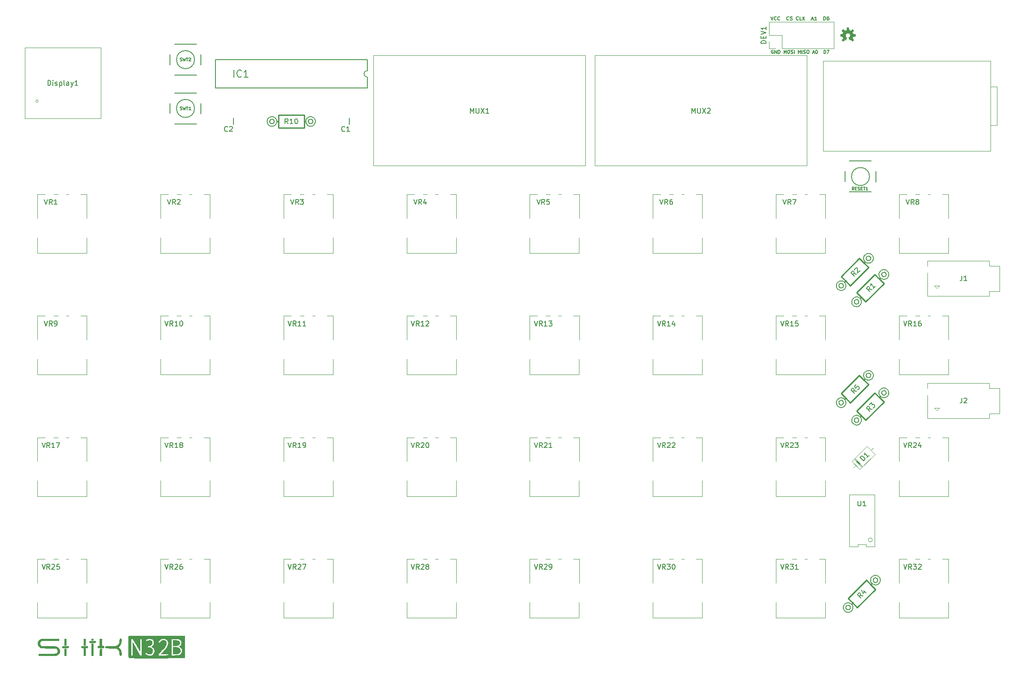
<source format=gbr>
G04 #@! TF.GenerationSoftware,KiCad,Pcbnew,(5.1.8-0-10_14)*
G04 #@! TF.CreationDate,2020-12-02T17:46:36+02:00*
G04 #@! TF.ProjectId,N32B,4e333242-2e6b-4696-9361-645f70636258,V1.0*
G04 #@! TF.SameCoordinates,Original*
G04 #@! TF.FileFunction,Legend,Top*
G04 #@! TF.FilePolarity,Positive*
%FSLAX46Y46*%
G04 Gerber Fmt 4.6, Leading zero omitted, Abs format (unit mm)*
G04 Created by KiCad (PCBNEW (5.1.8-0-10_14)) date 2020-12-02 17:46:36*
%MOMM*%
%LPD*%
G01*
G04 APERTURE LIST*
%ADD10C,0.150000*%
%ADD11C,0.010000*%
%ADD12C,0.120000*%
%ADD13C,0.203200*%
%ADD14C,0.127000*%
%ADD15C,0.254000*%
%ADD16C,0.152400*%
G04 APERTURE END LIST*
D10*
X183667666Y-30409000D02*
X183605761Y-30378047D01*
X183512904Y-30378047D01*
X183420047Y-30409000D01*
X183358142Y-30470904D01*
X183327190Y-30532809D01*
X183296238Y-30656619D01*
X183296238Y-30749476D01*
X183327190Y-30873285D01*
X183358142Y-30935190D01*
X183420047Y-30997095D01*
X183512904Y-31028047D01*
X183574809Y-31028047D01*
X183667666Y-30997095D01*
X183698619Y-30966142D01*
X183698619Y-30749476D01*
X183574809Y-30749476D01*
X183977190Y-31028047D02*
X183977190Y-30378047D01*
X184348619Y-31028047D01*
X184348619Y-30378047D01*
X184658142Y-31028047D02*
X184658142Y-30378047D01*
X184812904Y-30378047D01*
X184905761Y-30409000D01*
X184967666Y-30470904D01*
X184998619Y-30532809D01*
X185029571Y-30656619D01*
X185029571Y-30749476D01*
X184998619Y-30873285D01*
X184967666Y-30935190D01*
X184905761Y-30997095D01*
X184812904Y-31028047D01*
X184658142Y-31028047D01*
X185803380Y-31028047D02*
X185803380Y-30378047D01*
X186020047Y-30842333D01*
X186236714Y-30378047D01*
X186236714Y-31028047D01*
X186670047Y-30378047D02*
X186793857Y-30378047D01*
X186855761Y-30409000D01*
X186917666Y-30470904D01*
X186948619Y-30594714D01*
X186948619Y-30811380D01*
X186917666Y-30935190D01*
X186855761Y-30997095D01*
X186793857Y-31028047D01*
X186670047Y-31028047D01*
X186608142Y-30997095D01*
X186546238Y-30935190D01*
X186515285Y-30811380D01*
X186515285Y-30594714D01*
X186546238Y-30470904D01*
X186608142Y-30409000D01*
X186670047Y-30378047D01*
X187196238Y-30997095D02*
X187289095Y-31028047D01*
X187443857Y-31028047D01*
X187505761Y-30997095D01*
X187536714Y-30966142D01*
X187567666Y-30904238D01*
X187567666Y-30842333D01*
X187536714Y-30780428D01*
X187505761Y-30749476D01*
X187443857Y-30718523D01*
X187320047Y-30687571D01*
X187258142Y-30656619D01*
X187227190Y-30625666D01*
X187196238Y-30563761D01*
X187196238Y-30501857D01*
X187227190Y-30439952D01*
X187258142Y-30409000D01*
X187320047Y-30378047D01*
X187474809Y-30378047D01*
X187567666Y-30409000D01*
X187846238Y-31028047D02*
X187846238Y-30378047D01*
X188651000Y-31028047D02*
X188651000Y-30378047D01*
X188867666Y-30842333D01*
X189084333Y-30378047D01*
X189084333Y-31028047D01*
X189393857Y-31028047D02*
X189393857Y-30378047D01*
X189672428Y-30997095D02*
X189765285Y-31028047D01*
X189920047Y-31028047D01*
X189981952Y-30997095D01*
X190012904Y-30966142D01*
X190043857Y-30904238D01*
X190043857Y-30842333D01*
X190012904Y-30780428D01*
X189981952Y-30749476D01*
X189920047Y-30718523D01*
X189796238Y-30687571D01*
X189734333Y-30656619D01*
X189703380Y-30625666D01*
X189672428Y-30563761D01*
X189672428Y-30501857D01*
X189703380Y-30439952D01*
X189734333Y-30409000D01*
X189796238Y-30378047D01*
X189951000Y-30378047D01*
X190043857Y-30409000D01*
X190446238Y-30378047D02*
X190570047Y-30378047D01*
X190631952Y-30409000D01*
X190693857Y-30470904D01*
X190724809Y-30594714D01*
X190724809Y-30811380D01*
X190693857Y-30935190D01*
X190631952Y-30997095D01*
X190570047Y-31028047D01*
X190446238Y-31028047D01*
X190384333Y-30997095D01*
X190322428Y-30935190D01*
X190291476Y-30811380D01*
X190291476Y-30594714D01*
X190322428Y-30470904D01*
X190384333Y-30409000D01*
X190446238Y-30378047D01*
X191467666Y-30842333D02*
X191777190Y-30842333D01*
X191405761Y-31028047D02*
X191622428Y-30378047D01*
X191839095Y-31028047D01*
X192179571Y-30378047D02*
X192241476Y-30378047D01*
X192303380Y-30409000D01*
X192334333Y-30439952D01*
X192365285Y-30501857D01*
X192396238Y-30625666D01*
X192396238Y-30780428D01*
X192365285Y-30904238D01*
X192334333Y-30966142D01*
X192303380Y-30997095D01*
X192241476Y-31028047D01*
X192179571Y-31028047D01*
X192117666Y-30997095D01*
X192086714Y-30966142D01*
X192055761Y-30904238D01*
X192024809Y-30780428D01*
X192024809Y-30625666D01*
X192055761Y-30501857D01*
X192086714Y-30439952D01*
X192117666Y-30409000D01*
X192179571Y-30378047D01*
X193665285Y-31028047D02*
X193665285Y-30378047D01*
X193820047Y-30378047D01*
X193912904Y-30409000D01*
X193974809Y-30470904D01*
X194005761Y-30532809D01*
X194036714Y-30656619D01*
X194036714Y-30749476D01*
X194005761Y-30873285D01*
X193974809Y-30935190D01*
X193912904Y-30997095D01*
X193820047Y-31028047D01*
X193665285Y-31028047D01*
X194253380Y-30378047D02*
X194686714Y-30378047D01*
X194408142Y-31028047D01*
X183192666Y-23746666D02*
X183426000Y-24446666D01*
X183659333Y-23746666D01*
X184292666Y-24380000D02*
X184259333Y-24413333D01*
X184159333Y-24446666D01*
X184092666Y-24446666D01*
X183992666Y-24413333D01*
X183926000Y-24346666D01*
X183892666Y-24280000D01*
X183859333Y-24146666D01*
X183859333Y-24046666D01*
X183892666Y-23913333D01*
X183926000Y-23846666D01*
X183992666Y-23780000D01*
X184092666Y-23746666D01*
X184159333Y-23746666D01*
X184259333Y-23780000D01*
X184292666Y-23813333D01*
X184992666Y-24380000D02*
X184959333Y-24413333D01*
X184859333Y-24446666D01*
X184792666Y-24446666D01*
X184692666Y-24413333D01*
X184626000Y-24346666D01*
X184592666Y-24280000D01*
X184559333Y-24146666D01*
X184559333Y-24046666D01*
X184592666Y-23913333D01*
X184626000Y-23846666D01*
X184692666Y-23780000D01*
X184792666Y-23746666D01*
X184859333Y-23746666D01*
X184959333Y-23780000D01*
X184992666Y-23813333D01*
X186759333Y-24380000D02*
X186726000Y-24413333D01*
X186626000Y-24446666D01*
X186559333Y-24446666D01*
X186459333Y-24413333D01*
X186392666Y-24346666D01*
X186359333Y-24280000D01*
X186326000Y-24146666D01*
X186326000Y-24046666D01*
X186359333Y-23913333D01*
X186392666Y-23846666D01*
X186459333Y-23780000D01*
X186559333Y-23746666D01*
X186626000Y-23746666D01*
X186726000Y-23780000D01*
X186759333Y-23813333D01*
X187026000Y-24413333D02*
X187126000Y-24446666D01*
X187292666Y-24446666D01*
X187359333Y-24413333D01*
X187392666Y-24380000D01*
X187426000Y-24313333D01*
X187426000Y-24246666D01*
X187392666Y-24180000D01*
X187359333Y-24146666D01*
X187292666Y-24113333D01*
X187159333Y-24080000D01*
X187092666Y-24046666D01*
X187059333Y-24013333D01*
X187026000Y-23946666D01*
X187026000Y-23880000D01*
X187059333Y-23813333D01*
X187092666Y-23780000D01*
X187159333Y-23746666D01*
X187326000Y-23746666D01*
X187426000Y-23780000D01*
X188659333Y-24380000D02*
X188626000Y-24413333D01*
X188526000Y-24446666D01*
X188459333Y-24446666D01*
X188359333Y-24413333D01*
X188292666Y-24346666D01*
X188259333Y-24280000D01*
X188226000Y-24146666D01*
X188226000Y-24046666D01*
X188259333Y-23913333D01*
X188292666Y-23846666D01*
X188359333Y-23780000D01*
X188459333Y-23746666D01*
X188526000Y-23746666D01*
X188626000Y-23780000D01*
X188659333Y-23813333D01*
X189292666Y-24446666D02*
X188959333Y-24446666D01*
X188959333Y-23746666D01*
X189526000Y-24446666D02*
X189526000Y-23746666D01*
X189926000Y-24446666D02*
X189626000Y-24046666D01*
X189926000Y-23746666D02*
X189526000Y-24146666D01*
X191259333Y-24246666D02*
X191592666Y-24246666D01*
X191192666Y-24446666D02*
X191426000Y-23746666D01*
X191659333Y-24446666D01*
X192259333Y-24446666D02*
X191859333Y-24446666D01*
X192059333Y-24446666D02*
X192059333Y-23746666D01*
X191992666Y-23846666D01*
X191926000Y-23913333D01*
X191859333Y-23946666D01*
X193626000Y-24446666D02*
X193626000Y-23746666D01*
X193792666Y-23746666D01*
X193892666Y-23780000D01*
X193959333Y-23846666D01*
X193992666Y-23913333D01*
X194026000Y-24046666D01*
X194026000Y-24146666D01*
X193992666Y-24280000D01*
X193959333Y-24346666D01*
X193892666Y-24413333D01*
X193792666Y-24446666D01*
X193626000Y-24446666D01*
X194626000Y-23746666D02*
X194492666Y-23746666D01*
X194426000Y-23780000D01*
X194392666Y-23813333D01*
X194326000Y-23913333D01*
X194292666Y-24046666D01*
X194292666Y-24313333D01*
X194326000Y-24380000D01*
X194359333Y-24413333D01*
X194426000Y-24446666D01*
X194559333Y-24446666D01*
X194626000Y-24413333D01*
X194659333Y-24380000D01*
X194692666Y-24313333D01*
X194692666Y-24146666D01*
X194659333Y-24080000D01*
X194626000Y-24046666D01*
X194559333Y-24013333D01*
X194426000Y-24013333D01*
X194359333Y-24046666D01*
X194326000Y-24080000D01*
X194292666Y-24146666D01*
D11*
G36*
X65692626Y-146827126D02*
G01*
X65890408Y-146835002D01*
X66045518Y-146847772D01*
X66166060Y-146867594D01*
X66260138Y-146896629D01*
X66335857Y-146937035D01*
X66401320Y-146990972D01*
X66433472Y-147024499D01*
X66505844Y-147127455D01*
X66556466Y-147244379D01*
X66575870Y-147353307D01*
X66575875Y-147354833D01*
X66558583Y-147457833D01*
X66513405Y-147570120D01*
X66450394Y-147667119D01*
X66446111Y-147672093D01*
X66375779Y-147738324D01*
X66290651Y-147789454D01*
X66183427Y-147827484D01*
X66046805Y-147854416D01*
X65873485Y-147872252D01*
X65679913Y-147882188D01*
X65279462Y-147896361D01*
X65279462Y-146815673D01*
X65692626Y-146827126D01*
G37*
X65692626Y-146827126D02*
X65890408Y-146835002D01*
X66045518Y-146847772D01*
X66166060Y-146867594D01*
X66260138Y-146896629D01*
X66335857Y-146937035D01*
X66401320Y-146990972D01*
X66433472Y-147024499D01*
X66505844Y-147127455D01*
X66556466Y-147244379D01*
X66575870Y-147353307D01*
X66575875Y-147354833D01*
X66558583Y-147457833D01*
X66513405Y-147570120D01*
X66450394Y-147667119D01*
X66446111Y-147672093D01*
X66375779Y-147738324D01*
X66290651Y-147789454D01*
X66183427Y-147827484D01*
X66046805Y-147854416D01*
X65873485Y-147872252D01*
X65679913Y-147882188D01*
X65279462Y-147896361D01*
X65279462Y-146815673D01*
X65692626Y-146827126D01*
G36*
X65839470Y-148197551D02*
G01*
X66018566Y-148209948D01*
X66163394Y-148233106D01*
X66282026Y-148269065D01*
X66382535Y-148319867D01*
X66472991Y-148387553D01*
X66507010Y-148418702D01*
X66597313Y-148538450D01*
X66654062Y-148684776D01*
X66676522Y-148845415D01*
X66663960Y-149008104D01*
X66615641Y-149160577D01*
X66557313Y-149258455D01*
X66494983Y-149319496D01*
X66406605Y-149380680D01*
X66350050Y-149410805D01*
X66296343Y-149434643D01*
X66246052Y-149452243D01*
X66189976Y-149464751D01*
X66118914Y-149473315D01*
X66023668Y-149479082D01*
X65895037Y-149483199D01*
X65743476Y-149486435D01*
X65279462Y-149495419D01*
X65279462Y-148193872D01*
X65618036Y-148193872D01*
X65839470Y-148197551D01*
G37*
X65839470Y-148197551D02*
X66018566Y-148209948D01*
X66163394Y-148233106D01*
X66282026Y-148269065D01*
X66382535Y-148319867D01*
X66472991Y-148387553D01*
X66507010Y-148418702D01*
X66597313Y-148538450D01*
X66654062Y-148684776D01*
X66676522Y-148845415D01*
X66663960Y-149008104D01*
X66615641Y-149160577D01*
X66557313Y-149258455D01*
X66494983Y-149319496D01*
X66406605Y-149380680D01*
X66350050Y-149410805D01*
X66296343Y-149434643D01*
X66246052Y-149452243D01*
X66189976Y-149464751D01*
X66118914Y-149473315D01*
X66023668Y-149479082D01*
X65895037Y-149483199D01*
X65743476Y-149486435D01*
X65279462Y-149495419D01*
X65279462Y-148193872D01*
X65618036Y-148193872D01*
X65839470Y-148197551D01*
G36*
X49541124Y-146820899D02*
G01*
X49159743Y-146820899D01*
X49159743Y-146515794D01*
X49541124Y-146515794D01*
X49541124Y-146820899D01*
G37*
X49541124Y-146820899D02*
X49159743Y-146820899D01*
X49159743Y-146515794D01*
X49541124Y-146515794D01*
X49541124Y-146820899D01*
G36*
X49534440Y-146948481D02*
G01*
X49666838Y-146950224D01*
X49762743Y-146953827D01*
X49829334Y-146959859D01*
X49873786Y-146968890D01*
X49903277Y-146981490D01*
X49918605Y-146992521D01*
X49977373Y-147067876D01*
X49986098Y-147150276D01*
X49944593Y-147236767D01*
X49934704Y-147249106D01*
X49867134Y-147329408D01*
X48833732Y-147329408D01*
X48767909Y-147251181D01*
X48717117Y-147178693D01*
X48707954Y-147120440D01*
X48741007Y-147060635D01*
X48776405Y-147022347D01*
X48850726Y-146948026D01*
X49358374Y-146948026D01*
X49534440Y-146948481D01*
G37*
X49534440Y-146948481D02*
X49666838Y-146950224D01*
X49762743Y-146953827D01*
X49829334Y-146959859D01*
X49873786Y-146968890D01*
X49903277Y-146981490D01*
X49918605Y-146992521D01*
X49977373Y-147067876D01*
X49986098Y-147150276D01*
X49944593Y-147236767D01*
X49934704Y-147249106D01*
X49867134Y-147329408D01*
X48833732Y-147329408D01*
X48767909Y-147251181D01*
X48717117Y-147178693D01*
X48707954Y-147120440D01*
X48741007Y-147060635D01*
X48776405Y-147022347D01*
X48850726Y-146948026D01*
X49358374Y-146948026D01*
X49534440Y-146948481D01*
G36*
X51193777Y-147812491D02*
G01*
X50812395Y-147812491D01*
X50812395Y-146515794D01*
X51193777Y-146515794D01*
X51193777Y-147812491D01*
G37*
X51193777Y-147812491D02*
X50812395Y-147812491D01*
X50812395Y-146515794D01*
X51193777Y-146515794D01*
X51193777Y-147812491D01*
G36*
X47964748Y-147812491D02*
G01*
X47608792Y-147812491D01*
X47608792Y-146515794D01*
X47964748Y-146515794D01*
X47964748Y-147812491D01*
G37*
X47964748Y-147812491D02*
X47608792Y-147812491D01*
X47608792Y-146515794D01*
X47964748Y-146515794D01*
X47964748Y-147812491D01*
G36*
X44004738Y-146521036D02*
G01*
X44189072Y-146528507D01*
X44202658Y-147812491D01*
X43820403Y-147812491D01*
X43820403Y-146513566D01*
X44004738Y-146521036D01*
G37*
X44004738Y-146521036D02*
X44189072Y-146528507D01*
X44202658Y-147812491D01*
X43820403Y-147812491D01*
X43820403Y-146513566D01*
X44004738Y-146521036D01*
G36*
X51192761Y-147939770D02*
G01*
X51321686Y-147940767D01*
X51414556Y-147943421D01*
X51478767Y-147948543D01*
X51521717Y-147956947D01*
X51550805Y-147969443D01*
X51573427Y-147986843D01*
X51589026Y-148002026D01*
X51641530Y-148083168D01*
X51646924Y-148166676D01*
X51607588Y-148243221D01*
X51525901Y-148303475D01*
X51510365Y-148310439D01*
X51457224Y-148325473D01*
X51377349Y-148335741D01*
X51263934Y-148341694D01*
X51110171Y-148343781D01*
X51010259Y-148343475D01*
X50866779Y-148341741D01*
X50738368Y-148338861D01*
X50634900Y-148335158D01*
X50566249Y-148330955D01*
X50545428Y-148328224D01*
X50460315Y-148287019D01*
X50404435Y-148219667D01*
X50381574Y-148139105D01*
X50395514Y-148058268D01*
X50447155Y-147992314D01*
X50473099Y-147974268D01*
X50503543Y-147960877D01*
X50545988Y-147951452D01*
X50607937Y-147945305D01*
X50696890Y-147941744D01*
X50820349Y-147940080D01*
X50985816Y-147939625D01*
X51020383Y-147939618D01*
X51192761Y-147939770D01*
G37*
X51192761Y-147939770D02*
X51321686Y-147940767D01*
X51414556Y-147943421D01*
X51478767Y-147948543D01*
X51521717Y-147956947D01*
X51550805Y-147969443D01*
X51573427Y-147986843D01*
X51589026Y-148002026D01*
X51641530Y-148083168D01*
X51646924Y-148166676D01*
X51607588Y-148243221D01*
X51525901Y-148303475D01*
X51510365Y-148310439D01*
X51457224Y-148325473D01*
X51377349Y-148335741D01*
X51263934Y-148341694D01*
X51110171Y-148343781D01*
X51010259Y-148343475D01*
X50866779Y-148341741D01*
X50738368Y-148338861D01*
X50634900Y-148335158D01*
X50566249Y-148330955D01*
X50545428Y-148328224D01*
X50460315Y-148287019D01*
X50404435Y-148219667D01*
X50381574Y-148139105D01*
X50395514Y-148058268D01*
X50447155Y-147992314D01*
X50473099Y-147974268D01*
X50503543Y-147960877D01*
X50545988Y-147951452D01*
X50607937Y-147945305D01*
X50696890Y-147941744D01*
X50820349Y-147940080D01*
X50985816Y-147939625D01*
X51020383Y-147939618D01*
X51192761Y-147939770D01*
G36*
X47990897Y-147965368D02*
G01*
X48120371Y-147966781D01*
X48213554Y-147969945D01*
X48277725Y-147975520D01*
X48320163Y-147984166D01*
X48348146Y-147996545D01*
X48368955Y-148013317D01*
X48370908Y-148015247D01*
X48428922Y-148101432D01*
X48438983Y-148188586D01*
X48402949Y-148267432D01*
X48322673Y-148328694D01*
X48306761Y-148335864D01*
X48240769Y-148351744D01*
X48136622Y-148363346D01*
X48005561Y-148370724D01*
X47858827Y-148373930D01*
X47707661Y-148373018D01*
X47563305Y-148368042D01*
X47437000Y-148359054D01*
X47339987Y-148346109D01*
X47286831Y-148331029D01*
X47213275Y-148274979D01*
X47169911Y-148201765D01*
X47163747Y-148126082D01*
X47174627Y-148095781D01*
X47200371Y-148053358D01*
X47230833Y-148021223D01*
X47272987Y-147997961D01*
X47333808Y-147982151D01*
X47420272Y-147972378D01*
X47539353Y-147967223D01*
X47698027Y-147965269D01*
X47817852Y-147965043D01*
X47990897Y-147965368D01*
G37*
X47990897Y-147965368D02*
X48120371Y-147966781D01*
X48213554Y-147969945D01*
X48277725Y-147975520D01*
X48320163Y-147984166D01*
X48348146Y-147996545D01*
X48368955Y-148013317D01*
X48370908Y-148015247D01*
X48428922Y-148101432D01*
X48438983Y-148188586D01*
X48402949Y-148267432D01*
X48322673Y-148328694D01*
X48306761Y-148335864D01*
X48240769Y-148351744D01*
X48136622Y-148363346D01*
X48005561Y-148370724D01*
X47858827Y-148373930D01*
X47707661Y-148373018D01*
X47563305Y-148368042D01*
X47437000Y-148359054D01*
X47339987Y-148346109D01*
X47286831Y-148331029D01*
X47213275Y-148274979D01*
X47169911Y-148201765D01*
X47163747Y-148126082D01*
X47174627Y-148095781D01*
X47200371Y-148053358D01*
X47230833Y-148021223D01*
X47272987Y-147997961D01*
X47333808Y-147982151D01*
X47420272Y-147972378D01*
X47539353Y-147967223D01*
X47698027Y-147965269D01*
X47817852Y-147965043D01*
X47990897Y-147965368D01*
G36*
X44199142Y-147965193D02*
G01*
X44328432Y-147966182D01*
X44421629Y-147968816D01*
X44486114Y-147973902D01*
X44529266Y-147982248D01*
X44558464Y-147994661D01*
X44581086Y-148011947D01*
X44597034Y-148027451D01*
X44649538Y-148108594D01*
X44654932Y-148192101D01*
X44615596Y-148268646D01*
X44533909Y-148328901D01*
X44518373Y-148335864D01*
X44463545Y-148347886D01*
X44369285Y-148357599D01*
X44246640Y-148364870D01*
X44106662Y-148369567D01*
X43960400Y-148371555D01*
X43818904Y-148370701D01*
X43693223Y-148366872D01*
X43594409Y-148359935D01*
X43533509Y-148349757D01*
X43528011Y-148347814D01*
X43443370Y-148292276D01*
X43395406Y-148217028D01*
X43386949Y-148133830D01*
X43420831Y-148054444D01*
X43449974Y-148023672D01*
X43475021Y-148003722D01*
X43502211Y-147988901D01*
X43539027Y-147978447D01*
X43592952Y-147971600D01*
X43671466Y-147967597D01*
X43782052Y-147965678D01*
X43932192Y-147965083D01*
X44026380Y-147965043D01*
X44199142Y-147965193D01*
G37*
X44199142Y-147965193D02*
X44328432Y-147966182D01*
X44421629Y-147968816D01*
X44486114Y-147973902D01*
X44529266Y-147982248D01*
X44558464Y-147994661D01*
X44581086Y-148011947D01*
X44597034Y-148027451D01*
X44649538Y-148108594D01*
X44654932Y-148192101D01*
X44615596Y-148268646D01*
X44533909Y-148328901D01*
X44518373Y-148335864D01*
X44463545Y-148347886D01*
X44369285Y-148357599D01*
X44246640Y-148364870D01*
X44106662Y-148369567D01*
X43960400Y-148371555D01*
X43818904Y-148370701D01*
X43693223Y-148366872D01*
X43594409Y-148359935D01*
X43533509Y-148349757D01*
X43528011Y-148347814D01*
X43443370Y-148292276D01*
X43395406Y-148217028D01*
X43386949Y-148133830D01*
X43420831Y-148054444D01*
X43449974Y-148023672D01*
X43475021Y-148003722D01*
X43502211Y-147988901D01*
X43539027Y-147978447D01*
X43592952Y-147971600D01*
X43671466Y-147967597D01*
X43782052Y-147965678D01*
X43932192Y-147965083D01*
X44026380Y-147965043D01*
X44199142Y-147965193D01*
G36*
X54953550Y-146506347D02*
G01*
X55022453Y-146558516D01*
X55049532Y-146599424D01*
X55068958Y-146647789D01*
X55079316Y-146707261D01*
X55081550Y-146790247D01*
X55076607Y-146909150D01*
X55075078Y-146934509D01*
X55045439Y-147198573D01*
X54989524Y-147425788D01*
X54903681Y-147624847D01*
X54784255Y-147804443D01*
X54645833Y-147955858D01*
X54554655Y-148052929D01*
X54507030Y-148125805D01*
X54499082Y-148158804D01*
X54519262Y-148214361D01*
X54579339Y-148299565D01*
X54677803Y-148412551D01*
X54819885Y-148580801D01*
X54925213Y-148744089D01*
X54998221Y-148914167D01*
X55043342Y-149102786D01*
X55065010Y-149321699D01*
X55068451Y-149448042D01*
X55069231Y-149575855D01*
X55067548Y-149663118D01*
X55061449Y-149720130D01*
X55048985Y-149757191D01*
X55028204Y-149784598D01*
X54999816Y-149810354D01*
X54928915Y-149859478D01*
X54869809Y-149865125D01*
X54807365Y-149826708D01*
X54781046Y-149801870D01*
X54751688Y-149769887D01*
X54731228Y-149736241D01*
X54717368Y-149690670D01*
X54707808Y-149622908D01*
X54700250Y-149522692D01*
X54694199Y-149414132D01*
X54685890Y-149276219D01*
X54676160Y-149175793D01*
X54662294Y-149099505D01*
X54641575Y-149034008D01*
X54611286Y-148965955D01*
X54597254Y-148937740D01*
X54491009Y-148774005D01*
X54349727Y-148624008D01*
X54188433Y-148502338D01*
X54098712Y-148453739D01*
X53952435Y-148385803D01*
X52981911Y-148372470D01*
X52011386Y-148359137D01*
X51945825Y-148297498D01*
X51900928Y-148239148D01*
X51880396Y-148180616D01*
X51880263Y-148176727D01*
X51902664Y-148105867D01*
X51959369Y-148043134D01*
X52034629Y-148005642D01*
X52038525Y-148004752D01*
X52076703Y-148001681D01*
X52159576Y-147998476D01*
X52280988Y-147995261D01*
X52434786Y-147992161D01*
X52614813Y-147989303D01*
X52814914Y-147986810D01*
X53013227Y-147984932D01*
X53930075Y-147977548D01*
X54101641Y-147890466D01*
X54267023Y-147783847D01*
X54421096Y-147642623D01*
X54549000Y-147481843D01*
X54610515Y-147375112D01*
X54641570Y-147302775D01*
X54663189Y-147227244D01*
X54678067Y-147134532D01*
X54688895Y-147010653D01*
X54692766Y-146948026D01*
X54702810Y-146820055D01*
X54716666Y-146707471D01*
X54732491Y-146623147D01*
X54744599Y-146586082D01*
X54801411Y-146519552D01*
X54875466Y-146493166D01*
X54953550Y-146506347D01*
G37*
X54953550Y-146506347D02*
X55022453Y-146558516D01*
X55049532Y-146599424D01*
X55068958Y-146647789D01*
X55079316Y-146707261D01*
X55081550Y-146790247D01*
X55076607Y-146909150D01*
X55075078Y-146934509D01*
X55045439Y-147198573D01*
X54989524Y-147425788D01*
X54903681Y-147624847D01*
X54784255Y-147804443D01*
X54645833Y-147955858D01*
X54554655Y-148052929D01*
X54507030Y-148125805D01*
X54499082Y-148158804D01*
X54519262Y-148214361D01*
X54579339Y-148299565D01*
X54677803Y-148412551D01*
X54819885Y-148580801D01*
X54925213Y-148744089D01*
X54998221Y-148914167D01*
X55043342Y-149102786D01*
X55065010Y-149321699D01*
X55068451Y-149448042D01*
X55069231Y-149575855D01*
X55067548Y-149663118D01*
X55061449Y-149720130D01*
X55048985Y-149757191D01*
X55028204Y-149784598D01*
X54999816Y-149810354D01*
X54928915Y-149859478D01*
X54869809Y-149865125D01*
X54807365Y-149826708D01*
X54781046Y-149801870D01*
X54751688Y-149769887D01*
X54731228Y-149736241D01*
X54717368Y-149690670D01*
X54707808Y-149622908D01*
X54700250Y-149522692D01*
X54694199Y-149414132D01*
X54685890Y-149276219D01*
X54676160Y-149175793D01*
X54662294Y-149099505D01*
X54641575Y-149034008D01*
X54611286Y-148965955D01*
X54597254Y-148937740D01*
X54491009Y-148774005D01*
X54349727Y-148624008D01*
X54188433Y-148502338D01*
X54098712Y-148453739D01*
X53952435Y-148385803D01*
X52981911Y-148372470D01*
X52011386Y-148359137D01*
X51945825Y-148297498D01*
X51900928Y-148239148D01*
X51880396Y-148180616D01*
X51880263Y-148176727D01*
X51902664Y-148105867D01*
X51959369Y-148043134D01*
X52034629Y-148005642D01*
X52038525Y-148004752D01*
X52076703Y-148001681D01*
X52159576Y-147998476D01*
X52280988Y-147995261D01*
X52434786Y-147992161D01*
X52614813Y-147989303D01*
X52814914Y-147986810D01*
X53013227Y-147984932D01*
X53930075Y-147977548D01*
X54101641Y-147890466D01*
X54267023Y-147783847D01*
X54421096Y-147642623D01*
X54549000Y-147481843D01*
X54610515Y-147375112D01*
X54641570Y-147302775D01*
X54663189Y-147227244D01*
X54678067Y-147134532D01*
X54688895Y-147010653D01*
X54692766Y-146948026D01*
X54702810Y-146820055D01*
X54716666Y-146707471D01*
X54732491Y-146623147D01*
X54744599Y-146586082D01*
X54801411Y-146519552D01*
X54875466Y-146493166D01*
X54953550Y-146506347D01*
G36*
X51193777Y-149871950D02*
G01*
X50811565Y-149871950D01*
X50818336Y-149191820D01*
X50825108Y-148511690D01*
X51009442Y-148504220D01*
X51193777Y-148496749D01*
X51193777Y-149871950D01*
G37*
X51193777Y-149871950D02*
X50811565Y-149871950D01*
X50818336Y-149191820D01*
X50825108Y-148511690D01*
X51009442Y-148504220D01*
X51193777Y-148496749D01*
X51193777Y-149871950D01*
G36*
X49541124Y-149871950D02*
G01*
X49159743Y-149871950D01*
X49159743Y-147456535D01*
X49541124Y-147456535D01*
X49541124Y-149871950D01*
G37*
X49541124Y-149871950D02*
X49159743Y-149871950D01*
X49159743Y-147456535D01*
X49541124Y-147456535D01*
X49541124Y-149871950D01*
G36*
X47964748Y-149871950D02*
G01*
X47608792Y-149871950D01*
X47608792Y-148498977D01*
X47964748Y-148498977D01*
X47964748Y-149871950D01*
G37*
X47964748Y-149871950D02*
X47608792Y-149871950D01*
X47608792Y-148498977D01*
X47964748Y-148498977D01*
X47964748Y-149871950D01*
G36*
X44004738Y-148504220D02*
G01*
X44189072Y-148511690D01*
X44195844Y-149191820D01*
X44202615Y-149871950D01*
X43820403Y-149871950D01*
X43820403Y-148496749D01*
X44004738Y-148504220D01*
G37*
X44004738Y-148504220D02*
X44189072Y-148511690D01*
X44195844Y-149191820D01*
X44202615Y-149871950D01*
X43820403Y-149871950D01*
X43820403Y-148496749D01*
X44004738Y-148504220D01*
G36*
X40614038Y-146519102D02*
G01*
X40938215Y-146520262D01*
X41112595Y-146521043D01*
X42714397Y-146528507D01*
X42721857Y-146712311D01*
X42729316Y-146896115D01*
X41041767Y-146903001D01*
X39354217Y-146909888D01*
X39229102Y-146987206D01*
X39108565Y-147088441D01*
X39026808Y-147213243D01*
X38983172Y-147353077D01*
X38977000Y-147499409D01*
X39007634Y-147643703D01*
X39074416Y-147777424D01*
X39176689Y-147892038D01*
X39305221Y-147975022D01*
X39329482Y-147984258D01*
X39362898Y-147992013D01*
X39409744Y-147998414D01*
X39474296Y-148003585D01*
X39560829Y-148007652D01*
X39673620Y-148010741D01*
X39816945Y-148012976D01*
X39995080Y-148014482D01*
X40212299Y-148015386D01*
X40472880Y-148015812D01*
X40699805Y-148015894D01*
X40963068Y-148016366D01*
X41212660Y-148017724D01*
X41443385Y-148019878D01*
X41650050Y-148022742D01*
X41827458Y-148026226D01*
X41970416Y-148030243D01*
X42073729Y-148034704D01*
X42132202Y-148039521D01*
X42136972Y-148040304D01*
X42341589Y-148104066D01*
X42522908Y-148211398D01*
X42676124Y-148358501D01*
X42796430Y-148541577D01*
X42812445Y-148574254D01*
X42875284Y-148765470D01*
X42893422Y-148966751D01*
X42868318Y-149167689D01*
X42801433Y-149357879D01*
X42694224Y-149526916D01*
X42675807Y-149548611D01*
X42521593Y-149691524D01*
X42349887Y-149792468D01*
X42182150Y-149844499D01*
X42119813Y-149850857D01*
X42007807Y-149856415D01*
X41847307Y-149861155D01*
X41639489Y-149865058D01*
X41385529Y-149868107D01*
X41086601Y-149870284D01*
X40743881Y-149871569D01*
X40394900Y-149871950D01*
X38758516Y-149871950D01*
X38765986Y-149687616D01*
X38773456Y-149503281D01*
X40464247Y-149490569D01*
X40802158Y-149487930D01*
X41092922Y-149485390D01*
X41340242Y-149482834D01*
X41547822Y-149480147D01*
X41719366Y-149477214D01*
X41858577Y-149473920D01*
X41969158Y-149470149D01*
X42054813Y-149465787D01*
X42119246Y-149460718D01*
X42166159Y-149454828D01*
X42199257Y-149448000D01*
X42222242Y-149440120D01*
X42231314Y-149435631D01*
X42360647Y-149337581D01*
X42452578Y-149212920D01*
X42505999Y-149070658D01*
X42519801Y-148919800D01*
X42492876Y-148769356D01*
X42424115Y-148628333D01*
X42342477Y-148532318D01*
X42310153Y-148501795D01*
X42280034Y-148475809D01*
X42247932Y-148453958D01*
X42209661Y-148435838D01*
X42161036Y-148421045D01*
X42097869Y-148409176D01*
X42015974Y-148399827D01*
X41911166Y-148392595D01*
X41779257Y-148387076D01*
X41616061Y-148382867D01*
X41417393Y-148379563D01*
X41179065Y-148376762D01*
X40896891Y-148374060D01*
X40680363Y-148372097D01*
X39256539Y-148359137D01*
X39113533Y-148288908D01*
X38980749Y-148204704D01*
X38853199Y-148090405D01*
X38746067Y-147961451D01*
X38681253Y-147849283D01*
X38619647Y-147652442D01*
X38600018Y-147444455D01*
X38622137Y-147238444D01*
X38685773Y-147047533D01*
X38695656Y-147027310D01*
X38767018Y-146919098D01*
X38868665Y-146805751D01*
X38984542Y-146703068D01*
X39098592Y-146626846D01*
X39107357Y-146622262D01*
X39151517Y-146601035D01*
X39197345Y-146582767D01*
X39248781Y-146567259D01*
X39309764Y-146554314D01*
X39384233Y-146543731D01*
X39476128Y-146535311D01*
X39589387Y-146528857D01*
X39727951Y-146524169D01*
X39895759Y-146521049D01*
X40096750Y-146519296D01*
X40334863Y-146518714D01*
X40614038Y-146519102D01*
G37*
X40614038Y-146519102D02*
X40938215Y-146520262D01*
X41112595Y-146521043D01*
X42714397Y-146528507D01*
X42721857Y-146712311D01*
X42729316Y-146896115D01*
X41041767Y-146903001D01*
X39354217Y-146909888D01*
X39229102Y-146987206D01*
X39108565Y-147088441D01*
X39026808Y-147213243D01*
X38983172Y-147353077D01*
X38977000Y-147499409D01*
X39007634Y-147643703D01*
X39074416Y-147777424D01*
X39176689Y-147892038D01*
X39305221Y-147975022D01*
X39329482Y-147984258D01*
X39362898Y-147992013D01*
X39409744Y-147998414D01*
X39474296Y-148003585D01*
X39560829Y-148007652D01*
X39673620Y-148010741D01*
X39816945Y-148012976D01*
X39995080Y-148014482D01*
X40212299Y-148015386D01*
X40472880Y-148015812D01*
X40699805Y-148015894D01*
X40963068Y-148016366D01*
X41212660Y-148017724D01*
X41443385Y-148019878D01*
X41650050Y-148022742D01*
X41827458Y-148026226D01*
X41970416Y-148030243D01*
X42073729Y-148034704D01*
X42132202Y-148039521D01*
X42136972Y-148040304D01*
X42341589Y-148104066D01*
X42522908Y-148211398D01*
X42676124Y-148358501D01*
X42796430Y-148541577D01*
X42812445Y-148574254D01*
X42875284Y-148765470D01*
X42893422Y-148966751D01*
X42868318Y-149167689D01*
X42801433Y-149357879D01*
X42694224Y-149526916D01*
X42675807Y-149548611D01*
X42521593Y-149691524D01*
X42349887Y-149792468D01*
X42182150Y-149844499D01*
X42119813Y-149850857D01*
X42007807Y-149856415D01*
X41847307Y-149861155D01*
X41639489Y-149865058D01*
X41385529Y-149868107D01*
X41086601Y-149870284D01*
X40743881Y-149871569D01*
X40394900Y-149871950D01*
X38758516Y-149871950D01*
X38765986Y-149687616D01*
X38773456Y-149503281D01*
X40464247Y-149490569D01*
X40802158Y-149487930D01*
X41092922Y-149485390D01*
X41340242Y-149482834D01*
X41547822Y-149480147D01*
X41719366Y-149477214D01*
X41858577Y-149473920D01*
X41969158Y-149470149D01*
X42054813Y-149465787D01*
X42119246Y-149460718D01*
X42166159Y-149454828D01*
X42199257Y-149448000D01*
X42222242Y-149440120D01*
X42231314Y-149435631D01*
X42360647Y-149337581D01*
X42452578Y-149212920D01*
X42505999Y-149070658D01*
X42519801Y-148919800D01*
X42492876Y-148769356D01*
X42424115Y-148628333D01*
X42342477Y-148532318D01*
X42310153Y-148501795D01*
X42280034Y-148475809D01*
X42247932Y-148453958D01*
X42209661Y-148435838D01*
X42161036Y-148421045D01*
X42097869Y-148409176D01*
X42015974Y-148399827D01*
X41911166Y-148392595D01*
X41779257Y-148387076D01*
X41616061Y-148382867D01*
X41417393Y-148379563D01*
X41179065Y-148376762D01*
X40896891Y-148374060D01*
X40680363Y-148372097D01*
X39256539Y-148359137D01*
X39113533Y-148288908D01*
X38980749Y-148204704D01*
X38853199Y-148090405D01*
X38746067Y-147961451D01*
X38681253Y-147849283D01*
X38619647Y-147652442D01*
X38600018Y-147444455D01*
X38622137Y-147238444D01*
X38685773Y-147047533D01*
X38695656Y-147027310D01*
X38767018Y-146919098D01*
X38868665Y-146805751D01*
X38984542Y-146703068D01*
X39098592Y-146626846D01*
X39107357Y-146622262D01*
X39151517Y-146601035D01*
X39197345Y-146582767D01*
X39248781Y-146567259D01*
X39309764Y-146554314D01*
X39384233Y-146543731D01*
X39476128Y-146535311D01*
X39589387Y-146528857D01*
X39727951Y-146524169D01*
X39895759Y-146521049D01*
X40096750Y-146519296D01*
X40334863Y-146518714D01*
X40614038Y-146519102D01*
G36*
X62646587Y-145956438D02*
G01*
X63216144Y-145956460D01*
X63738910Y-145956521D01*
X64216914Y-145956640D01*
X64652188Y-145956835D01*
X65046760Y-145957126D01*
X65402660Y-145957533D01*
X65721919Y-145958074D01*
X66006566Y-145958768D01*
X66258631Y-145959635D01*
X66480144Y-145960695D01*
X66673135Y-145961965D01*
X66839634Y-145963465D01*
X66981671Y-145965216D01*
X67101275Y-145967234D01*
X67200476Y-145969541D01*
X67281305Y-145972155D01*
X67345791Y-145975095D01*
X67395965Y-145978380D01*
X67433855Y-145982031D01*
X67461492Y-145986065D01*
X67480906Y-145990502D01*
X67494126Y-145995361D01*
X67503183Y-146000661D01*
X67510107Y-146006423D01*
X67512106Y-146008276D01*
X67567751Y-146060117D01*
X67567751Y-150220025D01*
X67514232Y-150268460D01*
X67507149Y-150273991D01*
X67497264Y-150279088D01*
X67482546Y-150283769D01*
X67460961Y-150288055D01*
X67430479Y-150291964D01*
X67389066Y-150295518D01*
X67334691Y-150298735D01*
X67265322Y-150301635D01*
X67178926Y-150304238D01*
X67073472Y-150306563D01*
X66946927Y-150308631D01*
X66797259Y-150310460D01*
X66622437Y-150312071D01*
X66420427Y-150313483D01*
X66189198Y-150314716D01*
X65926718Y-150315790D01*
X65630954Y-150316724D01*
X65299876Y-150317538D01*
X64931449Y-150318251D01*
X64523643Y-150318884D01*
X64074425Y-150319455D01*
X63581763Y-150319986D01*
X63043625Y-150320494D01*
X62457979Y-150321001D01*
X62054122Y-150321336D01*
X61533063Y-150321698D01*
X61025320Y-150321922D01*
X60533247Y-150322013D01*
X60059203Y-150321973D01*
X59605542Y-150321809D01*
X59174621Y-150321522D01*
X58768797Y-150321119D01*
X58390426Y-150320603D01*
X58041864Y-150319978D01*
X57725468Y-150319248D01*
X57443593Y-150318418D01*
X57198597Y-150317492D01*
X56992835Y-150316474D01*
X56828663Y-150315368D01*
X56708439Y-150314178D01*
X56634518Y-150312909D01*
X56609392Y-150311662D01*
X56559502Y-150283777D01*
X56526760Y-150258786D01*
X56518741Y-150249430D01*
X56511744Y-150234071D01*
X56505700Y-150209415D01*
X56500539Y-150172173D01*
X56496192Y-150119053D01*
X56492590Y-150046763D01*
X56489664Y-149952012D01*
X56487344Y-149831508D01*
X56487220Y-149821099D01*
X56965348Y-149821099D01*
X57320838Y-149821099D01*
X57327428Y-148535706D01*
X57334017Y-147250313D01*
X58775673Y-149821099D01*
X58913751Y-149821099D01*
X59005252Y-149815204D01*
X59056118Y-149798479D01*
X59063481Y-149789317D01*
X59065614Y-149758956D01*
X59067824Y-149682120D01*
X59070066Y-149563184D01*
X59070938Y-149501710D01*
X59705700Y-149501710D01*
X59803843Y-149585416D01*
X59989543Y-149712000D01*
X60202485Y-149803109D01*
X60431370Y-149856442D01*
X60664903Y-149869700D01*
X60891786Y-149840583D01*
X60941647Y-149827129D01*
X64898081Y-149827129D01*
X65552786Y-149814466D01*
X65778730Y-149809242D01*
X65959923Y-149802981D01*
X66102460Y-149795276D01*
X66212437Y-149785716D01*
X66295949Y-149773895D01*
X66354462Y-149760721D01*
X66577613Y-149678888D01*
X66758009Y-149569724D01*
X66896217Y-149432516D01*
X66992808Y-149266555D01*
X67048352Y-149071128D01*
X67063729Y-148875339D01*
X67058051Y-148758762D01*
X67036731Y-148660215D01*
X66993344Y-148551449D01*
X66986845Y-148537430D01*
X66893630Y-148381157D01*
X66772334Y-148241365D01*
X66636113Y-148132125D01*
X66575972Y-148097925D01*
X66472451Y-148046707D01*
X66561708Y-147991543D01*
X66713452Y-147869257D01*
X66826788Y-147716083D01*
X66899218Y-147537139D01*
X66928243Y-147337542D01*
X66926600Y-147244195D01*
X66898659Y-147064731D01*
X66838212Y-146918517D01*
X66741325Y-146796738D01*
X66716790Y-146774153D01*
X66628449Y-146703422D01*
X66536888Y-146646456D01*
X66435534Y-146601873D01*
X66317813Y-146568293D01*
X66177153Y-146544335D01*
X66006982Y-146528618D01*
X65800726Y-146519760D01*
X65551814Y-146516382D01*
X65489222Y-146516235D01*
X64898081Y-146515794D01*
X64898081Y-149827129D01*
X60941647Y-149827129D01*
X60962983Y-149821372D01*
X61161677Y-149735881D01*
X61325662Y-149614166D01*
X61453213Y-149458705D01*
X61542603Y-149271977D01*
X61592108Y-149056461D01*
X61602071Y-148903405D01*
X61600861Y-148789099D01*
X61592413Y-148705455D01*
X61572503Y-148632371D01*
X61536903Y-148549746D01*
X61520682Y-148516332D01*
X61420380Y-148356642D01*
X61288745Y-148227594D01*
X61116986Y-148120607D01*
X61113479Y-148118834D01*
X61002851Y-148063089D01*
X61100767Y-148011463D01*
X61253881Y-147907650D01*
X61366778Y-147777231D01*
X61441550Y-147616629D01*
X61480294Y-147422267D01*
X61485305Y-147354833D01*
X61476977Y-147139213D01*
X61473400Y-147125532D01*
X62308781Y-147125532D01*
X62309209Y-147137071D01*
X62331906Y-147154690D01*
X62383549Y-147194873D01*
X62452970Y-147248930D01*
X62453167Y-147249083D01*
X62524461Y-147302473D01*
X62580470Y-147340486D01*
X62608898Y-147354833D01*
X62627276Y-147332889D01*
X62643830Y-147279980D01*
X62644086Y-147278712D01*
X62677906Y-147201755D01*
X62745227Y-147112207D01*
X62834895Y-147021797D01*
X62935752Y-146942253D01*
X63002866Y-146901490D01*
X63073635Y-146867884D01*
X63140168Y-146847559D01*
X63219405Y-146837321D01*
X63328286Y-146833978D01*
X63361700Y-146833846D01*
X63475430Y-146835138D01*
X63553543Y-146841430D01*
X63611242Y-146855928D01*
X63663729Y-146881838D01*
X63700833Y-146905379D01*
X63807843Y-147005441D01*
X63881116Y-147137662D01*
X63920088Y-147295667D01*
X63924199Y-147473077D01*
X63892885Y-147663514D01*
X63825586Y-147860601D01*
X63791480Y-147933876D01*
X63745126Y-148018492D01*
X63686879Y-148108909D01*
X63613243Y-148209287D01*
X63520716Y-148323786D01*
X63405800Y-148456565D01*
X63264996Y-148611784D01*
X63094806Y-148793605D01*
X62891730Y-149006186D01*
X62874489Y-149024095D01*
X62380964Y-149536500D01*
X62380964Y-149821704D01*
X63353486Y-149815045D01*
X64326009Y-149808387D01*
X64333479Y-149624052D01*
X64335543Y-149526122D01*
X64330830Y-149469235D01*
X64317774Y-149443852D01*
X64303198Y-149439718D01*
X64259434Y-149454781D01*
X64249733Y-149465143D01*
X64219424Y-149473225D01*
X64141374Y-149479899D01*
X64018673Y-149485055D01*
X63854414Y-149488580D01*
X63651688Y-149490364D01*
X63544968Y-149490569D01*
X62855917Y-149490569D01*
X63362163Y-148975704D01*
X63568514Y-148762453D01*
X63739996Y-148577293D01*
X63880485Y-148415378D01*
X63993858Y-148271865D01*
X64083991Y-148141911D01*
X64154762Y-148020672D01*
X64198015Y-147931303D01*
X64273816Y-147708436D01*
X64306524Y-147485835D01*
X64296993Y-147270207D01*
X64246081Y-147068257D01*
X64154643Y-146886691D01*
X64047987Y-146755677D01*
X63891893Y-146634083D01*
X63710074Y-146550174D01*
X63510638Y-146503674D01*
X63301697Y-146494308D01*
X63091358Y-146521800D01*
X62887733Y-146585874D01*
X62698930Y-146686255D01*
X62549204Y-146806615D01*
X62490264Y-146869411D01*
X62428961Y-146943428D01*
X62373086Y-147017939D01*
X62330429Y-147082215D01*
X62308781Y-147125532D01*
X61473400Y-147125532D01*
X61428709Y-146954637D01*
X61339804Y-146799809D01*
X61209563Y-146673429D01*
X61074321Y-146591535D01*
X60880574Y-146523174D01*
X60670294Y-146496149D01*
X60454369Y-146508972D01*
X60243687Y-146560156D01*
X60049136Y-146648212D01*
X59903969Y-146751473D01*
X59809634Y-146833612D01*
X60037236Y-147055812D01*
X60134876Y-146978388D01*
X60261613Y-146901565D01*
X60409476Y-146849388D01*
X60565490Y-146823217D01*
X60716685Y-146824410D01*
X60850088Y-146854328D01*
X60928890Y-146895164D01*
X61020280Y-146990224D01*
X61081474Y-147119287D01*
X61108173Y-147272593D01*
X61108992Y-147303982D01*
X61090686Y-147491421D01*
X61034295Y-147645520D01*
X60939437Y-147766660D01*
X60805727Y-147855225D01*
X60632785Y-147911599D01*
X60480413Y-147932731D01*
X60296079Y-147946958D01*
X60296079Y-148244723D01*
X60460093Y-148244723D01*
X60680105Y-148262014D01*
X60864389Y-148313226D01*
X61011748Y-148397364D01*
X61120991Y-148513433D01*
X61190923Y-148660439D01*
X61220349Y-148837388D01*
X61221271Y-148878749D01*
X61202815Y-149080777D01*
X61148316Y-149247811D01*
X61058708Y-149378839D01*
X60934926Y-149472854D01*
X60777907Y-149528845D01*
X60603355Y-149545906D01*
X60437514Y-149529320D01*
X60287510Y-149482729D01*
X60162774Y-149410885D01*
X60072737Y-149318540D01*
X60042466Y-149263288D01*
X60015074Y-149210267D01*
X59991665Y-149185675D01*
X59990090Y-149185464D01*
X59965506Y-149203686D01*
X59918002Y-149252106D01*
X59856600Y-149321356D01*
X59837825Y-149343587D01*
X59705700Y-149501710D01*
X59070938Y-149501710D01*
X59072289Y-149406523D01*
X59074445Y-149216514D01*
X59076487Y-148997531D01*
X59078365Y-148753950D01*
X59080032Y-148490146D01*
X59081439Y-148210495D01*
X59081752Y-148136658D01*
X59088371Y-146515781D01*
X58904037Y-146515787D01*
X58719703Y-146515794D01*
X58718369Y-147729858D01*
X58717983Y-148009429D01*
X58717392Y-148242143D01*
X58716440Y-148431993D01*
X58714974Y-148582974D01*
X58712840Y-148699080D01*
X58709882Y-148784303D01*
X58705948Y-148842639D01*
X58700883Y-148878080D01*
X58694533Y-148894620D01*
X58686743Y-148896254D01*
X58677359Y-148886975D01*
X58673874Y-148882181D01*
X58653207Y-148848531D01*
X58610034Y-148775043D01*
X58546892Y-148666132D01*
X58466317Y-148526217D01*
X58370845Y-148359717D01*
X58263013Y-148171048D01*
X58145358Y-147964628D01*
X58020416Y-147744875D01*
X57980453Y-147674473D01*
X57330192Y-146528507D01*
X57147770Y-146521036D01*
X56965348Y-146513566D01*
X56965348Y-149821099D01*
X56487220Y-149821099D01*
X56485561Y-149681961D01*
X56484247Y-149500079D01*
X56483331Y-149282570D01*
X56482745Y-149026144D01*
X56482418Y-148727508D01*
X56482283Y-148383371D01*
X56482265Y-148143513D01*
X56482265Y-146067000D01*
X56541111Y-146011717D01*
X56599957Y-145956435D01*
X62028209Y-145956435D01*
X62646587Y-145956438D01*
G37*
X62646587Y-145956438D02*
X63216144Y-145956460D01*
X63738910Y-145956521D01*
X64216914Y-145956640D01*
X64652188Y-145956835D01*
X65046760Y-145957126D01*
X65402660Y-145957533D01*
X65721919Y-145958074D01*
X66006566Y-145958768D01*
X66258631Y-145959635D01*
X66480144Y-145960695D01*
X66673135Y-145961965D01*
X66839634Y-145963465D01*
X66981671Y-145965216D01*
X67101275Y-145967234D01*
X67200476Y-145969541D01*
X67281305Y-145972155D01*
X67345791Y-145975095D01*
X67395965Y-145978380D01*
X67433855Y-145982031D01*
X67461492Y-145986065D01*
X67480906Y-145990502D01*
X67494126Y-145995361D01*
X67503183Y-146000661D01*
X67510107Y-146006423D01*
X67512106Y-146008276D01*
X67567751Y-146060117D01*
X67567751Y-150220025D01*
X67514232Y-150268460D01*
X67507149Y-150273991D01*
X67497264Y-150279088D01*
X67482546Y-150283769D01*
X67460961Y-150288055D01*
X67430479Y-150291964D01*
X67389066Y-150295518D01*
X67334691Y-150298735D01*
X67265322Y-150301635D01*
X67178926Y-150304238D01*
X67073472Y-150306563D01*
X66946927Y-150308631D01*
X66797259Y-150310460D01*
X66622437Y-150312071D01*
X66420427Y-150313483D01*
X66189198Y-150314716D01*
X65926718Y-150315790D01*
X65630954Y-150316724D01*
X65299876Y-150317538D01*
X64931449Y-150318251D01*
X64523643Y-150318884D01*
X64074425Y-150319455D01*
X63581763Y-150319986D01*
X63043625Y-150320494D01*
X62457979Y-150321001D01*
X62054122Y-150321336D01*
X61533063Y-150321698D01*
X61025320Y-150321922D01*
X60533247Y-150322013D01*
X60059203Y-150321973D01*
X59605542Y-150321809D01*
X59174621Y-150321522D01*
X58768797Y-150321119D01*
X58390426Y-150320603D01*
X58041864Y-150319978D01*
X57725468Y-150319248D01*
X57443593Y-150318418D01*
X57198597Y-150317492D01*
X56992835Y-150316474D01*
X56828663Y-150315368D01*
X56708439Y-150314178D01*
X56634518Y-150312909D01*
X56609392Y-150311662D01*
X56559502Y-150283777D01*
X56526760Y-150258786D01*
X56518741Y-150249430D01*
X56511744Y-150234071D01*
X56505700Y-150209415D01*
X56500539Y-150172173D01*
X56496192Y-150119053D01*
X56492590Y-150046763D01*
X56489664Y-149952012D01*
X56487344Y-149831508D01*
X56487220Y-149821099D01*
X56965348Y-149821099D01*
X57320838Y-149821099D01*
X57327428Y-148535706D01*
X57334017Y-147250313D01*
X58775673Y-149821099D01*
X58913751Y-149821099D01*
X59005252Y-149815204D01*
X59056118Y-149798479D01*
X59063481Y-149789317D01*
X59065614Y-149758956D01*
X59067824Y-149682120D01*
X59070066Y-149563184D01*
X59070938Y-149501710D01*
X59705700Y-149501710D01*
X59803843Y-149585416D01*
X59989543Y-149712000D01*
X60202485Y-149803109D01*
X60431370Y-149856442D01*
X60664903Y-149869700D01*
X60891786Y-149840583D01*
X60941647Y-149827129D01*
X64898081Y-149827129D01*
X65552786Y-149814466D01*
X65778730Y-149809242D01*
X65959923Y-149802981D01*
X66102460Y-149795276D01*
X66212437Y-149785716D01*
X66295949Y-149773895D01*
X66354462Y-149760721D01*
X66577613Y-149678888D01*
X66758009Y-149569724D01*
X66896217Y-149432516D01*
X66992808Y-149266555D01*
X67048352Y-149071128D01*
X67063729Y-148875339D01*
X67058051Y-148758762D01*
X67036731Y-148660215D01*
X66993344Y-148551449D01*
X66986845Y-148537430D01*
X66893630Y-148381157D01*
X66772334Y-148241365D01*
X66636113Y-148132125D01*
X66575972Y-148097925D01*
X66472451Y-148046707D01*
X66561708Y-147991543D01*
X66713452Y-147869257D01*
X66826788Y-147716083D01*
X66899218Y-147537139D01*
X66928243Y-147337542D01*
X66926600Y-147244195D01*
X66898659Y-147064731D01*
X66838212Y-146918517D01*
X66741325Y-146796738D01*
X66716790Y-146774153D01*
X66628449Y-146703422D01*
X66536888Y-146646456D01*
X66435534Y-146601873D01*
X66317813Y-146568293D01*
X66177153Y-146544335D01*
X66006982Y-146528618D01*
X65800726Y-146519760D01*
X65551814Y-146516382D01*
X65489222Y-146516235D01*
X64898081Y-146515794D01*
X64898081Y-149827129D01*
X60941647Y-149827129D01*
X60962983Y-149821372D01*
X61161677Y-149735881D01*
X61325662Y-149614166D01*
X61453213Y-149458705D01*
X61542603Y-149271977D01*
X61592108Y-149056461D01*
X61602071Y-148903405D01*
X61600861Y-148789099D01*
X61592413Y-148705455D01*
X61572503Y-148632371D01*
X61536903Y-148549746D01*
X61520682Y-148516332D01*
X61420380Y-148356642D01*
X61288745Y-148227594D01*
X61116986Y-148120607D01*
X61113479Y-148118834D01*
X61002851Y-148063089D01*
X61100767Y-148011463D01*
X61253881Y-147907650D01*
X61366778Y-147777231D01*
X61441550Y-147616629D01*
X61480294Y-147422267D01*
X61485305Y-147354833D01*
X61476977Y-147139213D01*
X61473400Y-147125532D01*
X62308781Y-147125532D01*
X62309209Y-147137071D01*
X62331906Y-147154690D01*
X62383549Y-147194873D01*
X62452970Y-147248930D01*
X62453167Y-147249083D01*
X62524461Y-147302473D01*
X62580470Y-147340486D01*
X62608898Y-147354833D01*
X62627276Y-147332889D01*
X62643830Y-147279980D01*
X62644086Y-147278712D01*
X62677906Y-147201755D01*
X62745227Y-147112207D01*
X62834895Y-147021797D01*
X62935752Y-146942253D01*
X63002866Y-146901490D01*
X63073635Y-146867884D01*
X63140168Y-146847559D01*
X63219405Y-146837321D01*
X63328286Y-146833978D01*
X63361700Y-146833846D01*
X63475430Y-146835138D01*
X63553543Y-146841430D01*
X63611242Y-146855928D01*
X63663729Y-146881838D01*
X63700833Y-146905379D01*
X63807843Y-147005441D01*
X63881116Y-147137662D01*
X63920088Y-147295667D01*
X63924199Y-147473077D01*
X63892885Y-147663514D01*
X63825586Y-147860601D01*
X63791480Y-147933876D01*
X63745126Y-148018492D01*
X63686879Y-148108909D01*
X63613243Y-148209287D01*
X63520716Y-148323786D01*
X63405800Y-148456565D01*
X63264996Y-148611784D01*
X63094806Y-148793605D01*
X62891730Y-149006186D01*
X62874489Y-149024095D01*
X62380964Y-149536500D01*
X62380964Y-149821704D01*
X63353486Y-149815045D01*
X64326009Y-149808387D01*
X64333479Y-149624052D01*
X64335543Y-149526122D01*
X64330830Y-149469235D01*
X64317774Y-149443852D01*
X64303198Y-149439718D01*
X64259434Y-149454781D01*
X64249733Y-149465143D01*
X64219424Y-149473225D01*
X64141374Y-149479899D01*
X64018673Y-149485055D01*
X63854414Y-149488580D01*
X63651688Y-149490364D01*
X63544968Y-149490569D01*
X62855917Y-149490569D01*
X63362163Y-148975704D01*
X63568514Y-148762453D01*
X63739996Y-148577293D01*
X63880485Y-148415378D01*
X63993858Y-148271865D01*
X64083991Y-148141911D01*
X64154762Y-148020672D01*
X64198015Y-147931303D01*
X64273816Y-147708436D01*
X64306524Y-147485835D01*
X64296993Y-147270207D01*
X64246081Y-147068257D01*
X64154643Y-146886691D01*
X64047987Y-146755677D01*
X63891893Y-146634083D01*
X63710074Y-146550174D01*
X63510638Y-146503674D01*
X63301697Y-146494308D01*
X63091358Y-146521800D01*
X62887733Y-146585874D01*
X62698930Y-146686255D01*
X62549204Y-146806615D01*
X62490264Y-146869411D01*
X62428961Y-146943428D01*
X62373086Y-147017939D01*
X62330429Y-147082215D01*
X62308781Y-147125532D01*
X61473400Y-147125532D01*
X61428709Y-146954637D01*
X61339804Y-146799809D01*
X61209563Y-146673429D01*
X61074321Y-146591535D01*
X60880574Y-146523174D01*
X60670294Y-146496149D01*
X60454369Y-146508972D01*
X60243687Y-146560156D01*
X60049136Y-146648212D01*
X59903969Y-146751473D01*
X59809634Y-146833612D01*
X60037236Y-147055812D01*
X60134876Y-146978388D01*
X60261613Y-146901565D01*
X60409476Y-146849388D01*
X60565490Y-146823217D01*
X60716685Y-146824410D01*
X60850088Y-146854328D01*
X60928890Y-146895164D01*
X61020280Y-146990224D01*
X61081474Y-147119287D01*
X61108173Y-147272593D01*
X61108992Y-147303982D01*
X61090686Y-147491421D01*
X61034295Y-147645520D01*
X60939437Y-147766660D01*
X60805727Y-147855225D01*
X60632785Y-147911599D01*
X60480413Y-147932731D01*
X60296079Y-147946958D01*
X60296079Y-148244723D01*
X60460093Y-148244723D01*
X60680105Y-148262014D01*
X60864389Y-148313226D01*
X61011748Y-148397364D01*
X61120991Y-148513433D01*
X61190923Y-148660439D01*
X61220349Y-148837388D01*
X61221271Y-148878749D01*
X61202815Y-149080777D01*
X61148316Y-149247811D01*
X61058708Y-149378839D01*
X60934926Y-149472854D01*
X60777907Y-149528845D01*
X60603355Y-149545906D01*
X60437514Y-149529320D01*
X60287510Y-149482729D01*
X60162774Y-149410885D01*
X60072737Y-149318540D01*
X60042466Y-149263288D01*
X60015074Y-149210267D01*
X59991665Y-149185675D01*
X59990090Y-149185464D01*
X59965506Y-149203686D01*
X59918002Y-149252106D01*
X59856600Y-149321356D01*
X59837825Y-149343587D01*
X59705700Y-149501710D01*
X59070938Y-149501710D01*
X59072289Y-149406523D01*
X59074445Y-149216514D01*
X59076487Y-148997531D01*
X59078365Y-148753950D01*
X59080032Y-148490146D01*
X59081439Y-148210495D01*
X59081752Y-148136658D01*
X59088371Y-146515781D01*
X58904037Y-146515787D01*
X58719703Y-146515794D01*
X58718369Y-147729858D01*
X58717983Y-148009429D01*
X58717392Y-148242143D01*
X58716440Y-148431993D01*
X58714974Y-148582974D01*
X58712840Y-148699080D01*
X58709882Y-148784303D01*
X58705948Y-148842639D01*
X58700883Y-148878080D01*
X58694533Y-148894620D01*
X58686743Y-148896254D01*
X58677359Y-148886975D01*
X58673874Y-148882181D01*
X58653207Y-148848531D01*
X58610034Y-148775043D01*
X58546892Y-148666132D01*
X58466317Y-148526217D01*
X58370845Y-148359717D01*
X58263013Y-148171048D01*
X58145358Y-147964628D01*
X58020416Y-147744875D01*
X57980453Y-147674473D01*
X57330192Y-146528507D01*
X57147770Y-146521036D01*
X56965348Y-146513566D01*
X56965348Y-149821099D01*
X56487220Y-149821099D01*
X56485561Y-149681961D01*
X56484247Y-149500079D01*
X56483331Y-149282570D01*
X56482745Y-149026144D01*
X56482418Y-148727508D01*
X56482283Y-148383371D01*
X56482265Y-148143513D01*
X56482265Y-146067000D01*
X56541111Y-146011717D01*
X56599957Y-145956435D01*
X62028209Y-145956435D01*
X62646587Y-145956438D01*
G36*
X198767700Y-28384500D02*
G01*
X198920100Y-28305760D01*
X199296020Y-28613100D01*
X199555100Y-28354020D01*
X199247760Y-27978100D01*
X199326500Y-27825700D01*
X199377300Y-27663140D01*
X199862440Y-27612340D01*
X199862440Y-27251660D01*
X199377300Y-27200860D01*
X199326500Y-27038300D01*
X199247760Y-26885900D01*
X199555100Y-26509980D01*
X199296020Y-26250900D01*
X198920100Y-26558240D01*
X198767700Y-26479500D01*
X198605140Y-26428700D01*
X198554340Y-25943560D01*
X198193660Y-25943560D01*
X198142860Y-26428700D01*
X197980300Y-26479500D01*
X197827900Y-26558240D01*
X197451980Y-26250900D01*
X197192900Y-26509980D01*
X197500240Y-26885900D01*
X197421500Y-27038300D01*
X197370700Y-27200860D01*
X196885560Y-27251660D01*
X196885560Y-27612340D01*
X197370700Y-27663140D01*
X197421500Y-27825700D01*
X197500240Y-27978100D01*
X197192900Y-28354020D01*
X197451980Y-28613100D01*
X197827900Y-28305760D01*
X197980300Y-28384500D01*
X198196200Y-27863800D01*
X198099680Y-27810460D01*
X198018400Y-27734260D01*
X197957440Y-27642820D01*
X197919340Y-27541220D01*
X197906640Y-27432000D01*
X197919340Y-27322780D01*
X197959980Y-27216100D01*
X198023480Y-27124660D01*
X198107300Y-27048460D01*
X198206360Y-26997660D01*
X198313040Y-26969720D01*
X198424800Y-26967180D01*
X198534020Y-26992580D01*
X198633080Y-27043380D01*
X198719440Y-27117040D01*
X198782940Y-27208480D01*
X198826120Y-27312620D01*
X198841360Y-27421840D01*
X198831200Y-27531060D01*
X198793100Y-27637740D01*
X198732140Y-27731720D01*
X198650860Y-27807920D01*
X198551800Y-27863800D01*
X198767700Y-28384500D01*
G37*
X198767700Y-28384500D02*
X198920100Y-28305760D01*
X199296020Y-28613100D01*
X199555100Y-28354020D01*
X199247760Y-27978100D01*
X199326500Y-27825700D01*
X199377300Y-27663140D01*
X199862440Y-27612340D01*
X199862440Y-27251660D01*
X199377300Y-27200860D01*
X199326500Y-27038300D01*
X199247760Y-26885900D01*
X199555100Y-26509980D01*
X199296020Y-26250900D01*
X198920100Y-26558240D01*
X198767700Y-26479500D01*
X198605140Y-26428700D01*
X198554340Y-25943560D01*
X198193660Y-25943560D01*
X198142860Y-26428700D01*
X197980300Y-26479500D01*
X197827900Y-26558240D01*
X197451980Y-26250900D01*
X197192900Y-26509980D01*
X197500240Y-26885900D01*
X197421500Y-27038300D01*
X197370700Y-27200860D01*
X196885560Y-27251660D01*
X196885560Y-27612340D01*
X197370700Y-27663140D01*
X197421500Y-27825700D01*
X197500240Y-27978100D01*
X197192900Y-28354020D01*
X197451980Y-28613100D01*
X197827900Y-28305760D01*
X197980300Y-28384500D01*
X198196200Y-27863800D01*
X198099680Y-27810460D01*
X198018400Y-27734260D01*
X197957440Y-27642820D01*
X197919340Y-27541220D01*
X197906640Y-27432000D01*
X197919340Y-27322780D01*
X197959980Y-27216100D01*
X198023480Y-27124660D01*
X198107300Y-27048460D01*
X198206360Y-26997660D01*
X198313040Y-26969720D01*
X198424800Y-26967180D01*
X198534020Y-26992580D01*
X198633080Y-27043380D01*
X198719440Y-27117040D01*
X198782940Y-27208480D01*
X198826120Y-27312620D01*
X198841360Y-27421840D01*
X198831200Y-27531060D01*
X198793100Y-27637740D01*
X198732140Y-27731720D01*
X198650860Y-27807920D01*
X198551800Y-27863800D01*
X198767700Y-28384500D01*
D12*
X182820000Y-30032000D02*
X182820000Y-28702000D01*
X184150000Y-30032000D02*
X182820000Y-30032000D01*
X182820000Y-27432000D02*
X182820000Y-24832000D01*
X185420000Y-27432000D02*
X182820000Y-27432000D01*
X185420000Y-30032000D02*
X185420000Y-27432000D01*
X182820000Y-24832000D02*
X195640000Y-24832000D01*
X185420000Y-30032000D02*
X195640000Y-30032000D01*
X195640000Y-30032000D02*
X195640000Y-24832000D01*
D13*
X77168000Y-43751000D02*
X77168000Y-45021000D01*
X100028000Y-43751000D02*
X100028000Y-45021000D01*
D12*
X36008000Y-43892000D02*
X51008000Y-43892000D01*
X51008000Y-43892000D02*
X51008000Y-29892000D01*
X51008000Y-29892000D02*
X36008000Y-29892000D01*
X36008000Y-43892000D02*
X36008000Y-29892000D01*
X38682000Y-40448000D02*
G75*
G03*
X38682000Y-40448000I-254000J0D01*
G01*
X199600315Y-111115766D02*
X201184234Y-112699685D01*
X199770021Y-110946060D02*
X201353940Y-112529979D01*
X199685168Y-111030913D02*
X201269087Y-112614832D01*
X203425763Y-108874237D02*
X202966143Y-109333857D01*
X199508391Y-112791609D02*
X199968010Y-112331990D01*
X202174184Y-108541897D02*
X199176051Y-111540030D01*
X203758103Y-110125816D02*
X202174184Y-108541897D01*
X200759970Y-113123949D02*
X203758103Y-110125816D01*
X199176051Y-111540030D02*
X200759970Y-113123949D01*
X208512001Y-142410000D02*
X218252001Y-142410000D01*
X208512001Y-130820000D02*
X210002001Y-130820000D01*
X208512001Y-139350000D02*
X208512001Y-142410000D01*
X218262001Y-130820000D02*
X218262001Y-135540000D01*
X218252001Y-139350000D02*
X218252001Y-142410000D01*
X208512001Y-130820000D02*
X208512001Y-135540000D01*
X217072001Y-130820000D02*
X218252001Y-130820000D01*
X214172001Y-130820000D02*
X214702001Y-130820000D01*
X211722001Y-130820000D02*
X212552001Y-130820000D01*
X184226001Y-142410000D02*
X193966001Y-142410000D01*
X184226001Y-130820000D02*
X185716001Y-130820000D01*
X184226001Y-139350000D02*
X184226001Y-142410000D01*
X193976001Y-130820000D02*
X193976001Y-135540000D01*
X193966001Y-139350000D02*
X193966001Y-142410000D01*
X184226001Y-130820000D02*
X184226001Y-135540000D01*
X192786001Y-130820000D02*
X193966001Y-130820000D01*
X189886001Y-130820000D02*
X190416001Y-130820000D01*
X187436001Y-130820000D02*
X188266001Y-130820000D01*
X159940001Y-142410000D02*
X169680001Y-142410000D01*
X159940001Y-130820000D02*
X161430001Y-130820000D01*
X159940001Y-139350000D02*
X159940001Y-142410000D01*
X169690001Y-130820000D02*
X169690001Y-135540000D01*
X169680001Y-139350000D02*
X169680001Y-142410000D01*
X159940001Y-130820000D02*
X159940001Y-135540000D01*
X168500001Y-130820000D02*
X169680001Y-130820000D01*
X165600001Y-130820000D02*
X166130001Y-130820000D01*
X163150001Y-130820000D02*
X163980001Y-130820000D01*
X135654001Y-142410000D02*
X145394001Y-142410000D01*
X135654001Y-130820000D02*
X137144001Y-130820000D01*
X135654001Y-139350000D02*
X135654001Y-142410000D01*
X145404001Y-130820000D02*
X145404001Y-135540000D01*
X145394001Y-139350000D02*
X145394001Y-142410000D01*
X135654001Y-130820000D02*
X135654001Y-135540000D01*
X144214001Y-130820000D02*
X145394001Y-130820000D01*
X141314001Y-130820000D02*
X141844001Y-130820000D01*
X138864001Y-130820000D02*
X139694001Y-130820000D01*
X111368002Y-142410000D02*
X121108002Y-142410000D01*
X111368002Y-130820000D02*
X112858002Y-130820000D01*
X111368002Y-139350000D02*
X111368002Y-142410000D01*
X121118002Y-130820000D02*
X121118002Y-135540000D01*
X121108002Y-139350000D02*
X121108002Y-142410000D01*
X111368002Y-130820000D02*
X111368002Y-135540000D01*
X119928002Y-130820000D02*
X121108002Y-130820000D01*
X117028002Y-130820000D02*
X117558002Y-130820000D01*
X114578002Y-130820000D02*
X115408002Y-130820000D01*
X87082001Y-142410000D02*
X96822001Y-142410000D01*
X87082001Y-130820000D02*
X88572001Y-130820000D01*
X87082001Y-139350000D02*
X87082001Y-142410000D01*
X96832001Y-130820000D02*
X96832001Y-135540000D01*
X96822001Y-139350000D02*
X96822001Y-142410000D01*
X87082001Y-130820000D02*
X87082001Y-135540000D01*
X95642001Y-130820000D02*
X96822001Y-130820000D01*
X92742001Y-130820000D02*
X93272001Y-130820000D01*
X90292001Y-130820000D02*
X91122001Y-130820000D01*
X62796001Y-142410000D02*
X72536001Y-142410000D01*
X62796001Y-130820000D02*
X64286001Y-130820000D01*
X62796001Y-139350000D02*
X62796001Y-142410000D01*
X72546001Y-130820000D02*
X72546001Y-135540000D01*
X72536001Y-139350000D02*
X72536001Y-142410000D01*
X62796001Y-130820000D02*
X62796001Y-135540000D01*
X71356001Y-130820000D02*
X72536001Y-130820000D01*
X68456001Y-130820000D02*
X68986001Y-130820000D01*
X66006001Y-130820000D02*
X66836001Y-130820000D01*
X208512001Y-118409999D02*
X218252001Y-118409999D01*
X208512001Y-106819999D02*
X210002001Y-106819999D01*
X208512001Y-115349999D02*
X208512001Y-118409999D01*
X218262001Y-106819999D02*
X218262001Y-111539999D01*
X218252001Y-115349999D02*
X218252001Y-118409999D01*
X208512001Y-106819999D02*
X208512001Y-111539999D01*
X217072001Y-106819999D02*
X218252001Y-106819999D01*
X214172001Y-106819999D02*
X214702001Y-106819999D01*
X211722001Y-106819999D02*
X212552001Y-106819999D01*
X184226001Y-118409999D02*
X193966001Y-118409999D01*
X184226001Y-106819999D02*
X185716001Y-106819999D01*
X184226001Y-115349999D02*
X184226001Y-118409999D01*
X193976001Y-106819999D02*
X193976001Y-111539999D01*
X193966001Y-115349999D02*
X193966001Y-118409999D01*
X184226001Y-106819999D02*
X184226001Y-111539999D01*
X192786001Y-106819999D02*
X193966001Y-106819999D01*
X189886001Y-106819999D02*
X190416001Y-106819999D01*
X187436001Y-106819999D02*
X188266001Y-106819999D01*
X159940001Y-118409999D02*
X169680001Y-118409999D01*
X159940001Y-106819999D02*
X161430001Y-106819999D01*
X159940001Y-115349999D02*
X159940001Y-118409999D01*
X169690001Y-106819999D02*
X169690001Y-111539999D01*
X169680001Y-115349999D02*
X169680001Y-118409999D01*
X159940001Y-106819999D02*
X159940001Y-111539999D01*
X168500001Y-106819999D02*
X169680001Y-106819999D01*
X165600001Y-106819999D02*
X166130001Y-106819999D01*
X163150001Y-106819999D02*
X163980001Y-106819999D01*
X135654001Y-118409999D02*
X145394001Y-118409999D01*
X135654001Y-106819999D02*
X137144001Y-106819999D01*
X135654001Y-115349999D02*
X135654001Y-118409999D01*
X145404001Y-106819999D02*
X145404001Y-111539999D01*
X145394001Y-115349999D02*
X145394001Y-118409999D01*
X135654001Y-106819999D02*
X135654001Y-111539999D01*
X144214001Y-106819999D02*
X145394001Y-106819999D01*
X141314001Y-106819999D02*
X141844001Y-106819999D01*
X138864001Y-106819999D02*
X139694001Y-106819999D01*
X111368002Y-118409999D02*
X121108002Y-118409999D01*
X111368002Y-106819999D02*
X112858002Y-106819999D01*
X111368002Y-115349999D02*
X111368002Y-118409999D01*
X121118002Y-106819999D02*
X121118002Y-111539999D01*
X121108002Y-115349999D02*
X121108002Y-118409999D01*
X111368002Y-106819999D02*
X111368002Y-111539999D01*
X119928002Y-106819999D02*
X121108002Y-106819999D01*
X117028002Y-106819999D02*
X117558002Y-106819999D01*
X114578002Y-106819999D02*
X115408002Y-106819999D01*
X87082001Y-118409999D02*
X96822001Y-118409999D01*
X87082001Y-106819999D02*
X88572001Y-106819999D01*
X87082001Y-115349999D02*
X87082001Y-118409999D01*
X96832001Y-106819999D02*
X96832001Y-111539999D01*
X96822001Y-115349999D02*
X96822001Y-118409999D01*
X87082001Y-106819999D02*
X87082001Y-111539999D01*
X95642001Y-106819999D02*
X96822001Y-106819999D01*
X92742001Y-106819999D02*
X93272001Y-106819999D01*
X90292001Y-106819999D02*
X91122001Y-106819999D01*
X62796001Y-118409999D02*
X72536001Y-118409999D01*
X62796001Y-106819999D02*
X64286001Y-106819999D01*
X62796001Y-115349999D02*
X62796001Y-118409999D01*
X72546001Y-106819999D02*
X72546001Y-111539999D01*
X72536001Y-115349999D02*
X72536001Y-118409999D01*
X62796001Y-106819999D02*
X62796001Y-111539999D01*
X71356001Y-106819999D02*
X72536001Y-106819999D01*
X68456001Y-106819999D02*
X68986001Y-106819999D01*
X66006001Y-106819999D02*
X66836001Y-106819999D01*
X38510001Y-118409999D02*
X48250001Y-118409999D01*
X38510001Y-106819999D02*
X40000001Y-106819999D01*
X38510001Y-115349999D02*
X38510001Y-118409999D01*
X48260001Y-106819999D02*
X48260001Y-111539999D01*
X48250001Y-115349999D02*
X48250001Y-118409999D01*
X38510001Y-106819999D02*
X38510001Y-111539999D01*
X47070001Y-106819999D02*
X48250001Y-106819999D01*
X44170001Y-106819999D02*
X44700001Y-106819999D01*
X41720001Y-106819999D02*
X42550001Y-106819999D01*
X208512001Y-94409999D02*
X218252001Y-94409999D01*
X208512001Y-82819999D02*
X210002001Y-82819999D01*
X208512001Y-91349999D02*
X208512001Y-94409999D01*
X218262001Y-82819999D02*
X218262001Y-87539999D01*
X218252001Y-91349999D02*
X218252001Y-94409999D01*
X208512001Y-82819999D02*
X208512001Y-87539999D01*
X217072001Y-82819999D02*
X218252001Y-82819999D01*
X214172001Y-82819999D02*
X214702001Y-82819999D01*
X211722001Y-82819999D02*
X212552001Y-82819999D01*
X184226001Y-94409999D02*
X193966001Y-94409999D01*
X184226001Y-82819999D02*
X185716001Y-82819999D01*
X184226001Y-91349999D02*
X184226001Y-94409999D01*
X193976001Y-82819999D02*
X193976001Y-87539999D01*
X193966001Y-91349999D02*
X193966001Y-94409999D01*
X184226001Y-82819999D02*
X184226001Y-87539999D01*
X192786001Y-82819999D02*
X193966001Y-82819999D01*
X189886001Y-82819999D02*
X190416001Y-82819999D01*
X187436001Y-82819999D02*
X188266001Y-82819999D01*
X159940001Y-94409999D02*
X169680001Y-94409999D01*
X159940001Y-82819999D02*
X161430001Y-82819999D01*
X159940001Y-91349999D02*
X159940001Y-94409999D01*
X169690001Y-82819999D02*
X169690001Y-87539999D01*
X169680001Y-91349999D02*
X169680001Y-94409999D01*
X159940001Y-82819999D02*
X159940001Y-87539999D01*
X168500001Y-82819999D02*
X169680001Y-82819999D01*
X165600001Y-82819999D02*
X166130001Y-82819999D01*
X163150001Y-82819999D02*
X163980001Y-82819999D01*
X135654001Y-94409999D02*
X145394001Y-94409999D01*
X135654001Y-82819999D02*
X137144001Y-82819999D01*
X135654001Y-91349999D02*
X135654001Y-94409999D01*
X145404001Y-82819999D02*
X145404001Y-87539999D01*
X145394001Y-91349999D02*
X145394001Y-94409999D01*
X135654001Y-82819999D02*
X135654001Y-87539999D01*
X144214001Y-82819999D02*
X145394001Y-82819999D01*
X141314001Y-82819999D02*
X141844001Y-82819999D01*
X138864001Y-82819999D02*
X139694001Y-82819999D01*
X111368002Y-94409999D02*
X121108002Y-94409999D01*
X111368002Y-82819999D02*
X112858002Y-82819999D01*
X111368002Y-91349999D02*
X111368002Y-94409999D01*
X121118002Y-82819999D02*
X121118002Y-87539999D01*
X121108002Y-91349999D02*
X121108002Y-94409999D01*
X111368002Y-82819999D02*
X111368002Y-87539999D01*
X119928002Y-82819999D02*
X121108002Y-82819999D01*
X117028002Y-82819999D02*
X117558002Y-82819999D01*
X114578002Y-82819999D02*
X115408002Y-82819999D01*
X87082001Y-94409999D02*
X96822001Y-94409999D01*
X87082001Y-82819999D02*
X88572001Y-82819999D01*
X87082001Y-91349999D02*
X87082001Y-94409999D01*
X96832001Y-82819999D02*
X96832001Y-87539999D01*
X96822001Y-91349999D02*
X96822001Y-94409999D01*
X87082001Y-82819999D02*
X87082001Y-87539999D01*
X95642001Y-82819999D02*
X96822001Y-82819999D01*
X92742001Y-82819999D02*
X93272001Y-82819999D01*
X90292001Y-82819999D02*
X91122001Y-82819999D01*
X62796001Y-94409999D02*
X72536001Y-94409999D01*
X62796001Y-82819999D02*
X64286001Y-82819999D01*
X62796001Y-91349999D02*
X62796001Y-94409999D01*
X72546001Y-82819999D02*
X72546001Y-87539999D01*
X72536001Y-91349999D02*
X72536001Y-94409999D01*
X62796001Y-82819999D02*
X62796001Y-87539999D01*
X71356001Y-82819999D02*
X72536001Y-82819999D01*
X68456001Y-82819999D02*
X68986001Y-82819999D01*
X66006001Y-82819999D02*
X66836001Y-82819999D01*
X38510001Y-94409999D02*
X48250001Y-94409999D01*
X38510001Y-82819999D02*
X40000001Y-82819999D01*
X38510001Y-91349999D02*
X38510001Y-94409999D01*
X48260001Y-82819999D02*
X48260001Y-87539999D01*
X48250001Y-91349999D02*
X48250001Y-94409999D01*
X38510001Y-82819999D02*
X38510001Y-87539999D01*
X47070001Y-82819999D02*
X48250001Y-82819999D01*
X44170001Y-82819999D02*
X44700001Y-82819999D01*
X41720001Y-82819999D02*
X42550001Y-82819999D01*
X208512001Y-70410000D02*
X218252001Y-70410000D01*
X208512001Y-58820000D02*
X210002001Y-58820000D01*
X208512001Y-67350000D02*
X208512001Y-70410000D01*
X218262001Y-58820000D02*
X218262001Y-63540000D01*
X218252001Y-67350000D02*
X218252001Y-70410000D01*
X208512001Y-58820000D02*
X208512001Y-63540000D01*
X217072001Y-58820000D02*
X218252001Y-58820000D01*
X214172001Y-58820000D02*
X214702001Y-58820000D01*
X211722001Y-58820000D02*
X212552001Y-58820000D01*
X184226001Y-70410000D02*
X193966001Y-70410000D01*
X184226001Y-58820000D02*
X185716001Y-58820000D01*
X184226001Y-67350000D02*
X184226001Y-70410000D01*
X193976001Y-58820000D02*
X193976001Y-63540000D01*
X193966001Y-67350000D02*
X193966001Y-70410000D01*
X184226001Y-58820000D02*
X184226001Y-63540000D01*
X192786001Y-58820000D02*
X193966001Y-58820000D01*
X189886001Y-58820000D02*
X190416001Y-58820000D01*
X187436001Y-58820000D02*
X188266001Y-58820000D01*
X159940001Y-70410000D02*
X169680001Y-70410000D01*
X159940001Y-58820000D02*
X161430001Y-58820000D01*
X159940001Y-67350000D02*
X159940001Y-70410000D01*
X169690001Y-58820000D02*
X169690001Y-63540000D01*
X169680001Y-67350000D02*
X169680001Y-70410000D01*
X159940001Y-58820000D02*
X159940001Y-63540000D01*
X168500001Y-58820000D02*
X169680001Y-58820000D01*
X165600001Y-58820000D02*
X166130001Y-58820000D01*
X163150001Y-58820000D02*
X163980001Y-58820000D01*
X135654001Y-70410000D02*
X145394001Y-70410000D01*
X135654001Y-58820000D02*
X137144001Y-58820000D01*
X135654001Y-67350000D02*
X135654001Y-70410000D01*
X145404001Y-58820000D02*
X145404001Y-63540000D01*
X145394001Y-67350000D02*
X145394001Y-70410000D01*
X135654001Y-58820000D02*
X135654001Y-63540000D01*
X144214001Y-58820000D02*
X145394001Y-58820000D01*
X141314001Y-58820000D02*
X141844001Y-58820000D01*
X138864001Y-58820000D02*
X139694001Y-58820000D01*
X111368002Y-70410000D02*
X121108002Y-70410000D01*
X111368002Y-58820000D02*
X112858002Y-58820000D01*
X111368002Y-67350000D02*
X111368002Y-70410000D01*
X121118002Y-58820000D02*
X121118002Y-63540000D01*
X121108002Y-67350000D02*
X121108002Y-70410000D01*
X111368002Y-58820000D02*
X111368002Y-63540000D01*
X119928002Y-58820000D02*
X121108002Y-58820000D01*
X117028002Y-58820000D02*
X117558002Y-58820000D01*
X114578002Y-58820000D02*
X115408002Y-58820000D01*
X62796001Y-70410000D02*
X72536001Y-70410000D01*
X62796001Y-58820000D02*
X64286001Y-58820000D01*
X62796001Y-67350000D02*
X62796001Y-70410000D01*
X72546001Y-58820000D02*
X72546001Y-63540000D01*
X72536001Y-67350000D02*
X72536001Y-70410000D01*
X62796001Y-58820000D02*
X62796001Y-63540000D01*
X71356001Y-58820000D02*
X72536001Y-58820000D01*
X68456001Y-58820000D02*
X68986001Y-58820000D01*
X66006001Y-58820000D02*
X66836001Y-58820000D01*
X87082001Y-70410000D02*
X96822001Y-70410000D01*
X87082001Y-58820000D02*
X88572001Y-58820000D01*
X87082001Y-67350000D02*
X87082001Y-70410000D01*
X96832001Y-58820000D02*
X96832001Y-63540000D01*
X96822001Y-67350000D02*
X96822001Y-70410000D01*
X87082001Y-58820000D02*
X87082001Y-63540000D01*
X95642001Y-58820000D02*
X96822001Y-58820000D01*
X92742001Y-58820000D02*
X93272001Y-58820000D01*
X90292001Y-58820000D02*
X91122001Y-58820000D01*
X38510001Y-142410000D02*
X48250001Y-142410000D01*
X38510001Y-130820000D02*
X40000001Y-130820000D01*
X38510001Y-139350000D02*
X38510001Y-142410000D01*
X48260001Y-130820000D02*
X48260001Y-135540000D01*
X48250001Y-139350000D02*
X48250001Y-142410000D01*
X38510001Y-130820000D02*
X38510001Y-135540000D01*
X47070001Y-130820000D02*
X48250001Y-130820000D01*
X44170001Y-130820000D02*
X44700001Y-130820000D01*
X41720001Y-130820000D02*
X42550001Y-130820000D01*
X38510001Y-70410000D02*
X48250001Y-70410000D01*
X38510001Y-58820000D02*
X40000001Y-58820000D01*
X38510001Y-67350000D02*
X38510001Y-70410000D01*
X48260001Y-58820000D02*
X48260001Y-63540000D01*
X48250001Y-67350000D02*
X48250001Y-70410000D01*
X38510001Y-58820000D02*
X38510001Y-63540000D01*
X47070001Y-58820000D02*
X48250001Y-58820000D01*
X44170001Y-58820000D02*
X44700001Y-58820000D01*
X41720001Y-58820000D02*
X42550001Y-58820000D01*
X203238298Y-127025400D02*
G75*
G03*
X203238298Y-127025400I-406598J0D01*
G01*
X202017366Y-128325400D02*
X203690699Y-128325400D01*
X202017366Y-127965400D02*
X202017366Y-128325400D01*
X200344034Y-127965400D02*
X202017366Y-127965400D01*
X200344034Y-128325400D02*
X200344034Y-127965400D01*
X198670700Y-128325400D02*
X200344034Y-128325400D01*
X198670701Y-118105400D02*
X198670700Y-128325400D01*
X203690700Y-118105400D02*
X198670701Y-118105400D01*
X203690699Y-128325400D02*
X203690700Y-118105400D01*
D14*
X197454094Y-77099156D02*
X197391232Y-77176386D01*
X197495403Y-77011149D02*
X197454094Y-77099156D01*
X197518752Y-76915958D02*
X197495403Y-77011149D01*
X197520548Y-76817176D02*
X197518752Y-76915958D01*
X197498995Y-76720189D02*
X197520548Y-76817176D01*
X197457686Y-76632182D02*
X197498995Y-76720189D01*
X197394824Y-76554952D02*
X197457686Y-76632182D01*
X197321186Y-76492090D02*
X197394824Y-76554952D01*
X197229588Y-76447189D02*
X197321186Y-76492090D01*
X197132601Y-76422044D02*
X197229588Y-76447189D01*
X197032022Y-76422044D02*
X197132601Y-76422044D01*
X196933239Y-76441801D02*
X197032022Y-76422044D01*
X196843437Y-76484906D02*
X196933239Y-76441801D01*
X196762614Y-76547768D02*
X196843437Y-76484906D01*
X196701548Y-76626794D02*
X196762614Y-76547768D01*
X196658443Y-76720189D02*
X196701548Y-76626794D01*
X196638687Y-76818972D02*
X196658443Y-76720189D01*
X196642279Y-76923143D02*
X196638687Y-76818972D01*
X196665627Y-77021925D02*
X196642279Y-76923143D01*
X196712325Y-77111728D02*
X196665627Y-77021925D01*
X196775187Y-77188958D02*
X196712325Y-77111728D01*
X196854213Y-77246432D02*
X196775187Y-77188958D01*
X196942219Y-77287741D02*
X196854213Y-77246432D01*
X197037410Y-77307498D02*
X196942219Y-77287741D01*
X197136193Y-77305701D02*
X197037410Y-77307498D01*
X197229588Y-77280557D02*
X197136193Y-77305701D01*
X197315798Y-77237452D02*
X197229588Y-77280557D01*
X197391232Y-77176386D02*
X197315798Y-77237452D01*
X197870778Y-77390116D02*
X197752238Y-77533800D01*
X197958784Y-77230267D02*
X197870778Y-77390116D01*
X198014462Y-77056050D02*
X197958784Y-77230267D01*
X198034218Y-76871057D02*
X198014462Y-77056050D01*
X198018054Y-76689656D02*
X198034218Y-76871057D01*
X197965969Y-76511847D02*
X198018054Y-76689656D01*
X197881554Y-76348406D02*
X197965969Y-76511847D01*
X197768403Y-76206518D02*
X197881554Y-76348406D01*
X197642679Y-76098755D02*
X197768403Y-76206518D01*
X197497199Y-76010749D02*
X197642679Y-76098755D01*
X197339147Y-75953275D02*
X197497199Y-76010749D01*
X197173910Y-75920946D02*
X197339147Y-75953275D01*
X197006877Y-75919150D02*
X197173910Y-75920946D01*
X196841640Y-75944295D02*
X197006877Y-75919150D01*
X196681792Y-75999972D02*
X196841640Y-75944295D01*
X196534516Y-76082591D02*
X196681792Y-75999972D01*
X196403404Y-76188558D02*
X196534516Y-76082591D01*
X196299233Y-76317873D02*
X196403404Y-76188558D01*
X196216615Y-76465150D02*
X196299233Y-76317873D01*
X196160937Y-76624998D02*
X196216615Y-76465150D01*
X196133996Y-76788439D02*
X196160937Y-76624998D01*
X196133996Y-76957268D02*
X196133996Y-76788439D01*
X196166325Y-77122504D02*
X196133996Y-76957268D01*
X196225595Y-77278761D02*
X196166325Y-77122504D01*
X196313601Y-77424241D02*
X196225595Y-77278761D01*
X196419568Y-77548168D02*
X196313601Y-77424241D01*
X196565049Y-77664912D02*
X196419568Y-77548168D01*
X196728489Y-77749326D02*
X196565049Y-77664912D01*
X196906298Y-77801412D02*
X196728489Y-77749326D01*
X197089496Y-77815780D02*
X196906298Y-77801412D01*
X197274489Y-77796023D02*
X197089496Y-77815780D01*
X197448706Y-77740346D02*
X197274489Y-77796023D01*
X197610350Y-77650543D02*
X197448706Y-77740346D01*
X197752238Y-77533800D02*
X197610350Y-77650543D01*
X202840452Y-71702022D02*
X202777590Y-71779252D01*
X202881761Y-71614015D02*
X202840452Y-71702022D01*
X202905109Y-71518824D02*
X202881761Y-71614015D01*
X202906905Y-71420042D02*
X202905109Y-71518824D01*
X202885353Y-71323055D02*
X202906905Y-71420042D01*
X202844044Y-71235048D02*
X202885353Y-71323055D01*
X202781182Y-71157818D02*
X202844044Y-71235048D01*
X202707544Y-71094956D02*
X202781182Y-71157818D01*
X202615945Y-71050055D02*
X202707544Y-71094956D01*
X202518958Y-71024910D02*
X202615945Y-71050055D01*
X202418380Y-71024910D02*
X202518958Y-71024910D01*
X202319597Y-71044667D02*
X202418380Y-71024910D01*
X202229794Y-71087772D02*
X202319597Y-71044667D01*
X202148972Y-71150634D02*
X202229794Y-71087772D01*
X202087906Y-71229660D02*
X202148972Y-71150634D01*
X202044801Y-71323055D02*
X202087906Y-71229660D01*
X202025044Y-71421838D02*
X202044801Y-71323055D01*
X202028636Y-71526009D02*
X202025044Y-71421838D01*
X202051985Y-71624791D02*
X202028636Y-71526009D01*
X202098682Y-71714594D02*
X202051985Y-71624791D01*
X202163340Y-71793620D02*
X202098682Y-71714594D01*
X202240570Y-71849298D02*
X202163340Y-71793620D01*
X202328577Y-71890607D02*
X202240570Y-71849298D01*
X202423768Y-71910364D02*
X202328577Y-71890607D01*
X202522550Y-71908568D02*
X202423768Y-71910364D01*
X202615945Y-71883423D02*
X202522550Y-71908568D01*
X202702156Y-71840318D02*
X202615945Y-71883423D01*
X202777590Y-71779252D02*
X202702156Y-71840318D01*
X203257135Y-71992982D02*
X203138596Y-72136666D01*
X203345142Y-71833133D02*
X203257135Y-71992982D01*
X203400820Y-71658916D02*
X203345142Y-71833133D01*
X203420576Y-71473923D02*
X203400820Y-71658916D01*
X203404412Y-71292522D02*
X203420576Y-71473923D01*
X203352326Y-71114713D02*
X203404412Y-71292522D01*
X203267912Y-70951272D02*
X203352326Y-71114713D01*
X203154761Y-70809384D02*
X203267912Y-70951272D01*
X203029037Y-70701621D02*
X203154761Y-70809384D01*
X202883557Y-70613615D02*
X203029037Y-70701621D01*
X202725504Y-70556141D02*
X202883557Y-70613615D01*
X202560268Y-70523812D02*
X202725504Y-70556141D01*
X202393235Y-70522016D02*
X202560268Y-70523812D01*
X202227998Y-70547161D02*
X202393235Y-70522016D01*
X202068150Y-70602838D02*
X202227998Y-70547161D01*
X201920873Y-70685457D02*
X202068150Y-70602838D01*
X201789762Y-70791424D02*
X201920873Y-70685457D01*
X201685591Y-70920739D02*
X201789762Y-70791424D01*
X201602972Y-71068016D02*
X201685591Y-70920739D01*
X201547295Y-71227864D02*
X201602972Y-71068016D01*
X201520354Y-71391305D02*
X201547295Y-71227864D01*
X201520354Y-71560134D02*
X201520354Y-71391305D01*
X201552683Y-71725370D02*
X201520354Y-71560134D01*
X201611953Y-71881627D02*
X201552683Y-71725370D01*
X201699959Y-72027107D02*
X201611953Y-71881627D01*
X201805926Y-72151034D02*
X201699959Y-72027107D01*
X201951406Y-72267778D02*
X201805926Y-72151034D01*
X202114847Y-72352192D02*
X201951406Y-72267778D01*
X202292656Y-72404278D02*
X202114847Y-72352192D01*
X202475853Y-72418646D02*
X202292656Y-72404278D01*
X202660846Y-72398890D02*
X202475853Y-72418646D01*
X202835063Y-72343212D02*
X202660846Y-72398890D01*
X202996708Y-72253409D02*
X202835063Y-72343212D01*
X203138596Y-72136666D02*
X202996708Y-72253409D01*
D15*
X197974949Y-75964051D02*
X197795344Y-76143656D01*
X201567051Y-72371949D02*
X201746656Y-72192344D01*
X197974949Y-75964051D02*
X197076923Y-75066026D01*
X198872974Y-76862077D02*
X197974949Y-75964051D01*
X202465077Y-73269974D02*
X198872974Y-76862077D01*
X201567051Y-72371949D02*
X202465077Y-73269974D01*
X200669026Y-71473923D02*
X201567051Y-72371949D01*
X197076923Y-75066026D02*
X200669026Y-71473923D01*
D14*
X205135906Y-74411844D02*
X205198768Y-74334614D01*
X205094597Y-74499851D02*
X205135906Y-74411844D01*
X205071248Y-74595042D02*
X205094597Y-74499851D01*
X205069452Y-74693824D02*
X205071248Y-74595042D01*
X205091005Y-74790811D02*
X205069452Y-74693824D01*
X205132314Y-74878818D02*
X205091005Y-74790811D01*
X205195176Y-74956048D02*
X205132314Y-74878818D01*
X205268814Y-75018910D02*
X205195176Y-74956048D01*
X205360412Y-75063811D02*
X205268814Y-75018910D01*
X205457399Y-75088956D02*
X205360412Y-75063811D01*
X205557978Y-75088956D02*
X205457399Y-75088956D01*
X205656761Y-75069199D02*
X205557978Y-75088956D01*
X205746563Y-75026094D02*
X205656761Y-75069199D01*
X205827386Y-74963232D02*
X205746563Y-75026094D01*
X205888452Y-74884206D02*
X205827386Y-74963232D01*
X205931557Y-74790811D02*
X205888452Y-74884206D01*
X205951313Y-74692028D02*
X205931557Y-74790811D01*
X205947721Y-74587857D02*
X205951313Y-74692028D01*
X205924373Y-74489075D02*
X205947721Y-74587857D01*
X205877675Y-74399272D02*
X205924373Y-74489075D01*
X205814813Y-74322042D02*
X205877675Y-74399272D01*
X205735787Y-74264568D02*
X205814813Y-74322042D01*
X205647781Y-74223259D02*
X205735787Y-74264568D01*
X205552590Y-74203502D02*
X205647781Y-74223259D01*
X205453807Y-74205299D02*
X205552590Y-74203502D01*
X205360412Y-74230443D02*
X205453807Y-74205299D01*
X205274202Y-74273548D02*
X205360412Y-74230443D01*
X205198768Y-74334614D02*
X205274202Y-74273548D01*
X204719222Y-74120884D02*
X204837762Y-73977200D01*
X204631216Y-74280733D02*
X204719222Y-74120884D01*
X204575538Y-74454950D02*
X204631216Y-74280733D01*
X204555782Y-74639943D02*
X204575538Y-74454950D01*
X204571946Y-74821344D02*
X204555782Y-74639943D01*
X204624031Y-74999153D02*
X204571946Y-74821344D01*
X204708446Y-75162594D02*
X204624031Y-74999153D01*
X204821597Y-75304482D02*
X204708446Y-75162594D01*
X204947321Y-75412245D02*
X204821597Y-75304482D01*
X205092801Y-75500251D02*
X204947321Y-75412245D01*
X205250853Y-75557725D02*
X205092801Y-75500251D01*
X205416090Y-75590054D02*
X205250853Y-75557725D01*
X205583123Y-75591850D02*
X205416090Y-75590054D01*
X205748360Y-75566705D02*
X205583123Y-75591850D01*
X205908208Y-75511028D02*
X205748360Y-75566705D01*
X206055484Y-75428409D02*
X205908208Y-75511028D01*
X206186596Y-75322442D02*
X206055484Y-75428409D01*
X206290767Y-75193127D02*
X206186596Y-75322442D01*
X206373385Y-75045850D02*
X206290767Y-75193127D01*
X206429063Y-74886002D02*
X206373385Y-75045850D01*
X206456004Y-74722561D02*
X206429063Y-74886002D01*
X206456004Y-74553732D02*
X206456004Y-74722561D01*
X206423675Y-74388496D02*
X206456004Y-74553732D01*
X206364405Y-74232239D02*
X206423675Y-74388496D01*
X206276399Y-74086759D02*
X206364405Y-74232239D01*
X206170432Y-73962832D02*
X206276399Y-74086759D01*
X206024951Y-73846088D02*
X206170432Y-73962832D01*
X205861511Y-73761674D02*
X206024951Y-73846088D01*
X205683702Y-73709588D02*
X205861511Y-73761674D01*
X205500504Y-73695220D02*
X205683702Y-73709588D01*
X205315511Y-73714977D02*
X205500504Y-73695220D01*
X205141294Y-73770654D02*
X205315511Y-73714977D01*
X204979650Y-73860457D02*
X205141294Y-73770654D01*
X204837762Y-73977200D02*
X204979650Y-73860457D01*
X199749548Y-79808978D02*
X199812410Y-79731748D01*
X199708239Y-79896985D02*
X199749548Y-79808978D01*
X199684891Y-79992176D02*
X199708239Y-79896985D01*
X199683095Y-80090958D02*
X199684891Y-79992176D01*
X199704647Y-80187945D02*
X199683095Y-80090958D01*
X199745956Y-80275952D02*
X199704647Y-80187945D01*
X199808818Y-80353182D02*
X199745956Y-80275952D01*
X199882456Y-80416044D02*
X199808818Y-80353182D01*
X199974055Y-80460945D02*
X199882456Y-80416044D01*
X200071042Y-80486090D02*
X199974055Y-80460945D01*
X200171620Y-80486090D02*
X200071042Y-80486090D01*
X200270403Y-80466333D02*
X200171620Y-80486090D01*
X200360206Y-80423228D02*
X200270403Y-80466333D01*
X200441028Y-80360366D02*
X200360206Y-80423228D01*
X200502094Y-80281340D02*
X200441028Y-80360366D01*
X200545199Y-80187945D02*
X200502094Y-80281340D01*
X200564956Y-80089162D02*
X200545199Y-80187945D01*
X200561364Y-79984991D02*
X200564956Y-80089162D01*
X200538015Y-79886209D02*
X200561364Y-79984991D01*
X200491318Y-79796406D02*
X200538015Y-79886209D01*
X200426660Y-79717380D02*
X200491318Y-79796406D01*
X200349430Y-79661702D02*
X200426660Y-79717380D01*
X200261423Y-79620393D02*
X200349430Y-79661702D01*
X200166232Y-79600636D02*
X200261423Y-79620393D01*
X200067450Y-79602432D02*
X200166232Y-79600636D01*
X199974055Y-79627577D02*
X200067450Y-79602432D01*
X199887844Y-79670682D02*
X199974055Y-79627577D01*
X199812410Y-79731748D02*
X199887844Y-79670682D01*
X199332865Y-79518018D02*
X199451404Y-79374334D01*
X199244858Y-79677867D02*
X199332865Y-79518018D01*
X199189180Y-79852084D02*
X199244858Y-79677867D01*
X199169424Y-80037077D02*
X199189180Y-79852084D01*
X199185588Y-80218478D02*
X199169424Y-80037077D01*
X199237674Y-80396287D02*
X199185588Y-80218478D01*
X199322088Y-80559728D02*
X199237674Y-80396287D01*
X199435239Y-80701616D02*
X199322088Y-80559728D01*
X199560963Y-80809379D02*
X199435239Y-80701616D01*
X199706443Y-80897385D02*
X199560963Y-80809379D01*
X199864496Y-80954859D02*
X199706443Y-80897385D01*
X200029732Y-80987188D02*
X199864496Y-80954859D01*
X200196765Y-80988984D02*
X200029732Y-80987188D01*
X200362002Y-80963839D02*
X200196765Y-80988984D01*
X200521850Y-80908162D02*
X200362002Y-80963839D01*
X200669127Y-80825543D02*
X200521850Y-80908162D01*
X200800238Y-80719576D02*
X200669127Y-80825543D01*
X200904409Y-80590261D02*
X200800238Y-80719576D01*
X200987028Y-80442984D02*
X200904409Y-80590261D01*
X201042705Y-80283136D02*
X200987028Y-80442984D01*
X201069646Y-80119695D02*
X201042705Y-80283136D01*
X201069646Y-79950866D02*
X201069646Y-80119695D01*
X201037317Y-79785630D02*
X201069646Y-79950866D01*
X200978047Y-79629373D02*
X201037317Y-79785630D01*
X200890041Y-79483893D02*
X200978047Y-79629373D01*
X200784074Y-79359966D02*
X200890041Y-79483893D01*
X200638594Y-79243222D02*
X200784074Y-79359966D01*
X200475153Y-79158808D02*
X200638594Y-79243222D01*
X200297344Y-79106722D02*
X200475153Y-79158808D01*
X200114147Y-79092354D02*
X200297344Y-79106722D01*
X199929154Y-79112110D02*
X200114147Y-79092354D01*
X199754937Y-79167788D02*
X199929154Y-79112110D01*
X199593292Y-79257591D02*
X199754937Y-79167788D01*
X199451404Y-79374334D02*
X199593292Y-79257591D01*
D15*
X204615051Y-75546949D02*
X204794656Y-75367344D01*
X201022949Y-79139051D02*
X200843344Y-79318656D01*
X204615051Y-75546949D02*
X205513077Y-76444974D01*
X203717026Y-74648923D02*
X204615051Y-75546949D01*
X200124923Y-78241026D02*
X203717026Y-74648923D01*
X201022949Y-79139051D02*
X200124923Y-78241026D01*
X201920974Y-80037077D02*
X201022949Y-79139051D01*
X205513077Y-76444974D02*
X201920974Y-80037077D01*
D14*
X92308940Y-44011660D02*
X92408000Y-44001500D01*
X92217500Y-44044680D02*
X92308940Y-44011660D01*
X92133680Y-44095480D02*
X92217500Y-44044680D01*
X92062560Y-44164060D02*
X92133680Y-44095480D01*
X92009220Y-44247880D02*
X92062560Y-44164060D01*
X91976200Y-44339320D02*
X92009220Y-44247880D01*
X91966040Y-44438380D02*
X91976200Y-44339320D01*
X91973660Y-44534900D02*
X91966040Y-44438380D01*
X92006680Y-44631420D02*
X91973660Y-44534900D01*
X92057480Y-44717780D02*
X92006680Y-44631420D01*
X92128600Y-44788900D02*
X92057480Y-44717780D01*
X92212420Y-44844780D02*
X92128600Y-44788900D01*
X92306400Y-44877800D02*
X92212420Y-44844780D01*
X92408000Y-44890500D02*
X92306400Y-44877800D01*
X92507060Y-44877800D02*
X92408000Y-44890500D01*
X92603580Y-44842240D02*
X92507060Y-44877800D01*
X92687400Y-44786360D02*
X92603580Y-44842240D01*
X92758520Y-44710160D02*
X92687400Y-44786360D01*
X92811860Y-44623800D02*
X92758520Y-44710160D01*
X92842340Y-44527280D02*
X92811860Y-44623800D01*
X92852500Y-44428220D02*
X92842340Y-44527280D01*
X92837260Y-44331700D02*
X92852500Y-44428220D01*
X92804240Y-44240260D02*
X92837260Y-44331700D01*
X92750900Y-44158980D02*
X92804240Y-44240260D01*
X92679780Y-44090400D02*
X92750900Y-44158980D01*
X92595960Y-44042140D02*
X92679780Y-44090400D01*
X92504520Y-44011660D02*
X92595960Y-44042140D01*
X92408000Y-44001500D02*
X92504520Y-44011660D01*
X92220040Y-43511280D02*
X92405460Y-43493500D01*
X92044780Y-43562080D02*
X92220040Y-43511280D01*
X91882220Y-43645900D02*
X92044780Y-43562080D01*
X91737440Y-43762740D02*
X91882220Y-43645900D01*
X91620600Y-43902440D02*
X91737440Y-43762740D01*
X91531700Y-44065000D02*
X91620600Y-43902440D01*
X91475820Y-44240260D02*
X91531700Y-44065000D01*
X91455500Y-44420600D02*
X91475820Y-44240260D01*
X91468200Y-44585700D02*
X91455500Y-44420600D01*
X91508840Y-44750800D02*
X91468200Y-44585700D01*
X91579960Y-44903200D02*
X91508840Y-44750800D01*
X91673940Y-45042900D02*
X91579960Y-44903200D01*
X91790780Y-45162280D02*
X91673940Y-45042900D01*
X91925400Y-45261340D02*
X91790780Y-45162280D01*
X92077800Y-45335000D02*
X91925400Y-45261340D01*
X92240360Y-45380720D02*
X92077800Y-45335000D01*
X92408000Y-45398500D02*
X92240360Y-45380720D01*
X92573100Y-45380720D02*
X92408000Y-45398500D01*
X92735660Y-45335000D02*
X92573100Y-45380720D01*
X92888060Y-45261340D02*
X92735660Y-45335000D01*
X93022680Y-45164820D02*
X92888060Y-45261340D01*
X93142060Y-45045440D02*
X93022680Y-45164820D01*
X93236040Y-44905740D02*
X93142060Y-45045440D01*
X93304620Y-44753340D02*
X93236040Y-44905740D01*
X93345260Y-44588240D02*
X93304620Y-44753340D01*
X93357960Y-44425680D02*
X93345260Y-44588240D01*
X93337640Y-44240260D02*
X93357960Y-44425680D01*
X93281760Y-44065000D02*
X93337640Y-44240260D01*
X93192860Y-43902440D02*
X93281760Y-44065000D01*
X93073480Y-43762740D02*
X93192860Y-43902440D01*
X92928700Y-43645900D02*
X93073480Y-43762740D01*
X92766140Y-43562080D02*
X92928700Y-43645900D01*
X92588340Y-43511280D02*
X92766140Y-43562080D01*
X92405460Y-43493500D02*
X92588340Y-43511280D01*
X84683860Y-44019280D02*
X84782920Y-44009120D01*
X84592420Y-44052300D02*
X84683860Y-44019280D01*
X84508600Y-44103100D02*
X84592420Y-44052300D01*
X84437480Y-44171680D02*
X84508600Y-44103100D01*
X84384140Y-44255500D02*
X84437480Y-44171680D01*
X84351120Y-44346940D02*
X84384140Y-44255500D01*
X84340960Y-44446000D02*
X84351120Y-44346940D01*
X84348580Y-44542520D02*
X84340960Y-44446000D01*
X84381600Y-44639040D02*
X84348580Y-44542520D01*
X84432400Y-44725400D02*
X84381600Y-44639040D01*
X84503520Y-44796520D02*
X84432400Y-44725400D01*
X84587340Y-44852400D02*
X84503520Y-44796520D01*
X84681320Y-44885420D02*
X84587340Y-44852400D01*
X84782920Y-44898120D02*
X84681320Y-44885420D01*
X84881980Y-44885420D02*
X84782920Y-44898120D01*
X84978500Y-44849860D02*
X84881980Y-44885420D01*
X85062320Y-44793980D02*
X84978500Y-44849860D01*
X85133440Y-44717780D02*
X85062320Y-44793980D01*
X85186780Y-44631420D02*
X85133440Y-44717780D01*
X85217260Y-44534900D02*
X85186780Y-44631420D01*
X85227420Y-44433300D02*
X85217260Y-44534900D01*
X85212180Y-44339320D02*
X85227420Y-44433300D01*
X85179160Y-44247880D02*
X85212180Y-44339320D01*
X85125820Y-44166600D02*
X85179160Y-44247880D01*
X85054700Y-44098020D02*
X85125820Y-44166600D01*
X84970880Y-44049760D02*
X85054700Y-44098020D01*
X84879440Y-44019280D02*
X84970880Y-44049760D01*
X84782920Y-44009120D02*
X84879440Y-44019280D01*
X84594960Y-43518900D02*
X84780380Y-43501120D01*
X84419700Y-43569700D02*
X84594960Y-43518900D01*
X84257140Y-43653520D02*
X84419700Y-43569700D01*
X84112360Y-43770360D02*
X84257140Y-43653520D01*
X83995520Y-43910060D02*
X84112360Y-43770360D01*
X83906620Y-44072620D02*
X83995520Y-43910060D01*
X83850740Y-44247880D02*
X83906620Y-44072620D01*
X83830420Y-44428220D02*
X83850740Y-44247880D01*
X83843120Y-44593320D02*
X83830420Y-44428220D01*
X83883760Y-44758420D02*
X83843120Y-44593320D01*
X83954880Y-44910820D02*
X83883760Y-44758420D01*
X84048860Y-45050520D02*
X83954880Y-44910820D01*
X84165700Y-45169900D02*
X84048860Y-45050520D01*
X84300320Y-45268960D02*
X84165700Y-45169900D01*
X84452720Y-45342620D02*
X84300320Y-45268960D01*
X84615280Y-45388340D02*
X84452720Y-45342620D01*
X84782920Y-45406120D02*
X84615280Y-45388340D01*
X84948020Y-45388340D02*
X84782920Y-45406120D01*
X85110580Y-45342620D02*
X84948020Y-45388340D01*
X85262980Y-45268960D02*
X85110580Y-45342620D01*
X85397600Y-45172440D02*
X85262980Y-45268960D01*
X85516980Y-45053060D02*
X85397600Y-45172440D01*
X85610960Y-44913360D02*
X85516980Y-45053060D01*
X85679540Y-44760960D02*
X85610960Y-44913360D01*
X85720180Y-44595860D02*
X85679540Y-44760960D01*
X85732880Y-44433300D02*
X85720180Y-44595860D01*
X85712560Y-44247880D02*
X85732880Y-44433300D01*
X85656680Y-44072620D02*
X85712560Y-44247880D01*
X85567780Y-43910060D02*
X85656680Y-44072620D01*
X85448400Y-43770360D02*
X85567780Y-43910060D01*
X85303620Y-43653520D02*
X85448400Y-43770360D01*
X85141060Y-43569700D02*
X85303620Y-43653520D01*
X84963260Y-43518900D02*
X85141060Y-43569700D01*
X84780380Y-43501120D02*
X84963260Y-43518900D01*
D15*
X91138000Y-44446000D02*
X91392000Y-44446000D01*
X86058000Y-44446000D02*
X85804000Y-44446000D01*
X91138000Y-44446000D02*
X91138000Y-45716000D01*
X91138000Y-43176000D02*
X91138000Y-44446000D01*
X86058000Y-43176000D02*
X91138000Y-43176000D01*
X86058000Y-44446000D02*
X86058000Y-43176000D01*
X86058000Y-45716000D02*
X86058000Y-44446000D01*
X91138000Y-45716000D02*
X86058000Y-45716000D01*
D14*
X205135906Y-97770844D02*
X205198768Y-97693614D01*
X205094597Y-97858851D02*
X205135906Y-97770844D01*
X205071248Y-97954042D02*
X205094597Y-97858851D01*
X205069452Y-98052824D02*
X205071248Y-97954042D01*
X205091005Y-98149811D02*
X205069452Y-98052824D01*
X205132314Y-98237818D02*
X205091005Y-98149811D01*
X205195176Y-98315048D02*
X205132314Y-98237818D01*
X205268814Y-98377910D02*
X205195176Y-98315048D01*
X205360412Y-98422811D02*
X205268814Y-98377910D01*
X205457399Y-98447956D02*
X205360412Y-98422811D01*
X205557978Y-98447956D02*
X205457399Y-98447956D01*
X205656761Y-98428199D02*
X205557978Y-98447956D01*
X205746563Y-98385094D02*
X205656761Y-98428199D01*
X205827386Y-98322232D02*
X205746563Y-98385094D01*
X205888452Y-98243206D02*
X205827386Y-98322232D01*
X205931557Y-98149811D02*
X205888452Y-98243206D01*
X205951313Y-98051028D02*
X205931557Y-98149811D01*
X205947721Y-97946857D02*
X205951313Y-98051028D01*
X205924373Y-97848075D02*
X205947721Y-97946857D01*
X205877675Y-97758272D02*
X205924373Y-97848075D01*
X205814813Y-97681042D02*
X205877675Y-97758272D01*
X205735787Y-97623568D02*
X205814813Y-97681042D01*
X205647781Y-97582259D02*
X205735787Y-97623568D01*
X205552590Y-97562502D02*
X205647781Y-97582259D01*
X205453807Y-97564299D02*
X205552590Y-97562502D01*
X205360412Y-97589443D02*
X205453807Y-97564299D01*
X205274202Y-97632548D02*
X205360412Y-97589443D01*
X205198768Y-97693614D02*
X205274202Y-97632548D01*
X204719222Y-97479884D02*
X204837762Y-97336200D01*
X204631216Y-97639733D02*
X204719222Y-97479884D01*
X204575538Y-97813950D02*
X204631216Y-97639733D01*
X204555782Y-97998943D02*
X204575538Y-97813950D01*
X204571946Y-98180344D02*
X204555782Y-97998943D01*
X204624031Y-98358153D02*
X204571946Y-98180344D01*
X204708446Y-98521594D02*
X204624031Y-98358153D01*
X204821597Y-98663482D02*
X204708446Y-98521594D01*
X204947321Y-98771245D02*
X204821597Y-98663482D01*
X205092801Y-98859251D02*
X204947321Y-98771245D01*
X205250853Y-98916725D02*
X205092801Y-98859251D01*
X205416090Y-98949054D02*
X205250853Y-98916725D01*
X205583123Y-98950850D02*
X205416090Y-98949054D01*
X205748360Y-98925705D02*
X205583123Y-98950850D01*
X205908208Y-98870028D02*
X205748360Y-98925705D01*
X206055484Y-98787409D02*
X205908208Y-98870028D01*
X206186596Y-98681442D02*
X206055484Y-98787409D01*
X206290767Y-98552127D02*
X206186596Y-98681442D01*
X206373385Y-98404850D02*
X206290767Y-98552127D01*
X206429063Y-98245002D02*
X206373385Y-98404850D01*
X206456004Y-98081561D02*
X206429063Y-98245002D01*
X206456004Y-97912732D02*
X206456004Y-98081561D01*
X206423675Y-97747496D02*
X206456004Y-97912732D01*
X206364405Y-97591239D02*
X206423675Y-97747496D01*
X206276399Y-97445759D02*
X206364405Y-97591239D01*
X206170432Y-97321832D02*
X206276399Y-97445759D01*
X206024951Y-97205088D02*
X206170432Y-97321832D01*
X205861511Y-97120674D02*
X206024951Y-97205088D01*
X205683702Y-97068588D02*
X205861511Y-97120674D01*
X205500504Y-97054220D02*
X205683702Y-97068588D01*
X205315511Y-97073977D02*
X205500504Y-97054220D01*
X205141294Y-97129654D02*
X205315511Y-97073977D01*
X204979650Y-97219457D02*
X205141294Y-97129654D01*
X204837762Y-97336200D02*
X204979650Y-97219457D01*
X199749548Y-103167978D02*
X199812410Y-103090748D01*
X199708239Y-103255985D02*
X199749548Y-103167978D01*
X199684891Y-103351176D02*
X199708239Y-103255985D01*
X199683095Y-103449958D02*
X199684891Y-103351176D01*
X199704647Y-103546945D02*
X199683095Y-103449958D01*
X199745956Y-103634952D02*
X199704647Y-103546945D01*
X199808818Y-103712182D02*
X199745956Y-103634952D01*
X199882456Y-103775044D02*
X199808818Y-103712182D01*
X199974055Y-103819945D02*
X199882456Y-103775044D01*
X200071042Y-103845090D02*
X199974055Y-103819945D01*
X200171620Y-103845090D02*
X200071042Y-103845090D01*
X200270403Y-103825333D02*
X200171620Y-103845090D01*
X200360206Y-103782228D02*
X200270403Y-103825333D01*
X200441028Y-103719366D02*
X200360206Y-103782228D01*
X200502094Y-103640340D02*
X200441028Y-103719366D01*
X200545199Y-103546945D02*
X200502094Y-103640340D01*
X200564956Y-103448162D02*
X200545199Y-103546945D01*
X200561364Y-103343991D02*
X200564956Y-103448162D01*
X200538015Y-103245209D02*
X200561364Y-103343991D01*
X200491318Y-103155406D02*
X200538015Y-103245209D01*
X200426660Y-103076380D02*
X200491318Y-103155406D01*
X200349430Y-103020702D02*
X200426660Y-103076380D01*
X200261423Y-102979393D02*
X200349430Y-103020702D01*
X200166232Y-102959636D02*
X200261423Y-102979393D01*
X200067450Y-102961432D02*
X200166232Y-102959636D01*
X199974055Y-102986577D02*
X200067450Y-102961432D01*
X199887844Y-103029682D02*
X199974055Y-102986577D01*
X199812410Y-103090748D02*
X199887844Y-103029682D01*
X199332865Y-102877018D02*
X199451404Y-102733334D01*
X199244858Y-103036867D02*
X199332865Y-102877018D01*
X199189180Y-103211084D02*
X199244858Y-103036867D01*
X199169424Y-103396077D02*
X199189180Y-103211084D01*
X199185588Y-103577478D02*
X199169424Y-103396077D01*
X199237674Y-103755287D02*
X199185588Y-103577478D01*
X199322088Y-103918728D02*
X199237674Y-103755287D01*
X199435239Y-104060616D02*
X199322088Y-103918728D01*
X199560963Y-104168379D02*
X199435239Y-104060616D01*
X199706443Y-104256385D02*
X199560963Y-104168379D01*
X199864496Y-104313859D02*
X199706443Y-104256385D01*
X200029732Y-104346188D02*
X199864496Y-104313859D01*
X200196765Y-104347984D02*
X200029732Y-104346188D01*
X200362002Y-104322839D02*
X200196765Y-104347984D01*
X200521850Y-104267162D02*
X200362002Y-104322839D01*
X200669127Y-104184543D02*
X200521850Y-104267162D01*
X200800238Y-104078576D02*
X200669127Y-104184543D01*
X200904409Y-103949261D02*
X200800238Y-104078576D01*
X200987028Y-103801984D02*
X200904409Y-103949261D01*
X201042705Y-103642136D02*
X200987028Y-103801984D01*
X201069646Y-103478695D02*
X201042705Y-103642136D01*
X201069646Y-103309866D02*
X201069646Y-103478695D01*
X201037317Y-103144630D02*
X201069646Y-103309866D01*
X200978047Y-102988373D02*
X201037317Y-103144630D01*
X200890041Y-102842893D02*
X200978047Y-102988373D01*
X200784074Y-102718966D02*
X200890041Y-102842893D01*
X200638594Y-102602222D02*
X200784074Y-102718966D01*
X200475153Y-102517808D02*
X200638594Y-102602222D01*
X200297344Y-102465722D02*
X200475153Y-102517808D01*
X200114147Y-102451354D02*
X200297344Y-102465722D01*
X199929154Y-102471110D02*
X200114147Y-102451354D01*
X199754937Y-102526788D02*
X199929154Y-102471110D01*
X199593292Y-102616591D02*
X199754937Y-102526788D01*
X199451404Y-102733334D02*
X199593292Y-102616591D01*
D15*
X204615051Y-98905949D02*
X204794656Y-98726344D01*
X201022949Y-102498051D02*
X200843344Y-102677656D01*
X204615051Y-98905949D02*
X205513077Y-99803974D01*
X203717026Y-98007923D02*
X204615051Y-98905949D01*
X200124923Y-101600026D02*
X203717026Y-98007923D01*
X201022949Y-102498051D02*
X200124923Y-101600026D01*
X201920974Y-103396077D02*
X201022949Y-102498051D01*
X205513077Y-99803974D02*
X201920974Y-103396077D01*
D14*
X203464906Y-134745844D02*
X203527768Y-134668614D01*
X203423597Y-134833851D02*
X203464906Y-134745844D01*
X203400248Y-134929042D02*
X203423597Y-134833851D01*
X203398452Y-135027824D02*
X203400248Y-134929042D01*
X203420005Y-135124811D02*
X203398452Y-135027824D01*
X203461314Y-135212818D02*
X203420005Y-135124811D01*
X203524176Y-135290048D02*
X203461314Y-135212818D01*
X203597814Y-135352910D02*
X203524176Y-135290048D01*
X203689412Y-135397811D02*
X203597814Y-135352910D01*
X203786399Y-135422956D02*
X203689412Y-135397811D01*
X203886978Y-135422956D02*
X203786399Y-135422956D01*
X203985761Y-135403199D02*
X203886978Y-135422956D01*
X204075563Y-135360094D02*
X203985761Y-135403199D01*
X204156386Y-135297232D02*
X204075563Y-135360094D01*
X204217452Y-135218206D02*
X204156386Y-135297232D01*
X204260557Y-135124811D02*
X204217452Y-135218206D01*
X204280313Y-135026028D02*
X204260557Y-135124811D01*
X204276721Y-134921857D02*
X204280313Y-135026028D01*
X204253373Y-134823075D02*
X204276721Y-134921857D01*
X204206675Y-134733272D02*
X204253373Y-134823075D01*
X204143813Y-134656042D02*
X204206675Y-134733272D01*
X204064787Y-134598568D02*
X204143813Y-134656042D01*
X203976781Y-134557259D02*
X204064787Y-134598568D01*
X203881590Y-134537502D02*
X203976781Y-134557259D01*
X203782807Y-134539299D02*
X203881590Y-134537502D01*
X203689412Y-134564443D02*
X203782807Y-134539299D01*
X203603202Y-134607548D02*
X203689412Y-134564443D01*
X203527768Y-134668614D02*
X203603202Y-134607548D01*
X203048222Y-134454884D02*
X203166762Y-134311200D01*
X202960216Y-134614733D02*
X203048222Y-134454884D01*
X202904538Y-134788950D02*
X202960216Y-134614733D01*
X202884782Y-134973943D02*
X202904538Y-134788950D01*
X202900946Y-135155344D02*
X202884782Y-134973943D01*
X202953031Y-135333153D02*
X202900946Y-135155344D01*
X203037446Y-135496594D02*
X202953031Y-135333153D01*
X203150597Y-135638482D02*
X203037446Y-135496594D01*
X203276321Y-135746245D02*
X203150597Y-135638482D01*
X203421801Y-135834251D02*
X203276321Y-135746245D01*
X203579853Y-135891725D02*
X203421801Y-135834251D01*
X203745090Y-135924054D02*
X203579853Y-135891725D01*
X203912123Y-135925850D02*
X203745090Y-135924054D01*
X204077360Y-135900705D02*
X203912123Y-135925850D01*
X204237208Y-135845028D02*
X204077360Y-135900705D01*
X204384484Y-135762409D02*
X204237208Y-135845028D01*
X204515596Y-135656442D02*
X204384484Y-135762409D01*
X204619767Y-135527127D02*
X204515596Y-135656442D01*
X204702385Y-135379850D02*
X204619767Y-135527127D01*
X204758063Y-135220002D02*
X204702385Y-135379850D01*
X204785004Y-135056561D02*
X204758063Y-135220002D01*
X204785004Y-134887732D02*
X204785004Y-135056561D01*
X204752675Y-134722496D02*
X204785004Y-134887732D01*
X204693405Y-134566239D02*
X204752675Y-134722496D01*
X204605399Y-134420759D02*
X204693405Y-134566239D01*
X204499432Y-134296832D02*
X204605399Y-134420759D01*
X204353951Y-134180088D02*
X204499432Y-134296832D01*
X204190511Y-134095674D02*
X204353951Y-134180088D01*
X204012702Y-134043588D02*
X204190511Y-134095674D01*
X203829504Y-134029220D02*
X204012702Y-134043588D01*
X203644511Y-134048977D02*
X203829504Y-134029220D01*
X203470294Y-134104654D02*
X203644511Y-134048977D01*
X203308650Y-134194457D02*
X203470294Y-134104654D01*
X203166762Y-134311200D02*
X203308650Y-134194457D01*
X198078548Y-140142978D02*
X198141410Y-140065748D01*
X198037239Y-140230985D02*
X198078548Y-140142978D01*
X198013891Y-140326176D02*
X198037239Y-140230985D01*
X198012095Y-140424958D02*
X198013891Y-140326176D01*
X198033647Y-140521945D02*
X198012095Y-140424958D01*
X198074956Y-140609952D02*
X198033647Y-140521945D01*
X198137818Y-140687182D02*
X198074956Y-140609952D01*
X198211456Y-140750044D02*
X198137818Y-140687182D01*
X198303055Y-140794945D02*
X198211456Y-140750044D01*
X198400042Y-140820090D02*
X198303055Y-140794945D01*
X198500620Y-140820090D02*
X198400042Y-140820090D01*
X198599403Y-140800333D02*
X198500620Y-140820090D01*
X198689206Y-140757228D02*
X198599403Y-140800333D01*
X198770028Y-140694366D02*
X198689206Y-140757228D01*
X198831094Y-140615340D02*
X198770028Y-140694366D01*
X198874199Y-140521945D02*
X198831094Y-140615340D01*
X198893956Y-140423162D02*
X198874199Y-140521945D01*
X198890364Y-140318991D02*
X198893956Y-140423162D01*
X198867015Y-140220209D02*
X198890364Y-140318991D01*
X198820318Y-140130406D02*
X198867015Y-140220209D01*
X198755660Y-140051380D02*
X198820318Y-140130406D01*
X198678430Y-139995702D02*
X198755660Y-140051380D01*
X198590423Y-139954393D02*
X198678430Y-139995702D01*
X198495232Y-139934636D02*
X198590423Y-139954393D01*
X198396450Y-139936432D02*
X198495232Y-139934636D01*
X198303055Y-139961577D02*
X198396450Y-139936432D01*
X198216844Y-140004682D02*
X198303055Y-139961577D01*
X198141410Y-140065748D02*
X198216844Y-140004682D01*
X197661865Y-139852018D02*
X197780404Y-139708334D01*
X197573858Y-140011867D02*
X197661865Y-139852018D01*
X197518180Y-140186084D02*
X197573858Y-140011867D01*
X197498424Y-140371077D02*
X197518180Y-140186084D01*
X197514588Y-140552478D02*
X197498424Y-140371077D01*
X197566674Y-140730287D02*
X197514588Y-140552478D01*
X197651088Y-140893728D02*
X197566674Y-140730287D01*
X197764239Y-141035616D02*
X197651088Y-140893728D01*
X197889963Y-141143379D02*
X197764239Y-141035616D01*
X198035443Y-141231385D02*
X197889963Y-141143379D01*
X198193496Y-141288859D02*
X198035443Y-141231385D01*
X198358732Y-141321188D02*
X198193496Y-141288859D01*
X198525765Y-141322984D02*
X198358732Y-141321188D01*
X198691002Y-141297839D02*
X198525765Y-141322984D01*
X198850850Y-141242162D02*
X198691002Y-141297839D01*
X198998127Y-141159543D02*
X198850850Y-141242162D01*
X199129238Y-141053576D02*
X198998127Y-141159543D01*
X199233409Y-140924261D02*
X199129238Y-141053576D01*
X199316028Y-140776984D02*
X199233409Y-140924261D01*
X199371705Y-140617136D02*
X199316028Y-140776984D01*
X199398646Y-140453695D02*
X199371705Y-140617136D01*
X199398646Y-140284866D02*
X199398646Y-140453695D01*
X199366317Y-140119630D02*
X199398646Y-140284866D01*
X199307047Y-139963373D02*
X199366317Y-140119630D01*
X199219041Y-139817893D02*
X199307047Y-139963373D01*
X199113074Y-139693966D02*
X199219041Y-139817893D01*
X198967594Y-139577222D02*
X199113074Y-139693966D01*
X198804153Y-139492808D02*
X198967594Y-139577222D01*
X198626344Y-139440722D02*
X198804153Y-139492808D01*
X198443147Y-139426354D02*
X198626344Y-139440722D01*
X198258154Y-139446110D02*
X198443147Y-139426354D01*
X198083937Y-139501788D02*
X198258154Y-139446110D01*
X197922292Y-139591591D02*
X198083937Y-139501788D01*
X197780404Y-139708334D02*
X197922292Y-139591591D01*
D15*
X202944051Y-135880949D02*
X203123656Y-135701344D01*
X199351949Y-139473051D02*
X199172344Y-139652656D01*
X202944051Y-135880949D02*
X203842077Y-136778974D01*
X202046026Y-134982923D02*
X202944051Y-135880949D01*
X198453923Y-138575026D02*
X202046026Y-134982923D01*
X199351949Y-139473051D02*
X198453923Y-138575026D01*
X200249974Y-140371077D02*
X199351949Y-139473051D01*
X203842077Y-136778974D02*
X200249974Y-140371077D01*
D14*
X197454094Y-100183156D02*
X197391232Y-100260386D01*
X197495403Y-100095149D02*
X197454094Y-100183156D01*
X197518752Y-99999958D02*
X197495403Y-100095149D01*
X197520548Y-99901176D02*
X197518752Y-99999958D01*
X197498995Y-99804189D02*
X197520548Y-99901176D01*
X197457686Y-99716182D02*
X197498995Y-99804189D01*
X197394824Y-99638952D02*
X197457686Y-99716182D01*
X197321186Y-99576090D02*
X197394824Y-99638952D01*
X197229588Y-99531189D02*
X197321186Y-99576090D01*
X197132601Y-99506044D02*
X197229588Y-99531189D01*
X197032022Y-99506044D02*
X197132601Y-99506044D01*
X196933239Y-99525801D02*
X197032022Y-99506044D01*
X196843437Y-99568906D02*
X196933239Y-99525801D01*
X196762614Y-99631768D02*
X196843437Y-99568906D01*
X196701548Y-99710794D02*
X196762614Y-99631768D01*
X196658443Y-99804189D02*
X196701548Y-99710794D01*
X196638687Y-99902972D02*
X196658443Y-99804189D01*
X196642279Y-100007143D02*
X196638687Y-99902972D01*
X196665627Y-100105925D02*
X196642279Y-100007143D01*
X196712325Y-100195728D02*
X196665627Y-100105925D01*
X196775187Y-100272958D02*
X196712325Y-100195728D01*
X196854213Y-100330432D02*
X196775187Y-100272958D01*
X196942219Y-100371741D02*
X196854213Y-100330432D01*
X197037410Y-100391498D02*
X196942219Y-100371741D01*
X197136193Y-100389701D02*
X197037410Y-100391498D01*
X197229588Y-100364557D02*
X197136193Y-100389701D01*
X197315798Y-100321452D02*
X197229588Y-100364557D01*
X197391232Y-100260386D02*
X197315798Y-100321452D01*
X197870778Y-100474116D02*
X197752238Y-100617800D01*
X197958784Y-100314267D02*
X197870778Y-100474116D01*
X198014462Y-100140050D02*
X197958784Y-100314267D01*
X198034218Y-99955057D02*
X198014462Y-100140050D01*
X198018054Y-99773656D02*
X198034218Y-99955057D01*
X197965969Y-99595847D02*
X198018054Y-99773656D01*
X197881554Y-99432406D02*
X197965969Y-99595847D01*
X197768403Y-99290518D02*
X197881554Y-99432406D01*
X197642679Y-99182755D02*
X197768403Y-99290518D01*
X197497199Y-99094749D02*
X197642679Y-99182755D01*
X197339147Y-99037275D02*
X197497199Y-99094749D01*
X197173910Y-99004946D02*
X197339147Y-99037275D01*
X197006877Y-99003150D02*
X197173910Y-99004946D01*
X196841640Y-99028295D02*
X197006877Y-99003150D01*
X196681792Y-99083972D02*
X196841640Y-99028295D01*
X196534516Y-99166591D02*
X196681792Y-99083972D01*
X196403404Y-99272558D02*
X196534516Y-99166591D01*
X196299233Y-99401873D02*
X196403404Y-99272558D01*
X196216615Y-99549150D02*
X196299233Y-99401873D01*
X196160937Y-99708998D02*
X196216615Y-99549150D01*
X196133996Y-99872439D02*
X196160937Y-99708998D01*
X196133996Y-100041268D02*
X196133996Y-99872439D01*
X196166325Y-100206504D02*
X196133996Y-100041268D01*
X196225595Y-100362761D02*
X196166325Y-100206504D01*
X196313601Y-100508241D02*
X196225595Y-100362761D01*
X196419568Y-100632168D02*
X196313601Y-100508241D01*
X196565049Y-100748912D02*
X196419568Y-100632168D01*
X196728489Y-100833326D02*
X196565049Y-100748912D01*
X196906298Y-100885412D02*
X196728489Y-100833326D01*
X197089496Y-100899780D02*
X196906298Y-100885412D01*
X197274489Y-100880023D02*
X197089496Y-100899780D01*
X197448706Y-100824346D02*
X197274489Y-100880023D01*
X197610350Y-100734543D02*
X197448706Y-100824346D01*
X197752238Y-100617800D02*
X197610350Y-100734543D01*
X202840452Y-94786022D02*
X202777590Y-94863252D01*
X202881761Y-94698015D02*
X202840452Y-94786022D01*
X202905109Y-94602824D02*
X202881761Y-94698015D01*
X202906905Y-94504042D02*
X202905109Y-94602824D01*
X202885353Y-94407055D02*
X202906905Y-94504042D01*
X202844044Y-94319048D02*
X202885353Y-94407055D01*
X202781182Y-94241818D02*
X202844044Y-94319048D01*
X202707544Y-94178956D02*
X202781182Y-94241818D01*
X202615945Y-94134055D02*
X202707544Y-94178956D01*
X202518958Y-94108910D02*
X202615945Y-94134055D01*
X202418380Y-94108910D02*
X202518958Y-94108910D01*
X202319597Y-94128667D02*
X202418380Y-94108910D01*
X202229794Y-94171772D02*
X202319597Y-94128667D01*
X202148972Y-94234634D02*
X202229794Y-94171772D01*
X202087906Y-94313660D02*
X202148972Y-94234634D01*
X202044801Y-94407055D02*
X202087906Y-94313660D01*
X202025044Y-94505838D02*
X202044801Y-94407055D01*
X202028636Y-94610009D02*
X202025044Y-94505838D01*
X202051985Y-94708791D02*
X202028636Y-94610009D01*
X202098682Y-94798594D02*
X202051985Y-94708791D01*
X202163340Y-94877620D02*
X202098682Y-94798594D01*
X202240570Y-94933298D02*
X202163340Y-94877620D01*
X202328577Y-94974607D02*
X202240570Y-94933298D01*
X202423768Y-94994364D02*
X202328577Y-94974607D01*
X202522550Y-94992568D02*
X202423768Y-94994364D01*
X202615945Y-94967423D02*
X202522550Y-94992568D01*
X202702156Y-94924318D02*
X202615945Y-94967423D01*
X202777590Y-94863252D02*
X202702156Y-94924318D01*
X203257135Y-95076982D02*
X203138596Y-95220666D01*
X203345142Y-94917133D02*
X203257135Y-95076982D01*
X203400820Y-94742916D02*
X203345142Y-94917133D01*
X203420576Y-94557923D02*
X203400820Y-94742916D01*
X203404412Y-94376522D02*
X203420576Y-94557923D01*
X203352326Y-94198713D02*
X203404412Y-94376522D01*
X203267912Y-94035272D02*
X203352326Y-94198713D01*
X203154761Y-93893384D02*
X203267912Y-94035272D01*
X203029037Y-93785621D02*
X203154761Y-93893384D01*
X202883557Y-93697615D02*
X203029037Y-93785621D01*
X202725504Y-93640141D02*
X202883557Y-93697615D01*
X202560268Y-93607812D02*
X202725504Y-93640141D01*
X202393235Y-93606016D02*
X202560268Y-93607812D01*
X202227998Y-93631161D02*
X202393235Y-93606016D01*
X202068150Y-93686838D02*
X202227998Y-93631161D01*
X201920873Y-93769457D02*
X202068150Y-93686838D01*
X201789762Y-93875424D02*
X201920873Y-93769457D01*
X201685591Y-94004739D02*
X201789762Y-93875424D01*
X201602972Y-94152016D02*
X201685591Y-94004739D01*
X201547295Y-94311864D02*
X201602972Y-94152016D01*
X201520354Y-94475305D02*
X201547295Y-94311864D01*
X201520354Y-94644134D02*
X201520354Y-94475305D01*
X201552683Y-94809370D02*
X201520354Y-94644134D01*
X201611953Y-94965627D02*
X201552683Y-94809370D01*
X201699959Y-95111107D02*
X201611953Y-94965627D01*
X201805926Y-95235034D02*
X201699959Y-95111107D01*
X201951406Y-95351778D02*
X201805926Y-95235034D01*
X202114847Y-95436192D02*
X201951406Y-95351778D01*
X202292656Y-95488278D02*
X202114847Y-95436192D01*
X202475853Y-95502646D02*
X202292656Y-95488278D01*
X202660846Y-95482890D02*
X202475853Y-95502646D01*
X202835063Y-95427212D02*
X202660846Y-95482890D01*
X202996708Y-95337409D02*
X202835063Y-95427212D01*
X203138596Y-95220666D02*
X202996708Y-95337409D01*
D15*
X197974949Y-99048051D02*
X197795344Y-99227656D01*
X201567051Y-95455949D02*
X201746656Y-95276344D01*
X197974949Y-99048051D02*
X197076923Y-98150026D01*
X198872974Y-99946077D02*
X197974949Y-99048051D01*
X202465077Y-96353974D02*
X198872974Y-99946077D01*
X201567051Y-95455949D02*
X202465077Y-96353974D01*
X200669026Y-94557923D02*
X201567051Y-95455949D01*
X197076923Y-98150026D02*
X200669026Y-94557923D01*
D12*
X226318000Y-77938000D02*
X228318000Y-77938000D01*
X226318000Y-72938000D02*
X228318000Y-72938000D01*
X226318000Y-71938000D02*
X214218000Y-71938000D01*
X228318000Y-72938000D02*
X228318000Y-77938000D01*
X226318000Y-78938000D02*
X226318000Y-77938000D01*
X226318000Y-72938000D02*
X226318000Y-71938000D01*
X226318000Y-78938000D02*
X214168000Y-78938000D01*
X215968000Y-77338000D02*
X215468000Y-76838000D01*
X215468000Y-76838000D02*
X216468000Y-76838000D01*
X216468000Y-76838000D02*
X215968000Y-77338000D01*
X214218000Y-71938000D02*
X214118000Y-71938000D01*
X214118000Y-71938000D02*
X214118000Y-72938000D01*
X214168000Y-78938000D02*
X214118000Y-78938000D01*
X214118000Y-78938000D02*
X214118000Y-74338000D01*
X104830000Y-31406000D02*
X104830000Y-53206000D01*
X146630000Y-31406000D02*
X104830000Y-31406000D01*
X146630000Y-53206000D02*
X146630000Y-31406000D01*
X104830000Y-53206000D02*
X146630000Y-53206000D01*
X148518000Y-31406000D02*
X148518000Y-53206000D01*
X190318000Y-31406000D02*
X148518000Y-31406000D01*
X190318000Y-53206000D02*
X190318000Y-31406000D01*
X148518000Y-53206000D02*
X190318000Y-53206000D01*
D16*
X103584000Y-37846000D02*
X103584000Y-35687000D01*
X103584000Y-37846000D02*
X73612000Y-37846000D01*
X103584000Y-32258000D02*
X73612000Y-32258000D01*
X73612000Y-32258000D02*
X73612000Y-37846000D01*
X103584000Y-34417000D02*
X103584000Y-32258000D01*
X103584000Y-35687000D02*
G75*
G02*
X103584000Y-34417000I0J635000D01*
G01*
D13*
X69512180Y-41874440D02*
G75*
G03*
X69512180Y-41874440I-1778000J0D01*
G01*
X70782180Y-42900600D02*
X70782180Y-40858440D01*
X64686180Y-42870120D02*
X64686180Y-40858440D01*
X69893180Y-38826440D02*
X65575180Y-38826440D01*
X65575180Y-44922440D02*
X69893180Y-44922440D01*
X69509640Y-32250380D02*
G75*
G03*
X69509640Y-32250380I-1778000J0D01*
G01*
X70779640Y-33276540D02*
X70779640Y-31234380D01*
X64683640Y-33246060D02*
X64683640Y-31234380D01*
X69890640Y-29202380D02*
X65572640Y-29202380D01*
X65572640Y-35298380D02*
X69890640Y-35298380D01*
D12*
X227848000Y-45212000D02*
X226568000Y-45212000D01*
X227848000Y-37582000D02*
X227848000Y-45212000D01*
X226568000Y-37582000D02*
X227848000Y-37582000D01*
X193548000Y-50272000D02*
X226538000Y-50272000D01*
X193548000Y-32502000D02*
X193548000Y-50272000D01*
X226558000Y-32502000D02*
X193548000Y-32502000D01*
X226558000Y-50272000D02*
X226558000Y-32502000D01*
X214118000Y-103068000D02*
X214118000Y-98468000D01*
X214168000Y-103068000D02*
X214118000Y-103068000D01*
X214118000Y-96068000D02*
X214118000Y-97068000D01*
X214218000Y-96068000D02*
X214118000Y-96068000D01*
X216468000Y-100968000D02*
X215968000Y-101468000D01*
X215468000Y-100968000D02*
X216468000Y-100968000D01*
X215968000Y-101468000D02*
X215468000Y-100968000D01*
X226318000Y-103068000D02*
X214168000Y-103068000D01*
X226318000Y-97068000D02*
X226318000Y-96068000D01*
X226318000Y-103068000D02*
X226318000Y-102068000D01*
X228318000Y-97068000D02*
X228318000Y-102068000D01*
X226318000Y-96068000D02*
X214218000Y-96068000D01*
X226318000Y-97068000D02*
X228318000Y-97068000D01*
X226318000Y-102068000D02*
X228318000Y-102068000D01*
D13*
X198729600Y-58369200D02*
X203047600Y-58369200D01*
X203047600Y-52273200D02*
X198729600Y-52273200D01*
X197840600Y-56316880D02*
X197840600Y-54305200D01*
X203936600Y-56347360D02*
X203936600Y-54305200D01*
X202666600Y-55321200D02*
G75*
G03*
X202666600Y-55321200I-1778000J0D01*
G01*
D10*
X182272380Y-29051047D02*
X181272380Y-29051047D01*
X181272380Y-28812952D01*
X181320000Y-28670095D01*
X181415238Y-28574857D01*
X181510476Y-28527238D01*
X181700952Y-28479619D01*
X181843809Y-28479619D01*
X182034285Y-28527238D01*
X182129523Y-28574857D01*
X182224761Y-28670095D01*
X182272380Y-28812952D01*
X182272380Y-29051047D01*
X181748571Y-28051047D02*
X181748571Y-27717714D01*
X182272380Y-27574857D02*
X182272380Y-28051047D01*
X181272380Y-28051047D01*
X181272380Y-27574857D01*
X181272380Y-27289142D02*
X182272380Y-26955809D01*
X181272380Y-26622476D01*
X182272380Y-25765333D02*
X182272380Y-26336761D01*
X182272380Y-26051047D02*
X181272380Y-26051047D01*
X181415238Y-26146285D01*
X181510476Y-26241523D01*
X181558095Y-26336761D01*
D14*
X76033333Y-46331142D02*
X75985714Y-46378761D01*
X75842857Y-46426380D01*
X75747619Y-46426380D01*
X75604761Y-46378761D01*
X75509523Y-46283523D01*
X75461904Y-46188285D01*
X75414285Y-45997809D01*
X75414285Y-45854952D01*
X75461904Y-45664476D01*
X75509523Y-45569238D01*
X75604761Y-45474000D01*
X75747619Y-45426380D01*
X75842857Y-45426380D01*
X75985714Y-45474000D01*
X76033333Y-45521619D01*
X76414285Y-45521619D02*
X76461904Y-45474000D01*
X76557142Y-45426380D01*
X76795238Y-45426380D01*
X76890476Y-45474000D01*
X76938095Y-45521619D01*
X76985714Y-45616857D01*
X76985714Y-45712095D01*
X76938095Y-45854952D01*
X76366666Y-46426380D01*
X76985714Y-46426380D01*
X99147333Y-46331142D02*
X99099714Y-46378761D01*
X98956857Y-46426380D01*
X98861619Y-46426380D01*
X98718761Y-46378761D01*
X98623523Y-46283523D01*
X98575904Y-46188285D01*
X98528285Y-45997809D01*
X98528285Y-45854952D01*
X98575904Y-45664476D01*
X98623523Y-45569238D01*
X98718761Y-45474000D01*
X98861619Y-45426380D01*
X98956857Y-45426380D01*
X99099714Y-45474000D01*
X99147333Y-45521619D01*
X100099714Y-46426380D02*
X99528285Y-46426380D01*
X99814000Y-46426380D02*
X99814000Y-45426380D01*
X99718761Y-45569238D01*
X99623523Y-45664476D01*
X99528285Y-45712095D01*
D10*
X40579428Y-37344380D02*
X40579428Y-36344380D01*
X40817523Y-36344380D01*
X40960380Y-36392000D01*
X41055619Y-36487238D01*
X41103238Y-36582476D01*
X41150857Y-36772952D01*
X41150857Y-36915809D01*
X41103238Y-37106285D01*
X41055619Y-37201523D01*
X40960380Y-37296761D01*
X40817523Y-37344380D01*
X40579428Y-37344380D01*
X41579428Y-37344380D02*
X41579428Y-36677714D01*
X41579428Y-36344380D02*
X41531809Y-36392000D01*
X41579428Y-36439619D01*
X41627047Y-36392000D01*
X41579428Y-36344380D01*
X41579428Y-36439619D01*
X42008000Y-37296761D02*
X42103238Y-37344380D01*
X42293714Y-37344380D01*
X42388952Y-37296761D01*
X42436571Y-37201523D01*
X42436571Y-37153904D01*
X42388952Y-37058666D01*
X42293714Y-37011047D01*
X42150857Y-37011047D01*
X42055619Y-36963428D01*
X42008000Y-36868190D01*
X42008000Y-36820571D01*
X42055619Y-36725333D01*
X42150857Y-36677714D01*
X42293714Y-36677714D01*
X42388952Y-36725333D01*
X42865142Y-36677714D02*
X42865142Y-37677714D01*
X42865142Y-36725333D02*
X42960380Y-36677714D01*
X43150857Y-36677714D01*
X43246095Y-36725333D01*
X43293714Y-36772952D01*
X43341333Y-36868190D01*
X43341333Y-37153904D01*
X43293714Y-37249142D01*
X43246095Y-37296761D01*
X43150857Y-37344380D01*
X42960380Y-37344380D01*
X42865142Y-37296761D01*
X43912761Y-37344380D02*
X43817523Y-37296761D01*
X43769904Y-37201523D01*
X43769904Y-36344380D01*
X44722285Y-37344380D02*
X44722285Y-36820571D01*
X44674666Y-36725333D01*
X44579428Y-36677714D01*
X44388952Y-36677714D01*
X44293714Y-36725333D01*
X44722285Y-37296761D02*
X44627047Y-37344380D01*
X44388952Y-37344380D01*
X44293714Y-37296761D01*
X44246095Y-37201523D01*
X44246095Y-37106285D01*
X44293714Y-37011047D01*
X44388952Y-36963428D01*
X44627047Y-36963428D01*
X44722285Y-36915809D01*
X45103238Y-36677714D02*
X45341333Y-37344380D01*
X45579428Y-36677714D02*
X45341333Y-37344380D01*
X45246095Y-37582476D01*
X45198476Y-37630095D01*
X45103238Y-37677714D01*
X46484190Y-37344380D02*
X45912761Y-37344380D01*
X46198476Y-37344380D02*
X46198476Y-36344380D01*
X46103238Y-36487238D01*
X46008000Y-36582476D01*
X45912761Y-36630095D01*
X201498532Y-111441230D02*
X200791425Y-110734124D01*
X200959784Y-110565765D01*
X201094471Y-110498421D01*
X201229158Y-110498421D01*
X201330173Y-110532093D01*
X201498532Y-110633108D01*
X201599547Y-110734124D01*
X201700563Y-110902482D01*
X201734234Y-111003498D01*
X201734234Y-111138185D01*
X201666891Y-111272872D01*
X201498532Y-111441230D01*
X202576028Y-110363734D02*
X202171967Y-110767795D01*
X202373998Y-110565765D02*
X201666891Y-109858658D01*
X201700563Y-110027017D01*
X201700563Y-110161704D01*
X201666891Y-110262719D01*
X209406286Y-131822380D02*
X209739620Y-132822380D01*
X210072953Y-131822380D01*
X210977715Y-132822380D02*
X210644381Y-132346190D01*
X210406286Y-132822380D02*
X210406286Y-131822380D01*
X210787239Y-131822380D01*
X210882477Y-131870000D01*
X210930096Y-131917619D01*
X210977715Y-132012857D01*
X210977715Y-132155714D01*
X210930096Y-132250952D01*
X210882477Y-132298571D01*
X210787239Y-132346190D01*
X210406286Y-132346190D01*
X211311048Y-131822380D02*
X211930096Y-131822380D01*
X211596762Y-132203333D01*
X211739620Y-132203333D01*
X211834858Y-132250952D01*
X211882477Y-132298571D01*
X211930096Y-132393809D01*
X211930096Y-132631904D01*
X211882477Y-132727142D01*
X211834858Y-132774761D01*
X211739620Y-132822380D01*
X211453905Y-132822380D01*
X211358667Y-132774761D01*
X211311048Y-132727142D01*
X212311048Y-131917619D02*
X212358667Y-131870000D01*
X212453905Y-131822380D01*
X212692001Y-131822380D01*
X212787239Y-131870000D01*
X212834858Y-131917619D01*
X212882477Y-132012857D01*
X212882477Y-132108095D01*
X212834858Y-132250952D01*
X212263429Y-132822380D01*
X212882477Y-132822380D01*
X185120286Y-131822380D02*
X185453620Y-132822380D01*
X185786953Y-131822380D01*
X186691715Y-132822380D02*
X186358381Y-132346190D01*
X186120286Y-132822380D02*
X186120286Y-131822380D01*
X186501239Y-131822380D01*
X186596477Y-131870000D01*
X186644096Y-131917619D01*
X186691715Y-132012857D01*
X186691715Y-132155714D01*
X186644096Y-132250952D01*
X186596477Y-132298571D01*
X186501239Y-132346190D01*
X186120286Y-132346190D01*
X187025048Y-131822380D02*
X187644096Y-131822380D01*
X187310762Y-132203333D01*
X187453620Y-132203333D01*
X187548858Y-132250952D01*
X187596477Y-132298571D01*
X187644096Y-132393809D01*
X187644096Y-132631904D01*
X187596477Y-132727142D01*
X187548858Y-132774761D01*
X187453620Y-132822380D01*
X187167905Y-132822380D01*
X187072667Y-132774761D01*
X187025048Y-132727142D01*
X188596477Y-132822380D02*
X188025048Y-132822380D01*
X188310762Y-132822380D02*
X188310762Y-131822380D01*
X188215524Y-131965238D01*
X188120286Y-132060476D01*
X188025048Y-132108095D01*
X160834286Y-131822380D02*
X161167620Y-132822380D01*
X161500953Y-131822380D01*
X162405715Y-132822380D02*
X162072381Y-132346190D01*
X161834286Y-132822380D02*
X161834286Y-131822380D01*
X162215239Y-131822380D01*
X162310477Y-131870000D01*
X162358096Y-131917619D01*
X162405715Y-132012857D01*
X162405715Y-132155714D01*
X162358096Y-132250952D01*
X162310477Y-132298571D01*
X162215239Y-132346190D01*
X161834286Y-132346190D01*
X162739048Y-131822380D02*
X163358096Y-131822380D01*
X163024762Y-132203333D01*
X163167620Y-132203333D01*
X163262858Y-132250952D01*
X163310477Y-132298571D01*
X163358096Y-132393809D01*
X163358096Y-132631904D01*
X163310477Y-132727142D01*
X163262858Y-132774761D01*
X163167620Y-132822380D01*
X162881905Y-132822380D01*
X162786667Y-132774761D01*
X162739048Y-132727142D01*
X163977143Y-131822380D02*
X164072381Y-131822380D01*
X164167620Y-131870000D01*
X164215239Y-131917619D01*
X164262858Y-132012857D01*
X164310477Y-132203333D01*
X164310477Y-132441428D01*
X164262858Y-132631904D01*
X164215239Y-132727142D01*
X164167620Y-132774761D01*
X164072381Y-132822380D01*
X163977143Y-132822380D01*
X163881905Y-132774761D01*
X163834286Y-132727142D01*
X163786667Y-132631904D01*
X163739048Y-132441428D01*
X163739048Y-132203333D01*
X163786667Y-132012857D01*
X163834286Y-131917619D01*
X163881905Y-131870000D01*
X163977143Y-131822380D01*
X136548286Y-131822380D02*
X136881620Y-132822380D01*
X137214953Y-131822380D01*
X138119715Y-132822380D02*
X137786381Y-132346190D01*
X137548286Y-132822380D02*
X137548286Y-131822380D01*
X137929239Y-131822380D01*
X138024477Y-131870000D01*
X138072096Y-131917619D01*
X138119715Y-132012857D01*
X138119715Y-132155714D01*
X138072096Y-132250952D01*
X138024477Y-132298571D01*
X137929239Y-132346190D01*
X137548286Y-132346190D01*
X138500667Y-131917619D02*
X138548286Y-131870000D01*
X138643524Y-131822380D01*
X138881620Y-131822380D01*
X138976858Y-131870000D01*
X139024477Y-131917619D01*
X139072096Y-132012857D01*
X139072096Y-132108095D01*
X139024477Y-132250952D01*
X138453048Y-132822380D01*
X139072096Y-132822380D01*
X139548286Y-132822380D02*
X139738762Y-132822380D01*
X139834001Y-132774761D01*
X139881620Y-132727142D01*
X139976858Y-132584285D01*
X140024477Y-132393809D01*
X140024477Y-132012857D01*
X139976858Y-131917619D01*
X139929239Y-131870000D01*
X139834001Y-131822380D01*
X139643524Y-131822380D01*
X139548286Y-131870000D01*
X139500667Y-131917619D01*
X139453048Y-132012857D01*
X139453048Y-132250952D01*
X139500667Y-132346190D01*
X139548286Y-132393809D01*
X139643524Y-132441428D01*
X139834001Y-132441428D01*
X139929239Y-132393809D01*
X139976858Y-132346190D01*
X140024477Y-132250952D01*
X112262287Y-131822380D02*
X112595621Y-132822380D01*
X112928954Y-131822380D01*
X113833716Y-132822380D02*
X113500382Y-132346190D01*
X113262287Y-132822380D02*
X113262287Y-131822380D01*
X113643240Y-131822380D01*
X113738478Y-131870000D01*
X113786097Y-131917619D01*
X113833716Y-132012857D01*
X113833716Y-132155714D01*
X113786097Y-132250952D01*
X113738478Y-132298571D01*
X113643240Y-132346190D01*
X113262287Y-132346190D01*
X114214668Y-131917619D02*
X114262287Y-131870000D01*
X114357525Y-131822380D01*
X114595621Y-131822380D01*
X114690859Y-131870000D01*
X114738478Y-131917619D01*
X114786097Y-132012857D01*
X114786097Y-132108095D01*
X114738478Y-132250952D01*
X114167049Y-132822380D01*
X114786097Y-132822380D01*
X115357525Y-132250952D02*
X115262287Y-132203333D01*
X115214668Y-132155714D01*
X115167049Y-132060476D01*
X115167049Y-132012857D01*
X115214668Y-131917619D01*
X115262287Y-131870000D01*
X115357525Y-131822380D01*
X115548002Y-131822380D01*
X115643240Y-131870000D01*
X115690859Y-131917619D01*
X115738478Y-132012857D01*
X115738478Y-132060476D01*
X115690859Y-132155714D01*
X115643240Y-132203333D01*
X115548002Y-132250952D01*
X115357525Y-132250952D01*
X115262287Y-132298571D01*
X115214668Y-132346190D01*
X115167049Y-132441428D01*
X115167049Y-132631904D01*
X115214668Y-132727142D01*
X115262287Y-132774761D01*
X115357525Y-132822380D01*
X115548002Y-132822380D01*
X115643240Y-132774761D01*
X115690859Y-132727142D01*
X115738478Y-132631904D01*
X115738478Y-132441428D01*
X115690859Y-132346190D01*
X115643240Y-132298571D01*
X115548002Y-132250952D01*
X87976286Y-131822380D02*
X88309620Y-132822380D01*
X88642953Y-131822380D01*
X89547715Y-132822380D02*
X89214381Y-132346190D01*
X88976286Y-132822380D02*
X88976286Y-131822380D01*
X89357239Y-131822380D01*
X89452477Y-131870000D01*
X89500096Y-131917619D01*
X89547715Y-132012857D01*
X89547715Y-132155714D01*
X89500096Y-132250952D01*
X89452477Y-132298571D01*
X89357239Y-132346190D01*
X88976286Y-132346190D01*
X89928667Y-131917619D02*
X89976286Y-131870000D01*
X90071524Y-131822380D01*
X90309620Y-131822380D01*
X90404858Y-131870000D01*
X90452477Y-131917619D01*
X90500096Y-132012857D01*
X90500096Y-132108095D01*
X90452477Y-132250952D01*
X89881048Y-132822380D01*
X90500096Y-132822380D01*
X90833429Y-131822380D02*
X91500096Y-131822380D01*
X91071524Y-132822380D01*
X63690286Y-131822380D02*
X64023620Y-132822380D01*
X64356953Y-131822380D01*
X65261715Y-132822380D02*
X64928381Y-132346190D01*
X64690286Y-132822380D02*
X64690286Y-131822380D01*
X65071239Y-131822380D01*
X65166477Y-131870000D01*
X65214096Y-131917619D01*
X65261715Y-132012857D01*
X65261715Y-132155714D01*
X65214096Y-132250952D01*
X65166477Y-132298571D01*
X65071239Y-132346190D01*
X64690286Y-132346190D01*
X65642667Y-131917619D02*
X65690286Y-131870000D01*
X65785524Y-131822380D01*
X66023620Y-131822380D01*
X66118858Y-131870000D01*
X66166477Y-131917619D01*
X66214096Y-132012857D01*
X66214096Y-132108095D01*
X66166477Y-132250952D01*
X65595048Y-132822380D01*
X66214096Y-132822380D01*
X67071239Y-131822380D02*
X66880762Y-131822380D01*
X66785524Y-131870000D01*
X66737905Y-131917619D01*
X66642667Y-132060476D01*
X66595048Y-132250952D01*
X66595048Y-132631904D01*
X66642667Y-132727142D01*
X66690286Y-132774761D01*
X66785524Y-132822380D01*
X66976001Y-132822380D01*
X67071239Y-132774761D01*
X67118858Y-132727142D01*
X67166477Y-132631904D01*
X67166477Y-132393809D01*
X67118858Y-132298571D01*
X67071239Y-132250952D01*
X66976001Y-132203333D01*
X66785524Y-132203333D01*
X66690286Y-132250952D01*
X66642667Y-132298571D01*
X66595048Y-132393809D01*
X209406286Y-107822379D02*
X209739620Y-108822379D01*
X210072953Y-107822379D01*
X210977715Y-108822379D02*
X210644381Y-108346189D01*
X210406286Y-108822379D02*
X210406286Y-107822379D01*
X210787239Y-107822379D01*
X210882477Y-107869999D01*
X210930096Y-107917618D01*
X210977715Y-108012856D01*
X210977715Y-108155713D01*
X210930096Y-108250951D01*
X210882477Y-108298570D01*
X210787239Y-108346189D01*
X210406286Y-108346189D01*
X211358667Y-107917618D02*
X211406286Y-107869999D01*
X211501524Y-107822379D01*
X211739620Y-107822379D01*
X211834858Y-107869999D01*
X211882477Y-107917618D01*
X211930096Y-108012856D01*
X211930096Y-108108094D01*
X211882477Y-108250951D01*
X211311048Y-108822379D01*
X211930096Y-108822379D01*
X212787239Y-108155713D02*
X212787239Y-108822379D01*
X212549143Y-107774760D02*
X212311048Y-108489046D01*
X212930096Y-108489046D01*
X185120286Y-107822379D02*
X185453620Y-108822379D01*
X185786953Y-107822379D01*
X186691715Y-108822379D02*
X186358381Y-108346189D01*
X186120286Y-108822379D02*
X186120286Y-107822379D01*
X186501239Y-107822379D01*
X186596477Y-107869999D01*
X186644096Y-107917618D01*
X186691715Y-108012856D01*
X186691715Y-108155713D01*
X186644096Y-108250951D01*
X186596477Y-108298570D01*
X186501239Y-108346189D01*
X186120286Y-108346189D01*
X187072667Y-107917618D02*
X187120286Y-107869999D01*
X187215524Y-107822379D01*
X187453620Y-107822379D01*
X187548858Y-107869999D01*
X187596477Y-107917618D01*
X187644096Y-108012856D01*
X187644096Y-108108094D01*
X187596477Y-108250951D01*
X187025048Y-108822379D01*
X187644096Y-108822379D01*
X187977429Y-107822379D02*
X188596477Y-107822379D01*
X188263143Y-108203332D01*
X188406001Y-108203332D01*
X188501239Y-108250951D01*
X188548858Y-108298570D01*
X188596477Y-108393808D01*
X188596477Y-108631903D01*
X188548858Y-108727141D01*
X188501239Y-108774760D01*
X188406001Y-108822379D01*
X188120286Y-108822379D01*
X188025048Y-108774760D01*
X187977429Y-108727141D01*
X160834286Y-107822379D02*
X161167620Y-108822379D01*
X161500953Y-107822379D01*
X162405715Y-108822379D02*
X162072381Y-108346189D01*
X161834286Y-108822379D02*
X161834286Y-107822379D01*
X162215239Y-107822379D01*
X162310477Y-107869999D01*
X162358096Y-107917618D01*
X162405715Y-108012856D01*
X162405715Y-108155713D01*
X162358096Y-108250951D01*
X162310477Y-108298570D01*
X162215239Y-108346189D01*
X161834286Y-108346189D01*
X162786667Y-107917618D02*
X162834286Y-107869999D01*
X162929524Y-107822379D01*
X163167620Y-107822379D01*
X163262858Y-107869999D01*
X163310477Y-107917618D01*
X163358096Y-108012856D01*
X163358096Y-108108094D01*
X163310477Y-108250951D01*
X162739048Y-108822379D01*
X163358096Y-108822379D01*
X163739048Y-107917618D02*
X163786667Y-107869999D01*
X163881905Y-107822379D01*
X164120001Y-107822379D01*
X164215239Y-107869999D01*
X164262858Y-107917618D01*
X164310477Y-108012856D01*
X164310477Y-108108094D01*
X164262858Y-108250951D01*
X163691429Y-108822379D01*
X164310477Y-108822379D01*
X136548286Y-107822379D02*
X136881620Y-108822379D01*
X137214953Y-107822379D01*
X138119715Y-108822379D02*
X137786381Y-108346189D01*
X137548286Y-108822379D02*
X137548286Y-107822379D01*
X137929239Y-107822379D01*
X138024477Y-107869999D01*
X138072096Y-107917618D01*
X138119715Y-108012856D01*
X138119715Y-108155713D01*
X138072096Y-108250951D01*
X138024477Y-108298570D01*
X137929239Y-108346189D01*
X137548286Y-108346189D01*
X138500667Y-107917618D02*
X138548286Y-107869999D01*
X138643524Y-107822379D01*
X138881620Y-107822379D01*
X138976858Y-107869999D01*
X139024477Y-107917618D01*
X139072096Y-108012856D01*
X139072096Y-108108094D01*
X139024477Y-108250951D01*
X138453048Y-108822379D01*
X139072096Y-108822379D01*
X140024477Y-108822379D02*
X139453048Y-108822379D01*
X139738762Y-108822379D02*
X139738762Y-107822379D01*
X139643524Y-107965237D01*
X139548286Y-108060475D01*
X139453048Y-108108094D01*
X112262287Y-107822379D02*
X112595621Y-108822379D01*
X112928954Y-107822379D01*
X113833716Y-108822379D02*
X113500382Y-108346189D01*
X113262287Y-108822379D02*
X113262287Y-107822379D01*
X113643240Y-107822379D01*
X113738478Y-107869999D01*
X113786097Y-107917618D01*
X113833716Y-108012856D01*
X113833716Y-108155713D01*
X113786097Y-108250951D01*
X113738478Y-108298570D01*
X113643240Y-108346189D01*
X113262287Y-108346189D01*
X114214668Y-107917618D02*
X114262287Y-107869999D01*
X114357525Y-107822379D01*
X114595621Y-107822379D01*
X114690859Y-107869999D01*
X114738478Y-107917618D01*
X114786097Y-108012856D01*
X114786097Y-108108094D01*
X114738478Y-108250951D01*
X114167049Y-108822379D01*
X114786097Y-108822379D01*
X115405144Y-107822379D02*
X115500382Y-107822379D01*
X115595621Y-107869999D01*
X115643240Y-107917618D01*
X115690859Y-108012856D01*
X115738478Y-108203332D01*
X115738478Y-108441427D01*
X115690859Y-108631903D01*
X115643240Y-108727141D01*
X115595621Y-108774760D01*
X115500382Y-108822379D01*
X115405144Y-108822379D01*
X115309906Y-108774760D01*
X115262287Y-108727141D01*
X115214668Y-108631903D01*
X115167049Y-108441427D01*
X115167049Y-108203332D01*
X115214668Y-108012856D01*
X115262287Y-107917618D01*
X115309906Y-107869999D01*
X115405144Y-107822379D01*
X87976286Y-107822379D02*
X88309620Y-108822379D01*
X88642953Y-107822379D01*
X89547715Y-108822379D02*
X89214381Y-108346189D01*
X88976286Y-108822379D02*
X88976286Y-107822379D01*
X89357239Y-107822379D01*
X89452477Y-107869999D01*
X89500096Y-107917618D01*
X89547715Y-108012856D01*
X89547715Y-108155713D01*
X89500096Y-108250951D01*
X89452477Y-108298570D01*
X89357239Y-108346189D01*
X88976286Y-108346189D01*
X90500096Y-108822379D02*
X89928667Y-108822379D01*
X90214381Y-108822379D02*
X90214381Y-107822379D01*
X90119143Y-107965237D01*
X90023905Y-108060475D01*
X89928667Y-108108094D01*
X90976286Y-108822379D02*
X91166762Y-108822379D01*
X91262001Y-108774760D01*
X91309620Y-108727141D01*
X91404858Y-108584284D01*
X91452477Y-108393808D01*
X91452477Y-108012856D01*
X91404858Y-107917618D01*
X91357239Y-107869999D01*
X91262001Y-107822379D01*
X91071524Y-107822379D01*
X90976286Y-107869999D01*
X90928667Y-107917618D01*
X90881048Y-108012856D01*
X90881048Y-108250951D01*
X90928667Y-108346189D01*
X90976286Y-108393808D01*
X91071524Y-108441427D01*
X91262001Y-108441427D01*
X91357239Y-108393808D01*
X91404858Y-108346189D01*
X91452477Y-108250951D01*
X63690286Y-107822379D02*
X64023620Y-108822379D01*
X64356953Y-107822379D01*
X65261715Y-108822379D02*
X64928381Y-108346189D01*
X64690286Y-108822379D02*
X64690286Y-107822379D01*
X65071239Y-107822379D01*
X65166477Y-107869999D01*
X65214096Y-107917618D01*
X65261715Y-108012856D01*
X65261715Y-108155713D01*
X65214096Y-108250951D01*
X65166477Y-108298570D01*
X65071239Y-108346189D01*
X64690286Y-108346189D01*
X66214096Y-108822379D02*
X65642667Y-108822379D01*
X65928381Y-108822379D02*
X65928381Y-107822379D01*
X65833143Y-107965237D01*
X65737905Y-108060475D01*
X65642667Y-108108094D01*
X66785524Y-108250951D02*
X66690286Y-108203332D01*
X66642667Y-108155713D01*
X66595048Y-108060475D01*
X66595048Y-108012856D01*
X66642667Y-107917618D01*
X66690286Y-107869999D01*
X66785524Y-107822379D01*
X66976001Y-107822379D01*
X67071239Y-107869999D01*
X67118858Y-107917618D01*
X67166477Y-108012856D01*
X67166477Y-108060475D01*
X67118858Y-108155713D01*
X67071239Y-108203332D01*
X66976001Y-108250951D01*
X66785524Y-108250951D01*
X66690286Y-108298570D01*
X66642667Y-108346189D01*
X66595048Y-108441427D01*
X66595048Y-108631903D01*
X66642667Y-108727141D01*
X66690286Y-108774760D01*
X66785524Y-108822379D01*
X66976001Y-108822379D01*
X67071239Y-108774760D01*
X67118858Y-108727141D01*
X67166477Y-108631903D01*
X67166477Y-108441427D01*
X67118858Y-108346189D01*
X67071239Y-108298570D01*
X66976001Y-108250951D01*
X39404286Y-107822379D02*
X39737620Y-108822379D01*
X40070953Y-107822379D01*
X40975715Y-108822379D02*
X40642381Y-108346189D01*
X40404286Y-108822379D02*
X40404286Y-107822379D01*
X40785239Y-107822379D01*
X40880477Y-107869999D01*
X40928096Y-107917618D01*
X40975715Y-108012856D01*
X40975715Y-108155713D01*
X40928096Y-108250951D01*
X40880477Y-108298570D01*
X40785239Y-108346189D01*
X40404286Y-108346189D01*
X41928096Y-108822379D02*
X41356667Y-108822379D01*
X41642381Y-108822379D02*
X41642381Y-107822379D01*
X41547143Y-107965237D01*
X41451905Y-108060475D01*
X41356667Y-108108094D01*
X42261429Y-107822379D02*
X42928096Y-107822379D01*
X42499524Y-108822379D01*
X209406286Y-83822379D02*
X209739620Y-84822379D01*
X210072953Y-83822379D01*
X210977715Y-84822379D02*
X210644381Y-84346189D01*
X210406286Y-84822379D02*
X210406286Y-83822379D01*
X210787239Y-83822379D01*
X210882477Y-83869999D01*
X210930096Y-83917618D01*
X210977715Y-84012856D01*
X210977715Y-84155713D01*
X210930096Y-84250951D01*
X210882477Y-84298570D01*
X210787239Y-84346189D01*
X210406286Y-84346189D01*
X211930096Y-84822379D02*
X211358667Y-84822379D01*
X211644381Y-84822379D02*
X211644381Y-83822379D01*
X211549143Y-83965237D01*
X211453905Y-84060475D01*
X211358667Y-84108094D01*
X212787239Y-83822379D02*
X212596762Y-83822379D01*
X212501524Y-83869999D01*
X212453905Y-83917618D01*
X212358667Y-84060475D01*
X212311048Y-84250951D01*
X212311048Y-84631903D01*
X212358667Y-84727141D01*
X212406286Y-84774760D01*
X212501524Y-84822379D01*
X212692001Y-84822379D01*
X212787239Y-84774760D01*
X212834858Y-84727141D01*
X212882477Y-84631903D01*
X212882477Y-84393808D01*
X212834858Y-84298570D01*
X212787239Y-84250951D01*
X212692001Y-84203332D01*
X212501524Y-84203332D01*
X212406286Y-84250951D01*
X212358667Y-84298570D01*
X212311048Y-84393808D01*
X185120286Y-83822379D02*
X185453620Y-84822379D01*
X185786953Y-83822379D01*
X186691715Y-84822379D02*
X186358381Y-84346189D01*
X186120286Y-84822379D02*
X186120286Y-83822379D01*
X186501239Y-83822379D01*
X186596477Y-83869999D01*
X186644096Y-83917618D01*
X186691715Y-84012856D01*
X186691715Y-84155713D01*
X186644096Y-84250951D01*
X186596477Y-84298570D01*
X186501239Y-84346189D01*
X186120286Y-84346189D01*
X187644096Y-84822379D02*
X187072667Y-84822379D01*
X187358381Y-84822379D02*
X187358381Y-83822379D01*
X187263143Y-83965237D01*
X187167905Y-84060475D01*
X187072667Y-84108094D01*
X188548858Y-83822379D02*
X188072667Y-83822379D01*
X188025048Y-84298570D01*
X188072667Y-84250951D01*
X188167905Y-84203332D01*
X188406001Y-84203332D01*
X188501239Y-84250951D01*
X188548858Y-84298570D01*
X188596477Y-84393808D01*
X188596477Y-84631903D01*
X188548858Y-84727141D01*
X188501239Y-84774760D01*
X188406001Y-84822379D01*
X188167905Y-84822379D01*
X188072667Y-84774760D01*
X188025048Y-84727141D01*
X160834286Y-83822379D02*
X161167620Y-84822379D01*
X161500953Y-83822379D01*
X162405715Y-84822379D02*
X162072381Y-84346189D01*
X161834286Y-84822379D02*
X161834286Y-83822379D01*
X162215239Y-83822379D01*
X162310477Y-83869999D01*
X162358096Y-83917618D01*
X162405715Y-84012856D01*
X162405715Y-84155713D01*
X162358096Y-84250951D01*
X162310477Y-84298570D01*
X162215239Y-84346189D01*
X161834286Y-84346189D01*
X163358096Y-84822379D02*
X162786667Y-84822379D01*
X163072381Y-84822379D02*
X163072381Y-83822379D01*
X162977143Y-83965237D01*
X162881905Y-84060475D01*
X162786667Y-84108094D01*
X164215239Y-84155713D02*
X164215239Y-84822379D01*
X163977143Y-83774760D02*
X163739048Y-84489046D01*
X164358096Y-84489046D01*
X136548286Y-83822379D02*
X136881620Y-84822379D01*
X137214953Y-83822379D01*
X138119715Y-84822379D02*
X137786381Y-84346189D01*
X137548286Y-84822379D02*
X137548286Y-83822379D01*
X137929239Y-83822379D01*
X138024477Y-83869999D01*
X138072096Y-83917618D01*
X138119715Y-84012856D01*
X138119715Y-84155713D01*
X138072096Y-84250951D01*
X138024477Y-84298570D01*
X137929239Y-84346189D01*
X137548286Y-84346189D01*
X139072096Y-84822379D02*
X138500667Y-84822379D01*
X138786381Y-84822379D02*
X138786381Y-83822379D01*
X138691143Y-83965237D01*
X138595905Y-84060475D01*
X138500667Y-84108094D01*
X139405429Y-83822379D02*
X140024477Y-83822379D01*
X139691143Y-84203332D01*
X139834001Y-84203332D01*
X139929239Y-84250951D01*
X139976858Y-84298570D01*
X140024477Y-84393808D01*
X140024477Y-84631903D01*
X139976858Y-84727141D01*
X139929239Y-84774760D01*
X139834001Y-84822379D01*
X139548286Y-84822379D01*
X139453048Y-84774760D01*
X139405429Y-84727141D01*
X112262287Y-83822379D02*
X112595621Y-84822379D01*
X112928954Y-83822379D01*
X113833716Y-84822379D02*
X113500382Y-84346189D01*
X113262287Y-84822379D02*
X113262287Y-83822379D01*
X113643240Y-83822379D01*
X113738478Y-83869999D01*
X113786097Y-83917618D01*
X113833716Y-84012856D01*
X113833716Y-84155713D01*
X113786097Y-84250951D01*
X113738478Y-84298570D01*
X113643240Y-84346189D01*
X113262287Y-84346189D01*
X114786097Y-84822379D02*
X114214668Y-84822379D01*
X114500382Y-84822379D02*
X114500382Y-83822379D01*
X114405144Y-83965237D01*
X114309906Y-84060475D01*
X114214668Y-84108094D01*
X115167049Y-83917618D02*
X115214668Y-83869999D01*
X115309906Y-83822379D01*
X115548002Y-83822379D01*
X115643240Y-83869999D01*
X115690859Y-83917618D01*
X115738478Y-84012856D01*
X115738478Y-84108094D01*
X115690859Y-84250951D01*
X115119430Y-84822379D01*
X115738478Y-84822379D01*
X87976286Y-83822379D02*
X88309620Y-84822379D01*
X88642953Y-83822379D01*
X89547715Y-84822379D02*
X89214381Y-84346189D01*
X88976286Y-84822379D02*
X88976286Y-83822379D01*
X89357239Y-83822379D01*
X89452477Y-83869999D01*
X89500096Y-83917618D01*
X89547715Y-84012856D01*
X89547715Y-84155713D01*
X89500096Y-84250951D01*
X89452477Y-84298570D01*
X89357239Y-84346189D01*
X88976286Y-84346189D01*
X90500096Y-84822379D02*
X89928667Y-84822379D01*
X90214381Y-84822379D02*
X90214381Y-83822379D01*
X90119143Y-83965237D01*
X90023905Y-84060475D01*
X89928667Y-84108094D01*
X91452477Y-84822379D02*
X90881048Y-84822379D01*
X91166762Y-84822379D02*
X91166762Y-83822379D01*
X91071524Y-83965237D01*
X90976286Y-84060475D01*
X90881048Y-84108094D01*
X63690286Y-83822379D02*
X64023620Y-84822379D01*
X64356953Y-83822379D01*
X65261715Y-84822379D02*
X64928381Y-84346189D01*
X64690286Y-84822379D02*
X64690286Y-83822379D01*
X65071239Y-83822379D01*
X65166477Y-83869999D01*
X65214096Y-83917618D01*
X65261715Y-84012856D01*
X65261715Y-84155713D01*
X65214096Y-84250951D01*
X65166477Y-84298570D01*
X65071239Y-84346189D01*
X64690286Y-84346189D01*
X66214096Y-84822379D02*
X65642667Y-84822379D01*
X65928381Y-84822379D02*
X65928381Y-83822379D01*
X65833143Y-83965237D01*
X65737905Y-84060475D01*
X65642667Y-84108094D01*
X66833143Y-83822379D02*
X66928381Y-83822379D01*
X67023620Y-83869999D01*
X67071239Y-83917618D01*
X67118858Y-84012856D01*
X67166477Y-84203332D01*
X67166477Y-84441427D01*
X67118858Y-84631903D01*
X67071239Y-84727141D01*
X67023620Y-84774760D01*
X66928381Y-84822379D01*
X66833143Y-84822379D01*
X66737905Y-84774760D01*
X66690286Y-84727141D01*
X66642667Y-84631903D01*
X66595048Y-84441427D01*
X66595048Y-84203332D01*
X66642667Y-84012856D01*
X66690286Y-83917618D01*
X66737905Y-83869999D01*
X66833143Y-83822379D01*
X39880477Y-83822379D02*
X40213810Y-84822379D01*
X40547143Y-83822379D01*
X41451905Y-84822379D02*
X41118572Y-84346189D01*
X40880477Y-84822379D02*
X40880477Y-83822379D01*
X41261429Y-83822379D01*
X41356667Y-83869999D01*
X41404286Y-83917618D01*
X41451905Y-84012856D01*
X41451905Y-84155713D01*
X41404286Y-84250951D01*
X41356667Y-84298570D01*
X41261429Y-84346189D01*
X40880477Y-84346189D01*
X41928096Y-84822379D02*
X42118572Y-84822379D01*
X42213810Y-84774760D01*
X42261429Y-84727141D01*
X42356667Y-84584284D01*
X42404286Y-84393808D01*
X42404286Y-84012856D01*
X42356667Y-83917618D01*
X42309048Y-83869999D01*
X42213810Y-83822379D01*
X42023334Y-83822379D01*
X41928096Y-83869999D01*
X41880477Y-83917618D01*
X41832858Y-84012856D01*
X41832858Y-84250951D01*
X41880477Y-84346189D01*
X41928096Y-84393808D01*
X42023334Y-84441427D01*
X42213810Y-84441427D01*
X42309048Y-84393808D01*
X42356667Y-84346189D01*
X42404286Y-84250951D01*
X209882477Y-59822380D02*
X210215810Y-60822380D01*
X210549143Y-59822380D01*
X211453905Y-60822380D02*
X211120572Y-60346190D01*
X210882477Y-60822380D02*
X210882477Y-59822380D01*
X211263429Y-59822380D01*
X211358667Y-59870000D01*
X211406286Y-59917619D01*
X211453905Y-60012857D01*
X211453905Y-60155714D01*
X211406286Y-60250952D01*
X211358667Y-60298571D01*
X211263429Y-60346190D01*
X210882477Y-60346190D01*
X212025334Y-60250952D02*
X211930096Y-60203333D01*
X211882477Y-60155714D01*
X211834858Y-60060476D01*
X211834858Y-60012857D01*
X211882477Y-59917619D01*
X211930096Y-59870000D01*
X212025334Y-59822380D01*
X212215810Y-59822380D01*
X212311048Y-59870000D01*
X212358667Y-59917619D01*
X212406286Y-60012857D01*
X212406286Y-60060476D01*
X212358667Y-60155714D01*
X212311048Y-60203333D01*
X212215810Y-60250952D01*
X212025334Y-60250952D01*
X211930096Y-60298571D01*
X211882477Y-60346190D01*
X211834858Y-60441428D01*
X211834858Y-60631904D01*
X211882477Y-60727142D01*
X211930096Y-60774761D01*
X212025334Y-60822380D01*
X212215810Y-60822380D01*
X212311048Y-60774761D01*
X212358667Y-60727142D01*
X212406286Y-60631904D01*
X212406286Y-60441428D01*
X212358667Y-60346190D01*
X212311048Y-60298571D01*
X212215810Y-60250952D01*
X185596477Y-59822380D02*
X185929810Y-60822380D01*
X186263143Y-59822380D01*
X187167905Y-60822380D02*
X186834572Y-60346190D01*
X186596477Y-60822380D02*
X186596477Y-59822380D01*
X186977429Y-59822380D01*
X187072667Y-59870000D01*
X187120286Y-59917619D01*
X187167905Y-60012857D01*
X187167905Y-60155714D01*
X187120286Y-60250952D01*
X187072667Y-60298571D01*
X186977429Y-60346190D01*
X186596477Y-60346190D01*
X187501239Y-59822380D02*
X188167905Y-59822380D01*
X187739334Y-60822380D01*
X161310477Y-59822380D02*
X161643810Y-60822380D01*
X161977143Y-59822380D01*
X162881905Y-60822380D02*
X162548572Y-60346190D01*
X162310477Y-60822380D02*
X162310477Y-59822380D01*
X162691429Y-59822380D01*
X162786667Y-59870000D01*
X162834286Y-59917619D01*
X162881905Y-60012857D01*
X162881905Y-60155714D01*
X162834286Y-60250952D01*
X162786667Y-60298571D01*
X162691429Y-60346190D01*
X162310477Y-60346190D01*
X163739048Y-59822380D02*
X163548572Y-59822380D01*
X163453334Y-59870000D01*
X163405715Y-59917619D01*
X163310477Y-60060476D01*
X163262858Y-60250952D01*
X163262858Y-60631904D01*
X163310477Y-60727142D01*
X163358096Y-60774761D01*
X163453334Y-60822380D01*
X163643810Y-60822380D01*
X163739048Y-60774761D01*
X163786667Y-60727142D01*
X163834286Y-60631904D01*
X163834286Y-60393809D01*
X163786667Y-60298571D01*
X163739048Y-60250952D01*
X163643810Y-60203333D01*
X163453334Y-60203333D01*
X163358096Y-60250952D01*
X163310477Y-60298571D01*
X163262858Y-60393809D01*
X137024477Y-59822380D02*
X137357810Y-60822380D01*
X137691143Y-59822380D01*
X138595905Y-60822380D02*
X138262572Y-60346190D01*
X138024477Y-60822380D02*
X138024477Y-59822380D01*
X138405429Y-59822380D01*
X138500667Y-59870000D01*
X138548286Y-59917619D01*
X138595905Y-60012857D01*
X138595905Y-60155714D01*
X138548286Y-60250952D01*
X138500667Y-60298571D01*
X138405429Y-60346190D01*
X138024477Y-60346190D01*
X139500667Y-59822380D02*
X139024477Y-59822380D01*
X138976858Y-60298571D01*
X139024477Y-60250952D01*
X139119715Y-60203333D01*
X139357810Y-60203333D01*
X139453048Y-60250952D01*
X139500667Y-60298571D01*
X139548286Y-60393809D01*
X139548286Y-60631904D01*
X139500667Y-60727142D01*
X139453048Y-60774761D01*
X139357810Y-60822380D01*
X139119715Y-60822380D01*
X139024477Y-60774761D01*
X138976858Y-60727142D01*
X112738478Y-59822380D02*
X113071811Y-60822380D01*
X113405144Y-59822380D01*
X114309906Y-60822380D02*
X113976573Y-60346190D01*
X113738478Y-60822380D02*
X113738478Y-59822380D01*
X114119430Y-59822380D01*
X114214668Y-59870000D01*
X114262287Y-59917619D01*
X114309906Y-60012857D01*
X114309906Y-60155714D01*
X114262287Y-60250952D01*
X114214668Y-60298571D01*
X114119430Y-60346190D01*
X113738478Y-60346190D01*
X115167049Y-60155714D02*
X115167049Y-60822380D01*
X114928954Y-59774761D02*
X114690859Y-60489047D01*
X115309906Y-60489047D01*
X64166477Y-59822380D02*
X64499810Y-60822380D01*
X64833143Y-59822380D01*
X65737905Y-60822380D02*
X65404572Y-60346190D01*
X65166477Y-60822380D02*
X65166477Y-59822380D01*
X65547429Y-59822380D01*
X65642667Y-59870000D01*
X65690286Y-59917619D01*
X65737905Y-60012857D01*
X65737905Y-60155714D01*
X65690286Y-60250952D01*
X65642667Y-60298571D01*
X65547429Y-60346190D01*
X65166477Y-60346190D01*
X66118858Y-59917619D02*
X66166477Y-59870000D01*
X66261715Y-59822380D01*
X66499810Y-59822380D01*
X66595048Y-59870000D01*
X66642667Y-59917619D01*
X66690286Y-60012857D01*
X66690286Y-60108095D01*
X66642667Y-60250952D01*
X66071239Y-60822380D01*
X66690286Y-60822380D01*
X88452477Y-59822380D02*
X88785810Y-60822380D01*
X89119143Y-59822380D01*
X90023905Y-60822380D02*
X89690572Y-60346190D01*
X89452477Y-60822380D02*
X89452477Y-59822380D01*
X89833429Y-59822380D01*
X89928667Y-59870000D01*
X89976286Y-59917619D01*
X90023905Y-60012857D01*
X90023905Y-60155714D01*
X89976286Y-60250952D01*
X89928667Y-60298571D01*
X89833429Y-60346190D01*
X89452477Y-60346190D01*
X90357239Y-59822380D02*
X90976286Y-59822380D01*
X90642953Y-60203333D01*
X90785810Y-60203333D01*
X90881048Y-60250952D01*
X90928667Y-60298571D01*
X90976286Y-60393809D01*
X90976286Y-60631904D01*
X90928667Y-60727142D01*
X90881048Y-60774761D01*
X90785810Y-60822380D01*
X90500096Y-60822380D01*
X90404858Y-60774761D01*
X90357239Y-60727142D01*
X39404286Y-131822380D02*
X39737620Y-132822380D01*
X40070953Y-131822380D01*
X40975715Y-132822380D02*
X40642381Y-132346190D01*
X40404286Y-132822380D02*
X40404286Y-131822380D01*
X40785239Y-131822380D01*
X40880477Y-131870000D01*
X40928096Y-131917619D01*
X40975715Y-132012857D01*
X40975715Y-132155714D01*
X40928096Y-132250952D01*
X40880477Y-132298571D01*
X40785239Y-132346190D01*
X40404286Y-132346190D01*
X41356667Y-131917619D02*
X41404286Y-131870000D01*
X41499524Y-131822380D01*
X41737620Y-131822380D01*
X41832858Y-131870000D01*
X41880477Y-131917619D01*
X41928096Y-132012857D01*
X41928096Y-132108095D01*
X41880477Y-132250952D01*
X41309048Y-132822380D01*
X41928096Y-132822380D01*
X42832858Y-131822380D02*
X42356667Y-131822380D01*
X42309048Y-132298571D01*
X42356667Y-132250952D01*
X42451905Y-132203333D01*
X42690001Y-132203333D01*
X42785239Y-132250952D01*
X42832858Y-132298571D01*
X42880477Y-132393809D01*
X42880477Y-132631904D01*
X42832858Y-132727142D01*
X42785239Y-132774761D01*
X42690001Y-132822380D01*
X42451905Y-132822380D01*
X42356667Y-132774761D01*
X42309048Y-132727142D01*
X39880477Y-59822380D02*
X40213810Y-60822380D01*
X40547143Y-59822380D01*
X41451905Y-60822380D02*
X41118572Y-60346190D01*
X40880477Y-60822380D02*
X40880477Y-59822380D01*
X41261429Y-59822380D01*
X41356667Y-59870000D01*
X41404286Y-59917619D01*
X41451905Y-60012857D01*
X41451905Y-60155714D01*
X41404286Y-60250952D01*
X41356667Y-60298571D01*
X41261429Y-60346190D01*
X40880477Y-60346190D01*
X42404286Y-60822380D02*
X41832858Y-60822380D01*
X42118572Y-60822380D02*
X42118572Y-59822380D01*
X42023334Y-59965238D01*
X41928096Y-60060476D01*
X41832858Y-60108095D01*
X200406095Y-119340380D02*
X200406095Y-120149904D01*
X200453714Y-120245142D01*
X200501333Y-120292761D01*
X200596571Y-120340380D01*
X200787047Y-120340380D01*
X200882285Y-120292761D01*
X200929904Y-120245142D01*
X200977523Y-120149904D01*
X200977523Y-119340380D01*
X201977523Y-120340380D02*
X201406095Y-120340380D01*
X201691809Y-120340380D02*
X201691809Y-119340380D01*
X201596571Y-119483238D01*
X201501333Y-119578476D01*
X201406095Y-119626095D01*
D14*
X200100030Y-74605732D02*
X199527610Y-74504717D01*
X199695969Y-75009793D02*
X198988862Y-74302687D01*
X199258236Y-74033312D01*
X199359251Y-73999641D01*
X199426595Y-73999641D01*
X199527610Y-74033312D01*
X199628625Y-74134328D01*
X199662297Y-74235343D01*
X199662297Y-74302687D01*
X199628625Y-74403702D01*
X199359251Y-74673076D01*
X199729641Y-73696595D02*
X199729641Y-73629251D01*
X199763312Y-73528236D01*
X199931671Y-73359877D01*
X200032687Y-73326206D01*
X200100030Y-73326206D01*
X200201045Y-73359877D01*
X200268389Y-73427221D01*
X200335732Y-73561908D01*
X200335732Y-74370030D01*
X200773465Y-73932297D01*
X203148030Y-77653732D02*
X202575610Y-77552717D01*
X202743969Y-78057793D02*
X202036862Y-77350687D01*
X202306236Y-77081312D01*
X202407251Y-77047641D01*
X202474595Y-77047641D01*
X202575610Y-77081312D01*
X202676625Y-77182328D01*
X202710297Y-77283343D01*
X202710297Y-77350687D01*
X202676625Y-77451702D01*
X202407251Y-77721076D01*
X203821465Y-76980297D02*
X203417404Y-77384358D01*
X203619435Y-77182328D02*
X202912328Y-76475221D01*
X202946000Y-76643580D01*
X202946000Y-76778267D01*
X202912328Y-76879282D01*
X87955142Y-44902380D02*
X87621809Y-44426190D01*
X87383714Y-44902380D02*
X87383714Y-43902380D01*
X87764666Y-43902380D01*
X87859904Y-43950000D01*
X87907523Y-43997619D01*
X87955142Y-44092857D01*
X87955142Y-44235714D01*
X87907523Y-44330952D01*
X87859904Y-44378571D01*
X87764666Y-44426190D01*
X87383714Y-44426190D01*
X88907523Y-44902380D02*
X88336095Y-44902380D01*
X88621809Y-44902380D02*
X88621809Y-43902380D01*
X88526571Y-44045238D01*
X88431333Y-44140476D01*
X88336095Y-44188095D01*
X89526571Y-43902380D02*
X89621809Y-43902380D01*
X89717047Y-43950000D01*
X89764666Y-43997619D01*
X89812285Y-44092857D01*
X89859904Y-44283333D01*
X89859904Y-44521428D01*
X89812285Y-44711904D01*
X89764666Y-44807142D01*
X89717047Y-44854761D01*
X89621809Y-44902380D01*
X89526571Y-44902380D01*
X89431333Y-44854761D01*
X89383714Y-44807142D01*
X89336095Y-44711904D01*
X89288476Y-44521428D01*
X89288476Y-44283333D01*
X89336095Y-44092857D01*
X89383714Y-43997619D01*
X89431333Y-43950000D01*
X89526571Y-43902380D01*
X203148030Y-101275732D02*
X202575610Y-101174717D01*
X202743969Y-101679793D02*
X202036862Y-100972687D01*
X202306236Y-100703312D01*
X202407251Y-100669641D01*
X202474595Y-100669641D01*
X202575610Y-100703312D01*
X202676625Y-100804328D01*
X202710297Y-100905343D01*
X202710297Y-100972687D01*
X202676625Y-101073702D01*
X202407251Y-101343076D01*
X202676625Y-100332923D02*
X203114358Y-99895190D01*
X203148030Y-100400267D01*
X203249045Y-100299251D01*
X203350061Y-100265580D01*
X203417404Y-100265580D01*
X203518419Y-100299251D01*
X203686778Y-100467610D01*
X203720450Y-100568625D01*
X203720450Y-100635969D01*
X203686778Y-100736984D01*
X203484748Y-100939015D01*
X203383732Y-100972687D01*
X203316389Y-100972687D01*
X201370030Y-138105732D02*
X200797610Y-138004717D01*
X200965969Y-138509793D02*
X200258862Y-137802687D01*
X200528236Y-137533312D01*
X200629251Y-137499641D01*
X200696595Y-137499641D01*
X200797610Y-137533312D01*
X200898625Y-137634328D01*
X200932297Y-137735343D01*
X200932297Y-137802687D01*
X200898625Y-137903702D01*
X200629251Y-138173076D01*
X201504717Y-137028236D02*
X201976122Y-137499641D01*
X201066984Y-136927221D02*
X201403702Y-137600656D01*
X201841435Y-137162923D01*
X200100030Y-97719732D02*
X199527610Y-97618717D01*
X199695969Y-98123793D02*
X198988862Y-97416687D01*
X199258236Y-97147312D01*
X199359251Y-97113641D01*
X199426595Y-97113641D01*
X199527610Y-97147312D01*
X199628625Y-97248328D01*
X199662297Y-97349343D01*
X199662297Y-97416687D01*
X199628625Y-97517702D01*
X199359251Y-97787076D01*
X200032687Y-96372862D02*
X199695969Y-96709580D01*
X199999015Y-97079969D01*
X199999015Y-97012625D01*
X200032687Y-96911610D01*
X200201045Y-96743251D01*
X200302061Y-96709580D01*
X200369404Y-96709580D01*
X200470419Y-96743251D01*
X200638778Y-96911610D01*
X200672450Y-97012625D01*
X200672450Y-97079969D01*
X200638778Y-97180984D01*
X200470419Y-97349343D01*
X200369404Y-97383015D01*
X200302061Y-97383015D01*
D10*
X220884666Y-74890380D02*
X220884666Y-75604666D01*
X220837047Y-75747523D01*
X220741809Y-75842761D01*
X220598952Y-75890380D01*
X220503714Y-75890380D01*
X221884666Y-75890380D02*
X221313238Y-75890380D01*
X221598952Y-75890380D02*
X221598952Y-74890380D01*
X221503714Y-75033238D01*
X221408476Y-75128476D01*
X221313238Y-75176095D01*
X123920476Y-42822380D02*
X123920476Y-41822380D01*
X124253809Y-42536666D01*
X124587142Y-41822380D01*
X124587142Y-42822380D01*
X125063333Y-41822380D02*
X125063333Y-42631904D01*
X125110952Y-42727142D01*
X125158571Y-42774761D01*
X125253809Y-42822380D01*
X125444285Y-42822380D01*
X125539523Y-42774761D01*
X125587142Y-42727142D01*
X125634761Y-42631904D01*
X125634761Y-41822380D01*
X126015714Y-41822380D02*
X126682380Y-42822380D01*
X126682380Y-41822380D02*
X126015714Y-42822380D01*
X127587142Y-42822380D02*
X127015714Y-42822380D01*
X127301428Y-42822380D02*
X127301428Y-41822380D01*
X127206190Y-41965238D01*
X127110952Y-42060476D01*
X127015714Y-42108095D01*
X167608476Y-42822380D02*
X167608476Y-41822380D01*
X167941809Y-42536666D01*
X168275142Y-41822380D01*
X168275142Y-42822380D01*
X168751333Y-41822380D02*
X168751333Y-42631904D01*
X168798952Y-42727142D01*
X168846571Y-42774761D01*
X168941809Y-42822380D01*
X169132285Y-42822380D01*
X169227523Y-42774761D01*
X169275142Y-42727142D01*
X169322761Y-42631904D01*
X169322761Y-41822380D01*
X169703714Y-41822380D02*
X170370380Y-42822380D01*
X170370380Y-41822380D02*
X169703714Y-42822380D01*
X170703714Y-41917619D02*
X170751333Y-41870000D01*
X170846571Y-41822380D01*
X171084666Y-41822380D01*
X171179904Y-41870000D01*
X171227523Y-41917619D01*
X171275142Y-42012857D01*
X171275142Y-42108095D01*
X171227523Y-42250952D01*
X170656095Y-42822380D01*
X171275142Y-42822380D01*
D14*
X77280019Y-35685942D02*
X77280019Y-34284596D01*
X78748096Y-35552480D02*
X78681365Y-35619211D01*
X78481173Y-35685942D01*
X78347711Y-35685942D01*
X78147519Y-35619211D01*
X78014057Y-35485749D01*
X77947327Y-35352288D01*
X77880596Y-35085365D01*
X77880596Y-34885173D01*
X77947327Y-34618250D01*
X78014057Y-34484788D01*
X78147519Y-34351327D01*
X78347711Y-34284596D01*
X78481173Y-34284596D01*
X78681365Y-34351327D01*
X78748096Y-34418057D01*
X80082711Y-35685942D02*
X79281942Y-35685942D01*
X79682326Y-35685942D02*
X79682326Y-34284596D01*
X79548865Y-34484788D01*
X79415403Y-34618250D01*
X79281942Y-34684980D01*
X66689151Y-42121182D02*
X66776237Y-42150211D01*
X66921380Y-42150211D01*
X66979437Y-42121182D01*
X67008465Y-42092154D01*
X67037494Y-42034097D01*
X67037494Y-41976040D01*
X67008465Y-41917982D01*
X66979437Y-41888954D01*
X66921380Y-41859925D01*
X66805265Y-41830897D01*
X66747208Y-41801868D01*
X66718180Y-41772840D01*
X66689151Y-41714782D01*
X66689151Y-41656725D01*
X66718180Y-41598668D01*
X66747208Y-41569640D01*
X66805265Y-41540611D01*
X66950408Y-41540611D01*
X67037494Y-41569640D01*
X67240694Y-41540611D02*
X67385837Y-42150211D01*
X67501951Y-41714782D01*
X67618065Y-42150211D01*
X67763208Y-41540611D01*
X67908351Y-41540611D02*
X68256694Y-41540611D01*
X68082522Y-42150211D02*
X68082522Y-41540611D01*
X68779208Y-42150211D02*
X68430865Y-42150211D01*
X68605037Y-42150211D02*
X68605037Y-41540611D01*
X68546980Y-41627697D01*
X68488922Y-41685754D01*
X68430865Y-41714782D01*
X66686611Y-32497122D02*
X66773697Y-32526151D01*
X66918840Y-32526151D01*
X66976897Y-32497122D01*
X67005925Y-32468094D01*
X67034954Y-32410037D01*
X67034954Y-32351980D01*
X67005925Y-32293922D01*
X66976897Y-32264894D01*
X66918840Y-32235865D01*
X66802725Y-32206837D01*
X66744668Y-32177808D01*
X66715640Y-32148780D01*
X66686611Y-32090722D01*
X66686611Y-32032665D01*
X66715640Y-31974608D01*
X66744668Y-31945580D01*
X66802725Y-31916551D01*
X66947868Y-31916551D01*
X67034954Y-31945580D01*
X67238154Y-31916551D02*
X67383297Y-32526151D01*
X67499411Y-32090722D01*
X67615525Y-32526151D01*
X67760668Y-31916551D01*
X67905811Y-31916551D02*
X68254154Y-31916551D01*
X68079982Y-32526151D02*
X68079982Y-31916551D01*
X68428325Y-31974608D02*
X68457354Y-31945580D01*
X68515411Y-31916551D01*
X68660554Y-31916551D01*
X68718611Y-31945580D01*
X68747640Y-31974608D01*
X68776668Y-32032665D01*
X68776668Y-32090722D01*
X68747640Y-32177808D01*
X68399297Y-32526151D01*
X68776668Y-32526151D01*
D10*
X220884666Y-99020380D02*
X220884666Y-99734666D01*
X220837047Y-99877523D01*
X220741809Y-99972761D01*
X220598952Y-100020380D01*
X220503714Y-100020380D01*
X221313238Y-99115619D02*
X221360857Y-99068000D01*
X221456095Y-99020380D01*
X221694190Y-99020380D01*
X221789428Y-99068000D01*
X221837047Y-99115619D01*
X221884666Y-99210857D01*
X221884666Y-99306095D01*
X221837047Y-99448952D01*
X221265619Y-100020380D01*
X221884666Y-100020380D01*
D14*
X199611342Y-57997271D02*
X199408142Y-57706985D01*
X199263000Y-57997271D02*
X199263000Y-57387671D01*
X199495228Y-57387671D01*
X199553285Y-57416700D01*
X199582314Y-57445728D01*
X199611342Y-57503785D01*
X199611342Y-57590871D01*
X199582314Y-57648928D01*
X199553285Y-57677957D01*
X199495228Y-57706985D01*
X199263000Y-57706985D01*
X199872600Y-57677957D02*
X200075800Y-57677957D01*
X200162885Y-57997271D02*
X199872600Y-57997271D01*
X199872600Y-57387671D01*
X200162885Y-57387671D01*
X200395114Y-57968242D02*
X200482200Y-57997271D01*
X200627342Y-57997271D01*
X200685400Y-57968242D01*
X200714428Y-57939214D01*
X200743457Y-57881157D01*
X200743457Y-57823100D01*
X200714428Y-57765042D01*
X200685400Y-57736014D01*
X200627342Y-57706985D01*
X200511228Y-57677957D01*
X200453171Y-57648928D01*
X200424142Y-57619900D01*
X200395114Y-57561842D01*
X200395114Y-57503785D01*
X200424142Y-57445728D01*
X200453171Y-57416700D01*
X200511228Y-57387671D01*
X200656371Y-57387671D01*
X200743457Y-57416700D01*
X201004714Y-57677957D02*
X201207914Y-57677957D01*
X201295000Y-57997271D02*
X201004714Y-57997271D01*
X201004714Y-57387671D01*
X201295000Y-57387671D01*
X201469171Y-57387671D02*
X201817514Y-57387671D01*
X201643342Y-57997271D02*
X201643342Y-57387671D01*
X202340028Y-57997271D02*
X201991685Y-57997271D01*
X202165857Y-57997271D02*
X202165857Y-57387671D01*
X202107800Y-57474757D01*
X202049742Y-57532814D01*
X201991685Y-57561842D01*
M02*

</source>
